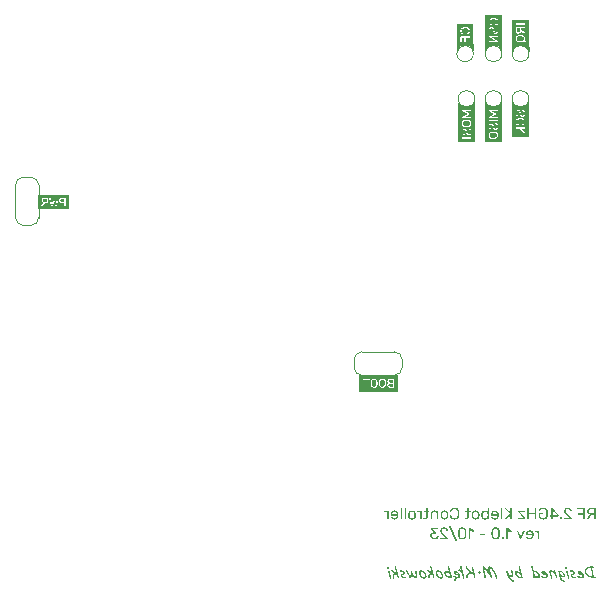
<source format=gbo>
G04 #@! TF.GenerationSoftware,KiCad,Pcbnew,7.0.1*
G04 #@! TF.CreationDate,2023-10-12T07:58:09+02:00*
G04 #@! TF.ProjectId,Controller_board,436f6e74-726f-46c6-9c65-725f626f6172,rev?*
G04 #@! TF.SameCoordinates,Original*
G04 #@! TF.FileFunction,Legend,Bot*
G04 #@! TF.FilePolarity,Positive*
%FSLAX46Y46*%
G04 Gerber Fmt 4.6, Leading zero omitted, Abs format (unit mm)*
G04 Created by KiCad (PCBNEW 7.0.1) date 2023-10-12 07:58:09*
%MOMM*%
%LPD*%
G01*
G04 APERTURE LIST*
G04 Aperture macros list*
%AMFreePoly0*
4,1,19,0.550000,-0.750000,0.000000,-0.750000,0.000000,-0.744911,-0.071157,-0.744911,-0.207708,-0.704816,-0.327430,-0.627875,-0.420627,-0.520320,-0.479746,-0.390866,-0.500000,-0.250000,-0.500000,0.250000,-0.479746,0.390866,-0.420627,0.520320,-0.327430,0.627875,-0.207708,0.704816,-0.071157,0.744911,0.000000,0.744911,0.000000,0.750000,0.550000,0.750000,0.550000,-0.750000,0.550000,-0.750000,
$1*%
%AMFreePoly1*
4,1,19,0.000000,0.744911,0.071157,0.744911,0.207708,0.704816,0.327430,0.627875,0.420627,0.520320,0.479746,0.390866,0.500000,0.250000,0.500000,-0.250000,0.479746,-0.390866,0.420627,-0.520320,0.327430,-0.627875,0.207708,-0.704816,0.071157,-0.744911,0.000000,-0.744911,0.000000,-0.750000,-0.550000,-0.750000,-0.550000,0.750000,0.000000,0.750000,0.000000,0.744911,0.000000,0.744911,
$1*%
G04 Aperture macros list end*
%ADD10C,0.150000*%
%ADD11C,0.125000*%
%ADD12C,0.100000*%
%ADD13C,0.120000*%
%ADD14R,2.000000X2.000000*%
%ADD15C,2.000000*%
%ADD16R,3.000000X2.500000*%
%ADD17O,1.350000X1.700000*%
%ADD18O,1.100000X1.500000*%
%ADD19C,1.778000*%
%ADD20C,2.286000*%
%ADD21R,1.500000X1.500000*%
%ADD22C,1.500000*%
%ADD23R,1.350000X1.350000*%
%ADD24O,1.350000X1.350000*%
%ADD25R,2.400000X2.400000*%
%ADD26C,2.400000*%
%ADD27R,2.665000X4.190000*%
%ADD28FreePoly0,270.000000*%
%ADD29R,1.500000X1.000000*%
%ADD30FreePoly1,270.000000*%
%ADD31C,1.000000*%
%ADD32FreePoly0,180.000000*%
%ADD33R,1.000000X1.500000*%
%ADD34FreePoly1,180.000000*%
G04 APERTURE END LIST*
D10*
X113687839Y-103554999D02*
X113968999Y-103431459D01*
X118333379Y-98312159D02*
X118618800Y-98542199D01*
X113061619Y-103606119D02*
X112823059Y-103380339D01*
X114046000Y-103911400D02*
X114046000Y-103200200D01*
X112776000Y-103581200D02*
X112776000Y-103200200D01*
X117391919Y-98482559D02*
X117396179Y-98546459D01*
X117322600Y-103784400D02*
X117322600Y-103149400D01*
X116072939Y-103601639D02*
X116239080Y-103401419D01*
X115344479Y-103588859D02*
X115084619Y-103388639D01*
X116306600Y-103936800D02*
X116306600Y-103251000D01*
X116332000Y-98729800D02*
X116121311Y-98298160D01*
X112957200Y-142838034D02*
X112777876Y-142741475D01*
X117627919Y-103577879D02*
X117377999Y-103398959D01*
X113919000Y-98729800D02*
X113919000Y-98221800D01*
X115060570Y-98100069D02*
X115060570Y-98732680D01*
X117690119Y-98376059D02*
X117391919Y-98482559D01*
X118592600Y-103759000D02*
X118592600Y-103251000D01*
X113571920Y-98266419D02*
X113868200Y-98526600D01*
X112649000Y-98120200D02*
X112649000Y-98729800D01*
X118278279Y-103592079D02*
X118539559Y-103444399D01*
X115367290Y-98298160D02*
X115143640Y-98502640D01*
X117322600Y-98806000D02*
X117322600Y-98247200D01*
X112530991Y-143472227D02*
X112462021Y-143610168D01*
X115036600Y-103759000D02*
X115036600Y-103149400D01*
X112649000Y-98729800D02*
X112852200Y-98323400D01*
X118668800Y-98831400D02*
X118643400Y-98145600D01*
X116332000Y-98221800D02*
X116332000Y-98729800D01*
D11*
G36*
X116408691Y-98407437D02*
G01*
X114992279Y-98407437D01*
X114992279Y-98075364D01*
X115306570Y-98075364D01*
X115307632Y-98083435D01*
X115310818Y-98090720D01*
X115315558Y-98096662D01*
X115322153Y-98101780D01*
X115329579Y-98104773D01*
X115337051Y-98105650D01*
X116063918Y-98105650D01*
X116072100Y-98104588D01*
X116079450Y-98101402D01*
X116085411Y-98096662D01*
X116090529Y-98090090D01*
X116093522Y-98082734D01*
X116094400Y-98075364D01*
X116094400Y-98036285D01*
X116093704Y-98028398D01*
X116091300Y-98020468D01*
X116087178Y-98013415D01*
X116085607Y-98011470D01*
X116080025Y-98005850D01*
X116073393Y-98000198D01*
X116066615Y-97995148D01*
X116060987Y-97991345D01*
X115515837Y-97627325D01*
X116064309Y-97627325D01*
X116072379Y-97626263D01*
X116079665Y-97623077D01*
X116085607Y-97618337D01*
X116090613Y-97611877D01*
X116093541Y-97604585D01*
X116094400Y-97597235D01*
X116094400Y-97551317D01*
X116093337Y-97543246D01*
X116090151Y-97535961D01*
X116085411Y-97530019D01*
X116078816Y-97524902D01*
X116071390Y-97521909D01*
X116063918Y-97521031D01*
X115337051Y-97521031D01*
X115328870Y-97522093D01*
X115321519Y-97525279D01*
X115315558Y-97530019D01*
X115310441Y-97536591D01*
X115307448Y-97543948D01*
X115306570Y-97551317D01*
X115306570Y-97590396D01*
X115307281Y-97598268D01*
X115309738Y-97606145D01*
X115313952Y-97613106D01*
X115315558Y-97615015D01*
X115321155Y-97620731D01*
X115327833Y-97626446D01*
X115334678Y-97631526D01*
X115340373Y-97635336D01*
X115892753Y-97999356D01*
X115337051Y-97999356D01*
X115328870Y-98000395D01*
X115321519Y-98003512D01*
X115315558Y-98008149D01*
X115310441Y-98014721D01*
X115307448Y-98022077D01*
X115306570Y-98029447D01*
X115306570Y-98075364D01*
X114992279Y-98075364D01*
X114992279Y-97070061D01*
X115294065Y-97070061D01*
X115294194Y-97080626D01*
X115294581Y-97091023D01*
X115295225Y-97101252D01*
X115296128Y-97111313D01*
X115297289Y-97121207D01*
X115298708Y-97130932D01*
X115300385Y-97140490D01*
X115302320Y-97149879D01*
X115304513Y-97159101D01*
X115306964Y-97168155D01*
X115309672Y-97177041D01*
X115312639Y-97185759D01*
X115315864Y-97194309D01*
X115319347Y-97202691D01*
X115323087Y-97210905D01*
X115327086Y-97218951D01*
X115331249Y-97226824D01*
X115335531Y-97234470D01*
X115339932Y-97241888D01*
X115344452Y-97249079D01*
X115349091Y-97256042D01*
X115353849Y-97262778D01*
X115358726Y-97269286D01*
X115363723Y-97275567D01*
X115368838Y-97281620D01*
X115374072Y-97287446D01*
X115382147Y-97295759D01*
X115390490Y-97303559D01*
X115399101Y-97310848D01*
X115407979Y-97317625D01*
X115416888Y-97323860D01*
X115425663Y-97329521D01*
X115434304Y-97334608D01*
X115442811Y-97339122D01*
X115451185Y-97343062D01*
X115459424Y-97346428D01*
X115467529Y-97349221D01*
X115475500Y-97351441D01*
X115483338Y-97353087D01*
X115493579Y-97354389D01*
X115496102Y-97354555D01*
X115503906Y-97354024D01*
X115511301Y-97350134D01*
X115513688Y-97347911D01*
X115518369Y-97341174D01*
X115520663Y-97333663D01*
X115520917Y-97329935D01*
X115520917Y-97284018D01*
X115520317Y-97275557D01*
X115518060Y-97267641D01*
X115515837Y-97263892D01*
X115509970Y-97258268D01*
X115503307Y-97253635D01*
X115495711Y-97249237D01*
X115486839Y-97244377D01*
X115480209Y-97240187D01*
X115473600Y-97235529D01*
X115467011Y-97230405D01*
X115460443Y-97224813D01*
X115453895Y-97218754D01*
X115447368Y-97212228D01*
X115440862Y-97205235D01*
X115434376Y-97197775D01*
X115427911Y-97189848D01*
X115425760Y-97187102D01*
X115419615Y-97178570D01*
X115414073Y-97169532D01*
X115409137Y-97159990D01*
X115404804Y-97149943D01*
X115401076Y-97139392D01*
X115397953Y-97128335D01*
X115396207Y-97120683D01*
X115394729Y-97112807D01*
X115393520Y-97104707D01*
X115392580Y-97096382D01*
X115391908Y-97087832D01*
X115391505Y-97079059D01*
X115391371Y-97070061D01*
X115391491Y-97061740D01*
X115391850Y-97053580D01*
X115392449Y-97045583D01*
X115393288Y-97037747D01*
X115394996Y-97026297D01*
X115397243Y-97015211D01*
X115400029Y-97004490D01*
X115403354Y-96994132D01*
X115407219Y-96984138D01*
X115411622Y-96974508D01*
X115416565Y-96965243D01*
X115422048Y-96956341D01*
X115428030Y-96948065D01*
X115434472Y-96940604D01*
X115441375Y-96933956D01*
X115448737Y-96928122D01*
X115456560Y-96923102D01*
X115464844Y-96918897D01*
X115473587Y-96915505D01*
X115482791Y-96912927D01*
X115492455Y-96911163D01*
X115502579Y-96910214D01*
X115509584Y-96910033D01*
X115518988Y-96910390D01*
X115527951Y-96911462D01*
X115536476Y-96913248D01*
X115544560Y-96915748D01*
X115552205Y-96918963D01*
X115559410Y-96922892D01*
X115566175Y-96927536D01*
X115572501Y-96932894D01*
X115578501Y-96939021D01*
X115584286Y-96945875D01*
X115589858Y-96953456D01*
X115595216Y-96961763D01*
X115600360Y-96970797D01*
X115604078Y-96978050D01*
X115607676Y-96985711D01*
X115611154Y-96993780D01*
X115614511Y-97002259D01*
X115617874Y-97011397D01*
X115621367Y-97021374D01*
X115624990Y-97032189D01*
X115627479Y-97039864D01*
X115630025Y-97047912D01*
X115632629Y-97056332D01*
X115635291Y-97065125D01*
X115638012Y-97074290D01*
X115640790Y-97083828D01*
X115643626Y-97093738D01*
X115646520Y-97104020D01*
X115649473Y-97114676D01*
X115652483Y-97125703D01*
X115655551Y-97137103D01*
X115657107Y-97142943D01*
X115659259Y-97150845D01*
X115661441Y-97158601D01*
X115663652Y-97166212D01*
X115668165Y-97180998D01*
X115672796Y-97195202D01*
X115677547Y-97208825D01*
X115682416Y-97221866D01*
X115687405Y-97234325D01*
X115692513Y-97246203D01*
X115697740Y-97257499D01*
X115703085Y-97268214D01*
X115708550Y-97278347D01*
X115714134Y-97287898D01*
X115719837Y-97296868D01*
X115725660Y-97305257D01*
X115731601Y-97313063D01*
X115737661Y-97320288D01*
X115740736Y-97323683D01*
X115747031Y-97330142D01*
X115753607Y-97336185D01*
X115760465Y-97341811D01*
X115767603Y-97347020D01*
X115775021Y-97351812D01*
X115782721Y-97356188D01*
X115790702Y-97360147D01*
X115798963Y-97363690D01*
X115807506Y-97366815D01*
X115816329Y-97369524D01*
X115825433Y-97371816D01*
X115834818Y-97373691D01*
X115844484Y-97375150D01*
X115854431Y-97376192D01*
X115864659Y-97376817D01*
X115875167Y-97377025D01*
X115883629Y-97376879D01*
X115891968Y-97376439D01*
X115900183Y-97375706D01*
X115908274Y-97374680D01*
X115916242Y-97373362D01*
X115924086Y-97371750D01*
X115931806Y-97369844D01*
X115939403Y-97367646D01*
X115946876Y-97365155D01*
X115954225Y-97362371D01*
X115961451Y-97359293D01*
X115968553Y-97355923D01*
X115975532Y-97352259D01*
X115982387Y-97348302D01*
X115989118Y-97344052D01*
X115995725Y-97339509D01*
X116002158Y-97334699D01*
X116008414Y-97329648D01*
X116014492Y-97324356D01*
X116020394Y-97318822D01*
X116026118Y-97313047D01*
X116031666Y-97307031D01*
X116037036Y-97300774D01*
X116042229Y-97294276D01*
X116047245Y-97287536D01*
X116052084Y-97280555D01*
X116056746Y-97273333D01*
X116061231Y-97265870D01*
X116065539Y-97258166D01*
X116069670Y-97250220D01*
X116073624Y-97242034D01*
X116077400Y-97233606D01*
X116080973Y-97224998D01*
X116084315Y-97216222D01*
X116087427Y-97207278D01*
X116090308Y-97198166D01*
X116092959Y-97188886D01*
X116095380Y-97179439D01*
X116097569Y-97169823D01*
X116099529Y-97160040D01*
X116101257Y-97150088D01*
X116102756Y-97139969D01*
X116104023Y-97129682D01*
X116105061Y-97119227D01*
X116105867Y-97108604D01*
X116106444Y-97097813D01*
X116106789Y-97086854D01*
X116106905Y-97075727D01*
X116106783Y-97065428D01*
X116106416Y-97055241D01*
X116105806Y-97045168D01*
X116104951Y-97035207D01*
X116103852Y-97025360D01*
X116102508Y-97015625D01*
X116100921Y-97006004D01*
X116099089Y-96996495D01*
X116097013Y-96987099D01*
X116094693Y-96977816D01*
X116092128Y-96968647D01*
X116089319Y-96959590D01*
X116086266Y-96950646D01*
X116082969Y-96941815D01*
X116079427Y-96933097D01*
X116075642Y-96924492D01*
X116071667Y-96916081D01*
X116067557Y-96907896D01*
X116063313Y-96899936D01*
X116058935Y-96892203D01*
X116054423Y-96884696D01*
X116049776Y-96877414D01*
X116044995Y-96870359D01*
X116040080Y-96863529D01*
X116035030Y-96856925D01*
X116029846Y-96850548D01*
X116024528Y-96844396D01*
X116019075Y-96838470D01*
X116013488Y-96832770D01*
X116007767Y-96827296D01*
X116001911Y-96822047D01*
X115995921Y-96817025D01*
X115986805Y-96809988D01*
X115977703Y-96803603D01*
X115968615Y-96797870D01*
X115959541Y-96792790D01*
X115950480Y-96788363D01*
X115941433Y-96784588D01*
X115932400Y-96781466D01*
X115923381Y-96778997D01*
X115914375Y-96777180D01*
X115905383Y-96776015D01*
X115899396Y-96775602D01*
X115891624Y-96776795D01*
X115884337Y-96780748D01*
X115882006Y-96782831D01*
X115877325Y-96789189D01*
X115874953Y-96797118D01*
X115874776Y-96800221D01*
X115874776Y-96846139D01*
X115875400Y-96854071D01*
X115877744Y-96862076D01*
X115880052Y-96866265D01*
X115885792Y-96872454D01*
X115892402Y-96876995D01*
X115899982Y-96880919D01*
X115907617Y-96884516D01*
X115915136Y-96888638D01*
X115922538Y-96893286D01*
X115929823Y-96898459D01*
X115936991Y-96904157D01*
X115944042Y-96910382D01*
X115950977Y-96917131D01*
X115957794Y-96924407D01*
X115964496Y-96932207D01*
X115971080Y-96940533D01*
X115975404Y-96946376D01*
X115981515Y-96955614D01*
X115987025Y-96965450D01*
X115991934Y-96975883D01*
X115994872Y-96983171D01*
X115997544Y-96990724D01*
X115999948Y-96998543D01*
X116002085Y-97006627D01*
X116003955Y-97014978D01*
X116005558Y-97023593D01*
X116006894Y-97032474D01*
X116007962Y-97041621D01*
X116008764Y-97051034D01*
X116009298Y-97060712D01*
X116009565Y-97070656D01*
X116009598Y-97075727D01*
X116009459Y-97085838D01*
X116009040Y-97095752D01*
X116008341Y-97105469D01*
X116007364Y-97114989D01*
X116006106Y-97124312D01*
X116004570Y-97133439D01*
X116002754Y-97142368D01*
X116000659Y-97151101D01*
X115998285Y-97159636D01*
X115995631Y-97167975D01*
X115992698Y-97176116D01*
X115989485Y-97184061D01*
X115985993Y-97191809D01*
X115982222Y-97199360D01*
X115978171Y-97206714D01*
X115973841Y-97213871D01*
X115969285Y-97220733D01*
X115964554Y-97227152D01*
X115957132Y-97235950D01*
X115949318Y-97243753D01*
X115941112Y-97250559D01*
X115932515Y-97256369D01*
X115923527Y-97261183D01*
X115914147Y-97265002D01*
X115904375Y-97267824D01*
X115894212Y-97269650D01*
X115883657Y-97270480D01*
X115880052Y-97270535D01*
X115870905Y-97270071D01*
X115862125Y-97268679D01*
X115853710Y-97266359D01*
X115845663Y-97263110D01*
X115837981Y-97258934D01*
X115830666Y-97253829D01*
X115823717Y-97247796D01*
X115817135Y-97240835D01*
X115810861Y-97233114D01*
X115804837Y-97224703D01*
X115800484Y-97217942D01*
X115796271Y-97210793D01*
X115792200Y-97203255D01*
X115788269Y-97195330D01*
X115784478Y-97187016D01*
X115780829Y-97178315D01*
X115777321Y-97169225D01*
X115773953Y-97159747D01*
X115770580Y-97149652D01*
X115767056Y-97138713D01*
X115764623Y-97130951D01*
X115762122Y-97122813D01*
X115759555Y-97114299D01*
X115756920Y-97105410D01*
X115754218Y-97096146D01*
X115751449Y-97086506D01*
X115748613Y-97076490D01*
X115745709Y-97066099D01*
X115742739Y-97055333D01*
X115739701Y-97044191D01*
X115736596Y-97032673D01*
X115733424Y-97020780D01*
X115730185Y-97008512D01*
X115726543Y-96995168D01*
X115722702Y-96982295D01*
X115718660Y-96969894D01*
X115714419Y-96957966D01*
X115709977Y-96946508D01*
X115705336Y-96935523D01*
X115700495Y-96925009D01*
X115695453Y-96914967D01*
X115690212Y-96905396D01*
X115684771Y-96896297D01*
X115679129Y-96887670D01*
X115673288Y-96879515D01*
X115667247Y-96871831D01*
X115661006Y-96864619D01*
X115654565Y-96857879D01*
X115647924Y-96851610D01*
X115641082Y-96845789D01*
X115634041Y-96840344D01*
X115626800Y-96835275D01*
X115619359Y-96830581D01*
X115611718Y-96826262D01*
X115603877Y-96822319D01*
X115595836Y-96818752D01*
X115587596Y-96815560D01*
X115579155Y-96812743D01*
X115570514Y-96810302D01*
X115561673Y-96808237D01*
X115552632Y-96806547D01*
X115543391Y-96805233D01*
X115533951Y-96804294D01*
X115524310Y-96803731D01*
X115514469Y-96803543D01*
X115503451Y-96803809D01*
X115492597Y-96804608D01*
X115481909Y-96805939D01*
X115471385Y-96807802D01*
X115461026Y-96810198D01*
X115450832Y-96813126D01*
X115440803Y-96816586D01*
X115430938Y-96820579D01*
X115421239Y-96825104D01*
X115411704Y-96830162D01*
X115405439Y-96833829D01*
X115396230Y-96839772D01*
X115387361Y-96846244D01*
X115378833Y-96853245D01*
X115370644Y-96860775D01*
X115362795Y-96868834D01*
X115355286Y-96877422D01*
X115348118Y-96886539D01*
X115343527Y-96892910D01*
X115339088Y-96899517D01*
X115334800Y-96906359D01*
X115330663Y-96913436D01*
X115326678Y-96920748D01*
X115324741Y-96924492D01*
X115321027Y-96932159D01*
X115317552Y-96940017D01*
X115314316Y-96948065D01*
X115311320Y-96956305D01*
X115308564Y-96964735D01*
X115306048Y-96973356D01*
X115303771Y-96982168D01*
X115301734Y-96991170D01*
X115299936Y-97000364D01*
X115298378Y-97009748D01*
X115297060Y-97019323D01*
X115295982Y-97029089D01*
X115295143Y-97039046D01*
X115294544Y-97049193D01*
X115294184Y-97059532D01*
X115294065Y-97070061D01*
X114992279Y-97070061D01*
X114992279Y-96369572D01*
X115294065Y-96369572D01*
X115294223Y-96382457D01*
X115294697Y-96395074D01*
X115295486Y-96407425D01*
X115296592Y-96419508D01*
X115298014Y-96431324D01*
X115299752Y-96442873D01*
X115301806Y-96454154D01*
X115304176Y-96465169D01*
X115306862Y-96475916D01*
X115309864Y-96486397D01*
X115313182Y-96496610D01*
X115316816Y-96506556D01*
X115320766Y-96516235D01*
X115325031Y-96525647D01*
X115329613Y-96534791D01*
X115334511Y-96543669D01*
X115339639Y-96552294D01*
X115344913Y-96560634D01*
X115350331Y-96568689D01*
X115355895Y-96576458D01*
X115361603Y-96583942D01*
X115367456Y-96591140D01*
X115373455Y-96598053D01*
X115379598Y-96604680D01*
X115385887Y-96611022D01*
X115392320Y-96617079D01*
X115398899Y-96622850D01*
X115405622Y-96628335D01*
X115412491Y-96633535D01*
X115419505Y-96638450D01*
X115426663Y-96643079D01*
X115433967Y-96647423D01*
X115441304Y-96651501D01*
X115448612Y-96655333D01*
X115455891Y-96658920D01*
X115463142Y-96662261D01*
X115470363Y-96665356D01*
X115481140Y-96669537D01*
X115491852Y-96673166D01*
X115502499Y-96676242D01*
X115513081Y-96678765D01*
X115523597Y-96680734D01*
X115534048Y-96682151D01*
X115544434Y-96683015D01*
X115547882Y-96683180D01*
X115556115Y-96681796D01*
X115563376Y-96677645D01*
X115565272Y-96675951D01*
X115569953Y-96669593D01*
X115572325Y-96661664D01*
X115572501Y-96658560D01*
X115572501Y-96607172D01*
X115571373Y-96599207D01*
X115567987Y-96591822D01*
X115565663Y-96588609D01*
X115559874Y-96583160D01*
X115552767Y-96579414D01*
X115547296Y-96577863D01*
X115538797Y-96575786D01*
X115530495Y-96573463D01*
X115522390Y-96570895D01*
X115514481Y-96568081D01*
X115506770Y-96565021D01*
X115499256Y-96561715D01*
X115491939Y-96558164D01*
X115484818Y-96554366D01*
X115477895Y-96550323D01*
X115471168Y-96546035D01*
X115464638Y-96541500D01*
X115458306Y-96536720D01*
X115452170Y-96531694D01*
X115446231Y-96526422D01*
X115440489Y-96520904D01*
X115434944Y-96515141D01*
X115429667Y-96509077D01*
X115424731Y-96502608D01*
X115420136Y-96495735D01*
X115415881Y-96488457D01*
X115411966Y-96480775D01*
X115408392Y-96472689D01*
X115405158Y-96464197D01*
X115402264Y-96455302D01*
X115399711Y-96446001D01*
X115397498Y-96436296D01*
X115395626Y-96426187D01*
X115394094Y-96415673D01*
X115392903Y-96404755D01*
X115392052Y-96393432D01*
X115391541Y-96381704D01*
X115391371Y-96369572D01*
X115391597Y-96357577D01*
X115392275Y-96345917D01*
X115393404Y-96334594D01*
X115394986Y-96323606D01*
X115397019Y-96312954D01*
X115399504Y-96302638D01*
X115402441Y-96292657D01*
X115405830Y-96283013D01*
X115409671Y-96273704D01*
X115413963Y-96264731D01*
X115418708Y-96256094D01*
X115423904Y-96247793D01*
X115429552Y-96239827D01*
X115435652Y-96232198D01*
X115442204Y-96224904D01*
X115449208Y-96217946D01*
X115456591Y-96211355D01*
X115464283Y-96205160D01*
X115472284Y-96199362D01*
X115480593Y-96193962D01*
X115489210Y-96188958D01*
X115498136Y-96184351D01*
X115507369Y-96180141D01*
X115516912Y-96176327D01*
X115526762Y-96172911D01*
X115536921Y-96169892D01*
X115547389Y-96167269D01*
X115558164Y-96165043D01*
X115569248Y-96163215D01*
X115580641Y-96161783D01*
X115592342Y-96160748D01*
X115604351Y-96160110D01*
X115613375Y-96159881D01*
X115623255Y-96159682D01*
X115631226Y-96159553D01*
X115639677Y-96159442D01*
X115648610Y-96159347D01*
X115658023Y-96159270D01*
X115667917Y-96159210D01*
X115678292Y-96159167D01*
X115689148Y-96159141D01*
X115700485Y-96159133D01*
X115711821Y-96159141D01*
X115722677Y-96159167D01*
X115733052Y-96159210D01*
X115742946Y-96159270D01*
X115752360Y-96159347D01*
X115761292Y-96159442D01*
X115769744Y-96159553D01*
X115777714Y-96159682D01*
X115787594Y-96159881D01*
X115796619Y-96160110D01*
X115808628Y-96160748D01*
X115820328Y-96161783D01*
X115831721Y-96163215D01*
X115842805Y-96165043D01*
X115853581Y-96167269D01*
X115864048Y-96169892D01*
X115874207Y-96172911D01*
X115884058Y-96176327D01*
X115893600Y-96180141D01*
X115902834Y-96184351D01*
X115911759Y-96188958D01*
X115920376Y-96193962D01*
X115928685Y-96199362D01*
X115936686Y-96205160D01*
X115944378Y-96211355D01*
X115951762Y-96217946D01*
X115958765Y-96224904D01*
X115965317Y-96232198D01*
X115971417Y-96239827D01*
X115977065Y-96247793D01*
X115982262Y-96256094D01*
X115987006Y-96264731D01*
X115991298Y-96273704D01*
X115995139Y-96283013D01*
X115998528Y-96292657D01*
X116001465Y-96302638D01*
X116003950Y-96312954D01*
X116005984Y-96323606D01*
X116007565Y-96334594D01*
X116008695Y-96345917D01*
X116009372Y-96357577D01*
X116009598Y-96369572D01*
X116009429Y-96381704D01*
X116008921Y-96393432D01*
X116008073Y-96404755D01*
X116006887Y-96415673D01*
X116005362Y-96426187D01*
X116003498Y-96436296D01*
X116001296Y-96446001D01*
X115998754Y-96455302D01*
X115995873Y-96464197D01*
X115992654Y-96472689D01*
X115989096Y-96480775D01*
X115985199Y-96488457D01*
X115980962Y-96495735D01*
X115976387Y-96502608D01*
X115971474Y-96509077D01*
X115966221Y-96515141D01*
X115960677Y-96520904D01*
X115954937Y-96526422D01*
X115949002Y-96531694D01*
X115942871Y-96536720D01*
X115936545Y-96541500D01*
X115930024Y-96546035D01*
X115923307Y-96550323D01*
X115916395Y-96554366D01*
X115909288Y-96558164D01*
X115901985Y-96561715D01*
X115894487Y-96565021D01*
X115886793Y-96568081D01*
X115878904Y-96570895D01*
X115870820Y-96573463D01*
X115862540Y-96575786D01*
X115854065Y-96577863D01*
X115846078Y-96580473D01*
X115839410Y-96584787D01*
X115835697Y-96588609D01*
X115831270Y-96595726D01*
X115829099Y-96603423D01*
X115828859Y-96607172D01*
X115828859Y-96658560D01*
X115830084Y-96666332D01*
X115834145Y-96673620D01*
X115836284Y-96675951D01*
X115842609Y-96680631D01*
X115850431Y-96683004D01*
X115853478Y-96683180D01*
X115863809Y-96682501D01*
X115874212Y-96681268D01*
X115884687Y-96679483D01*
X115895235Y-96677144D01*
X115905854Y-96674253D01*
X115916546Y-96670808D01*
X115927309Y-96666811D01*
X115938145Y-96662261D01*
X115945409Y-96658920D01*
X115952705Y-96655333D01*
X115960033Y-96651501D01*
X115967393Y-96647423D01*
X115974673Y-96643079D01*
X115981810Y-96638450D01*
X115988803Y-96633535D01*
X115995652Y-96628335D01*
X116002358Y-96622850D01*
X116008921Y-96617079D01*
X116015340Y-96611022D01*
X116021615Y-96604680D01*
X116027747Y-96598053D01*
X116033736Y-96591140D01*
X116039581Y-96583942D01*
X116045282Y-96576458D01*
X116050840Y-96568689D01*
X116056255Y-96560634D01*
X116061526Y-96552294D01*
X116066654Y-96543669D01*
X116071528Y-96534791D01*
X116076087Y-96525647D01*
X116080333Y-96516235D01*
X116084263Y-96506556D01*
X116087880Y-96496610D01*
X116091182Y-96486397D01*
X116094169Y-96475916D01*
X116096842Y-96465169D01*
X116099200Y-96454154D01*
X116101244Y-96442873D01*
X116102974Y-96431324D01*
X116104389Y-96419508D01*
X116105490Y-96407425D01*
X116106276Y-96395074D01*
X116106748Y-96382457D01*
X116106905Y-96369572D01*
X116106751Y-96357916D01*
X116106288Y-96346442D01*
X116105517Y-96335152D01*
X116104438Y-96324045D01*
X116103050Y-96313122D01*
X116101354Y-96302381D01*
X116099350Y-96291824D01*
X116097037Y-96281449D01*
X116094416Y-96271258D01*
X116091487Y-96261251D01*
X116088249Y-96251426D01*
X116084703Y-96241784D01*
X116080849Y-96232326D01*
X116076686Y-96223051D01*
X116072215Y-96213959D01*
X116067435Y-96205050D01*
X116062385Y-96196358D01*
X116057101Y-96187914D01*
X116051583Y-96179719D01*
X116045832Y-96171772D01*
X116039847Y-96164075D01*
X116033629Y-96156626D01*
X116027177Y-96149426D01*
X116020492Y-96142475D01*
X116013573Y-96135773D01*
X116006420Y-96129320D01*
X115999034Y-96123115D01*
X115991415Y-96117160D01*
X115983561Y-96111453D01*
X115975475Y-96105995D01*
X115967154Y-96100785D01*
X115958600Y-96095825D01*
X115949833Y-96091127D01*
X115940920Y-96086705D01*
X115931863Y-96082560D01*
X115922660Y-96078691D01*
X115913313Y-96075099D01*
X115903820Y-96071782D01*
X115894182Y-96068742D01*
X115884400Y-96065978D01*
X115874472Y-96063491D01*
X115864399Y-96061280D01*
X115854181Y-96059345D01*
X115843819Y-96057686D01*
X115833311Y-96056304D01*
X115822658Y-96055198D01*
X115811860Y-96054368D01*
X115800917Y-96053815D01*
X115791954Y-96053540D01*
X115781964Y-96053302D01*
X115773799Y-96053148D01*
X115765056Y-96053014D01*
X115755737Y-96052900D01*
X115745841Y-96052808D01*
X115735367Y-96052736D01*
X115724317Y-96052684D01*
X115712689Y-96052653D01*
X115704617Y-96052644D01*
X115700485Y-96052643D01*
X115692284Y-96052647D01*
X115684340Y-96052661D01*
X115672905Y-96052699D01*
X115662047Y-96052757D01*
X115651766Y-96052836D01*
X115642062Y-96052936D01*
X115632935Y-96053056D01*
X115624385Y-96053197D01*
X115616412Y-96053358D01*
X115606679Y-96053606D01*
X115600052Y-96053815D01*
X115589110Y-96054368D01*
X115578314Y-96055198D01*
X115567665Y-96056304D01*
X115557163Y-96057686D01*
X115546807Y-96059345D01*
X115536598Y-96061280D01*
X115526535Y-96063491D01*
X115516619Y-96065978D01*
X115506849Y-96068742D01*
X115497226Y-96071782D01*
X115487749Y-96075099D01*
X115478419Y-96078691D01*
X115469236Y-96082560D01*
X115460199Y-96086705D01*
X115451308Y-96091127D01*
X115442564Y-96095825D01*
X115433987Y-96100785D01*
X115425644Y-96105995D01*
X115417537Y-96111453D01*
X115409665Y-96117160D01*
X115402028Y-96123115D01*
X115394625Y-96129320D01*
X115387458Y-96135773D01*
X115380527Y-96142475D01*
X115373830Y-96149426D01*
X115367368Y-96156626D01*
X115361141Y-96164075D01*
X115355150Y-96171772D01*
X115349393Y-96179719D01*
X115343872Y-96187914D01*
X115338585Y-96196358D01*
X115333534Y-96205050D01*
X115328755Y-96213959D01*
X115324283Y-96223051D01*
X115320121Y-96232326D01*
X115316266Y-96241784D01*
X115312720Y-96251426D01*
X115309482Y-96261251D01*
X115306553Y-96271258D01*
X115303932Y-96281449D01*
X115301619Y-96291824D01*
X115299615Y-96302381D01*
X115297919Y-96313122D01*
X115296531Y-96324045D01*
X115295452Y-96335152D01*
X115294681Y-96346442D01*
X115294219Y-96357916D01*
X115294065Y-96369572D01*
X114992279Y-96369572D01*
X114992279Y-95750858D01*
X116408691Y-95750858D01*
X116408691Y-98407437D01*
G37*
D10*
G36*
X106298218Y-126670808D02*
G01*
X106308346Y-126671400D01*
X106318219Y-126672388D01*
X106327837Y-126673770D01*
X106337201Y-126675548D01*
X106346310Y-126677720D01*
X106355164Y-126680287D01*
X106363764Y-126683250D01*
X106372109Y-126686607D01*
X106380199Y-126690360D01*
X106388034Y-126694507D01*
X106395615Y-126699049D01*
X106402941Y-126703987D01*
X106410012Y-126709319D01*
X106416828Y-126715046D01*
X106423390Y-126721168D01*
X106429614Y-126727654D01*
X106435463Y-126734518D01*
X106440937Y-126741759D01*
X106446036Y-126749378D01*
X106450760Y-126757376D01*
X106455109Y-126765750D01*
X106459083Y-126774503D01*
X106462682Y-126783634D01*
X106465907Y-126793142D01*
X106468756Y-126803028D01*
X106471230Y-126813292D01*
X106473330Y-126823934D01*
X106475054Y-126834953D01*
X106476404Y-126846351D01*
X106477378Y-126858126D01*
X106477978Y-126870279D01*
X106478193Y-126878739D01*
X106478379Y-126888002D01*
X106478499Y-126895474D01*
X106478604Y-126903397D01*
X106478693Y-126911772D01*
X106478765Y-126920597D01*
X106478821Y-126929872D01*
X106478862Y-126939599D01*
X106478886Y-126949776D01*
X106478894Y-126960404D01*
X106478886Y-126971032D01*
X106478862Y-126981210D01*
X106478821Y-126990936D01*
X106478765Y-127000212D01*
X106478693Y-127009037D01*
X106478604Y-127017411D01*
X106478499Y-127025335D01*
X106478379Y-127032807D01*
X106478193Y-127042069D01*
X106477978Y-127050530D01*
X106477378Y-127062684D01*
X106476404Y-127074461D01*
X106475054Y-127085862D01*
X106473330Y-127096886D01*
X106471230Y-127107535D01*
X106468756Y-127117806D01*
X106465907Y-127127702D01*
X106462682Y-127137221D01*
X106459083Y-127146364D01*
X106455109Y-127155130D01*
X106450760Y-127163520D01*
X106446036Y-127171533D01*
X106440937Y-127179170D01*
X106435463Y-127186431D01*
X106429614Y-127193315D01*
X106423390Y-127199823D01*
X106416828Y-127205923D01*
X106410012Y-127211630D01*
X106402941Y-127216943D01*
X106395615Y-127221862D01*
X106388034Y-127226388D01*
X106380199Y-127230521D01*
X106372109Y-127234259D01*
X106363764Y-127237605D01*
X106355164Y-127240556D01*
X106346310Y-127243114D01*
X106337201Y-127245279D01*
X106327837Y-127247050D01*
X106318219Y-127248427D01*
X106308346Y-127249411D01*
X106298218Y-127250002D01*
X106287835Y-127250198D01*
X106277453Y-127250002D01*
X106267327Y-127249411D01*
X106257457Y-127248427D01*
X106247844Y-127247050D01*
X106238487Y-127245279D01*
X106229386Y-127243114D01*
X106220541Y-127240556D01*
X106211952Y-127237605D01*
X106203619Y-127234259D01*
X106195543Y-127230521D01*
X106187722Y-127226388D01*
X106180158Y-127221862D01*
X106172850Y-127216943D01*
X106165798Y-127211630D01*
X106159003Y-127205923D01*
X106152463Y-127199823D01*
X106146218Y-127193315D01*
X106140350Y-127186431D01*
X106134861Y-127179170D01*
X106129749Y-127171533D01*
X106125015Y-127163520D01*
X106120658Y-127155130D01*
X106116680Y-127146364D01*
X106113079Y-127137221D01*
X106109856Y-127127702D01*
X106107011Y-127117806D01*
X106104544Y-127107535D01*
X106102455Y-127096886D01*
X106100743Y-127085862D01*
X106099409Y-127074461D01*
X106098453Y-127062684D01*
X106097875Y-127050530D01*
X106097609Y-127042643D01*
X106097360Y-127035057D01*
X106097019Y-127024241D01*
X106096716Y-127014101D01*
X106096452Y-127004637D01*
X106096226Y-126995850D01*
X106096040Y-126987739D01*
X106095892Y-126980304D01*
X106095754Y-126971442D01*
X106095685Y-126963783D01*
X106095677Y-126960404D01*
X106095731Y-126951394D01*
X106095851Y-126942833D01*
X106096040Y-126933070D01*
X106096226Y-126924959D01*
X106096452Y-126916171D01*
X106096716Y-126906708D01*
X106097019Y-126896568D01*
X106097360Y-126885752D01*
X106097609Y-126878166D01*
X106097875Y-126870279D01*
X106098453Y-126858126D01*
X106099409Y-126846351D01*
X106100743Y-126834953D01*
X106102455Y-126823934D01*
X106104544Y-126813292D01*
X106107011Y-126803028D01*
X106109856Y-126793142D01*
X106113079Y-126783634D01*
X106116680Y-126774503D01*
X106120658Y-126765750D01*
X106125015Y-126757376D01*
X106129749Y-126749378D01*
X106134861Y-126741759D01*
X106140350Y-126734518D01*
X106146218Y-126727654D01*
X106152463Y-126721168D01*
X106159003Y-126715046D01*
X106165798Y-126709319D01*
X106172850Y-126703987D01*
X106180158Y-126699049D01*
X106187722Y-126694507D01*
X106195543Y-126690360D01*
X106203619Y-126686607D01*
X106211952Y-126683250D01*
X106220541Y-126680287D01*
X106229386Y-126677720D01*
X106238487Y-126675548D01*
X106247844Y-126673770D01*
X106257457Y-126672388D01*
X106267327Y-126671400D01*
X106277453Y-126670808D01*
X106287835Y-126670610D01*
X106298218Y-126670808D01*
G37*
G36*
X105592600Y-126670808D02*
G01*
X105602728Y-126671400D01*
X105612601Y-126672388D01*
X105622220Y-126673770D01*
X105631584Y-126675548D01*
X105640693Y-126677720D01*
X105649547Y-126680287D01*
X105658146Y-126683250D01*
X105666491Y-126686607D01*
X105674581Y-126690360D01*
X105682417Y-126694507D01*
X105689997Y-126699049D01*
X105697323Y-126703987D01*
X105704394Y-126709319D01*
X105711211Y-126715046D01*
X105717772Y-126721168D01*
X105723996Y-126727654D01*
X105729845Y-126734518D01*
X105735319Y-126741759D01*
X105740418Y-126749378D01*
X105745142Y-126757376D01*
X105749491Y-126765750D01*
X105753465Y-126774503D01*
X105757065Y-126783634D01*
X105760289Y-126793142D01*
X105763138Y-126803028D01*
X105765613Y-126813292D01*
X105767712Y-126823934D01*
X105769437Y-126834953D01*
X105770786Y-126846351D01*
X105771761Y-126858126D01*
X105772360Y-126870279D01*
X105772575Y-126878739D01*
X105772761Y-126888002D01*
X105772882Y-126895474D01*
X105772987Y-126903397D01*
X105773075Y-126911772D01*
X105773148Y-126920597D01*
X105773204Y-126929872D01*
X105773244Y-126939599D01*
X105773268Y-126949776D01*
X105773276Y-126960404D01*
X105773268Y-126971032D01*
X105773244Y-126981210D01*
X105773204Y-126990936D01*
X105773148Y-127000212D01*
X105773075Y-127009037D01*
X105772987Y-127017411D01*
X105772882Y-127025335D01*
X105772761Y-127032807D01*
X105772575Y-127042069D01*
X105772360Y-127050530D01*
X105771761Y-127062684D01*
X105770786Y-127074461D01*
X105769437Y-127085862D01*
X105767712Y-127096886D01*
X105765613Y-127107535D01*
X105763138Y-127117806D01*
X105760289Y-127127702D01*
X105757065Y-127137221D01*
X105753465Y-127146364D01*
X105749491Y-127155130D01*
X105745142Y-127163520D01*
X105740418Y-127171533D01*
X105735319Y-127179170D01*
X105729845Y-127186431D01*
X105723996Y-127193315D01*
X105717772Y-127199823D01*
X105711211Y-127205923D01*
X105704394Y-127211630D01*
X105697323Y-127216943D01*
X105689997Y-127221862D01*
X105682417Y-127226388D01*
X105674581Y-127230521D01*
X105666491Y-127234259D01*
X105658146Y-127237605D01*
X105649547Y-127240556D01*
X105640693Y-127243114D01*
X105631584Y-127245279D01*
X105622220Y-127247050D01*
X105612601Y-127248427D01*
X105602728Y-127249411D01*
X105592600Y-127250002D01*
X105582217Y-127250198D01*
X105571835Y-127250002D01*
X105561710Y-127249411D01*
X105551840Y-127248427D01*
X105542226Y-127247050D01*
X105532869Y-127245279D01*
X105523768Y-127243114D01*
X105514923Y-127240556D01*
X105506334Y-127237605D01*
X105498002Y-127234259D01*
X105489925Y-127230521D01*
X105482105Y-127226388D01*
X105474541Y-127221862D01*
X105467233Y-127216943D01*
X105460181Y-127211630D01*
X105453385Y-127205923D01*
X105446846Y-127199823D01*
X105440600Y-127193315D01*
X105434733Y-127186431D01*
X105429243Y-127179170D01*
X105424131Y-127171533D01*
X105419397Y-127163520D01*
X105415041Y-127155130D01*
X105411062Y-127146364D01*
X105407462Y-127137221D01*
X105404239Y-127127702D01*
X105401394Y-127117806D01*
X105398926Y-127107535D01*
X105396837Y-127096886D01*
X105395125Y-127085862D01*
X105393792Y-127074461D01*
X105392836Y-127062684D01*
X105392257Y-127050530D01*
X105391991Y-127042643D01*
X105391742Y-127035057D01*
X105391401Y-127024241D01*
X105391098Y-127014101D01*
X105390834Y-127004637D01*
X105390609Y-126995850D01*
X105390422Y-126987739D01*
X105390274Y-126980304D01*
X105390137Y-126971442D01*
X105390068Y-126963783D01*
X105390059Y-126960404D01*
X105390113Y-126951394D01*
X105390233Y-126942833D01*
X105390422Y-126933070D01*
X105390609Y-126924959D01*
X105390834Y-126916171D01*
X105391098Y-126906708D01*
X105391401Y-126896568D01*
X105391742Y-126885752D01*
X105391991Y-126878166D01*
X105392257Y-126870279D01*
X105392836Y-126858126D01*
X105393792Y-126846351D01*
X105395125Y-126834953D01*
X105396837Y-126823934D01*
X105398926Y-126813292D01*
X105401394Y-126803028D01*
X105404239Y-126793142D01*
X105407462Y-126783634D01*
X105411062Y-126774503D01*
X105415041Y-126765750D01*
X105419397Y-126757376D01*
X105424131Y-126749378D01*
X105429243Y-126741759D01*
X105434733Y-126734518D01*
X105440600Y-126727654D01*
X105446846Y-126721168D01*
X105453385Y-126715046D01*
X105460181Y-126709319D01*
X105467233Y-126703987D01*
X105474541Y-126699049D01*
X105482105Y-126694507D01*
X105489925Y-126690360D01*
X105498002Y-126686607D01*
X105506334Y-126683250D01*
X105514923Y-126680287D01*
X105523768Y-126677720D01*
X105532869Y-126675548D01*
X105542226Y-126673770D01*
X105551840Y-126672388D01*
X105561710Y-126671400D01*
X105571835Y-126670808D01*
X105582217Y-126670610D01*
X105592600Y-126670808D01*
G37*
G36*
X107150440Y-127238475D02*
G01*
X106936117Y-127238475D01*
X106927830Y-127238337D01*
X106919779Y-127237922D01*
X106911962Y-127237232D01*
X106904380Y-127236265D01*
X106897033Y-127235022D01*
X106886452Y-127232640D01*
X106876399Y-127229636D01*
X106866874Y-127226011D01*
X106857878Y-127221764D01*
X106849409Y-127216896D01*
X106841469Y-127211407D01*
X106834056Y-127205296D01*
X106831703Y-127203121D01*
X106825024Y-127196309D01*
X106819003Y-127189202D01*
X106813639Y-127181798D01*
X106808931Y-127174098D01*
X106804880Y-127166101D01*
X106801486Y-127157809D01*
X106798749Y-127149220D01*
X106796669Y-127140335D01*
X106795246Y-127131154D01*
X106794480Y-127121676D01*
X106794334Y-127115193D01*
X106794648Y-127105319D01*
X106795589Y-127095753D01*
X106797159Y-127086497D01*
X106799357Y-127077549D01*
X106802182Y-127068911D01*
X106805636Y-127060582D01*
X106809717Y-127052562D01*
X106814426Y-127044851D01*
X106819763Y-127037450D01*
X106825729Y-127030357D01*
X106830054Y-127025800D01*
X106837056Y-127019351D01*
X106844666Y-127013536D01*
X106852885Y-127008356D01*
X106861713Y-127003810D01*
X106871149Y-126999898D01*
X106881194Y-126996621D01*
X106891847Y-126993978D01*
X106899288Y-126992568D01*
X106906999Y-126991440D01*
X106914980Y-126990594D01*
X106923232Y-126990031D01*
X106931754Y-126989749D01*
X106936117Y-126989713D01*
X107150440Y-126989713D01*
X107150440Y-127238475D01*
G37*
G36*
X107150440Y-126898489D02*
G01*
X106950771Y-126898489D01*
X106942247Y-126898380D01*
X106933984Y-126898054D01*
X106925984Y-126897510D01*
X106918245Y-126896749D01*
X106910768Y-126895770D01*
X106900044Y-126893893D01*
X106889909Y-126891528D01*
X106880363Y-126888673D01*
X106871407Y-126885328D01*
X106863040Y-126881494D01*
X106855262Y-126877171D01*
X106848073Y-126872358D01*
X106845808Y-126870645D01*
X106839424Y-126865209D01*
X106833668Y-126859341D01*
X106828540Y-126853041D01*
X106824041Y-126846310D01*
X106820168Y-126839148D01*
X106816924Y-126831554D01*
X106814308Y-126823529D01*
X106812320Y-126815072D01*
X106810959Y-126806184D01*
X106810227Y-126796864D01*
X106810087Y-126790411D01*
X106810401Y-126780804D01*
X106811343Y-126771628D01*
X106812913Y-126762884D01*
X106815110Y-126754571D01*
X106817936Y-126746689D01*
X106821389Y-126739239D01*
X106825471Y-126732221D01*
X106830180Y-126725634D01*
X106835517Y-126719478D01*
X106841482Y-126713754D01*
X106845808Y-126710178D01*
X106852800Y-126705202D01*
X106860381Y-126700715D01*
X106868552Y-126696718D01*
X106877312Y-126693210D01*
X106886661Y-126690192D01*
X106896600Y-126687663D01*
X106907128Y-126685624D01*
X106914474Y-126684536D01*
X106922081Y-126683666D01*
X106929951Y-126683014D01*
X106938083Y-126682579D01*
X106946476Y-126682361D01*
X106950771Y-126682334D01*
X107150440Y-126682334D01*
X107150440Y-126898489D01*
G37*
G36*
X107582234Y-127673566D02*
G01*
X104323905Y-127673566D01*
X104323905Y-126655040D01*
X104656048Y-126655040D01*
X104657233Y-126662896D01*
X104660788Y-126669980D01*
X104664475Y-126674274D01*
X104670636Y-126678863D01*
X104677533Y-126681547D01*
X104684442Y-126682334D01*
X104880813Y-126682334D01*
X104880813Y-127301123D01*
X104881809Y-127308711D01*
X104884796Y-127315606D01*
X104889239Y-127321273D01*
X104895400Y-127326071D01*
X104902298Y-127328877D01*
X104909206Y-127329700D01*
X104952254Y-127329700D01*
X104959820Y-127328704D01*
X104966650Y-127325717D01*
X104972221Y-127321273D01*
X104977018Y-127315008D01*
X104979824Y-127308050D01*
X104980647Y-127301123D01*
X104980647Y-126960404D01*
X105290408Y-126960404D01*
X105290440Y-126968607D01*
X105290534Y-126977830D01*
X105290646Y-126985415D01*
X105290794Y-126993573D01*
X105290977Y-127002305D01*
X105291195Y-127011609D01*
X105291449Y-127021487D01*
X105291738Y-127031938D01*
X105292063Y-127042963D01*
X105292299Y-127050630D01*
X105292423Y-127054560D01*
X105292934Y-127064553D01*
X105293688Y-127074427D01*
X105294686Y-127084182D01*
X105295927Y-127093818D01*
X105297411Y-127103336D01*
X105299138Y-127112735D01*
X105301109Y-127122015D01*
X105303323Y-127131176D01*
X105305780Y-127140218D01*
X105308480Y-127149142D01*
X105311424Y-127157947D01*
X105314611Y-127166633D01*
X105318042Y-127175200D01*
X105321715Y-127183649D01*
X105325632Y-127191979D01*
X105329792Y-127200190D01*
X105334171Y-127208213D01*
X105338788Y-127216026D01*
X105343645Y-127223629D01*
X105348740Y-127231022D01*
X105354075Y-127238204D01*
X105359648Y-127245175D01*
X105365461Y-127251937D01*
X105371512Y-127258487D01*
X105377803Y-127264828D01*
X105384332Y-127270958D01*
X105391100Y-127276878D01*
X105398108Y-127282587D01*
X105405354Y-127288086D01*
X105412840Y-127293375D01*
X105420564Y-127298453D01*
X105428528Y-127303321D01*
X105436684Y-127307935D01*
X105445034Y-127312251D01*
X105453577Y-127316270D01*
X105462313Y-127319991D01*
X105471243Y-127323414D01*
X105480365Y-127326540D01*
X105489681Y-127329367D01*
X105499190Y-127331898D01*
X105508892Y-127334130D01*
X105518788Y-127336065D01*
X105528876Y-127337702D01*
X105539158Y-127339042D01*
X105549633Y-127340084D01*
X105560301Y-127340828D01*
X105571163Y-127341274D01*
X105582217Y-127341423D01*
X105593273Y-127341274D01*
X105604136Y-127340828D01*
X105614808Y-127340084D01*
X105625288Y-127339042D01*
X105635576Y-127337702D01*
X105645673Y-127336065D01*
X105655578Y-127334130D01*
X105665290Y-127331898D01*
X105674812Y-127329367D01*
X105684141Y-127326540D01*
X105693279Y-127323414D01*
X105702225Y-127319991D01*
X105710979Y-127316270D01*
X105719541Y-127312251D01*
X105727912Y-127307935D01*
X105736090Y-127303321D01*
X105744032Y-127298453D01*
X105751738Y-127293375D01*
X105759208Y-127288086D01*
X105766441Y-127282587D01*
X105773439Y-127276878D01*
X105780200Y-127270958D01*
X105786725Y-127264828D01*
X105793014Y-127258487D01*
X105799067Y-127251937D01*
X105804884Y-127245175D01*
X105810464Y-127238204D01*
X105815809Y-127231022D01*
X105820917Y-127223629D01*
X105825789Y-127216026D01*
X105830426Y-127208213D01*
X105834826Y-127200190D01*
X105838964Y-127191979D01*
X105842860Y-127183649D01*
X105846514Y-127175200D01*
X105849927Y-127166633D01*
X105853097Y-127157947D01*
X105856026Y-127149142D01*
X105858713Y-127140218D01*
X105861158Y-127131176D01*
X105863361Y-127122015D01*
X105865322Y-127112735D01*
X105867042Y-127103336D01*
X105868520Y-127093818D01*
X105869755Y-127084182D01*
X105870749Y-127074427D01*
X105871501Y-127064553D01*
X105872012Y-127054560D01*
X105872269Y-127046156D01*
X105872492Y-127036791D01*
X105872637Y-127029136D01*
X105872763Y-127020940D01*
X105872869Y-127012203D01*
X105872956Y-127002925D01*
X105873024Y-126993107D01*
X105873072Y-126982747D01*
X105873101Y-126971846D01*
X105873110Y-126964278D01*
X105873111Y-126960404D01*
X105996026Y-126960404D01*
X105996057Y-126968607D01*
X105996152Y-126977830D01*
X105996264Y-126985415D01*
X105996411Y-126993573D01*
X105996594Y-127002305D01*
X105996813Y-127011609D01*
X105997067Y-127021487D01*
X105997356Y-127031938D01*
X105997681Y-127042963D01*
X105997917Y-127050630D01*
X105998041Y-127054560D01*
X105998552Y-127064553D01*
X105999306Y-127074427D01*
X106000303Y-127084182D01*
X106001544Y-127093818D01*
X106003028Y-127103336D01*
X106004756Y-127112735D01*
X106006726Y-127122015D01*
X106008940Y-127131176D01*
X106011397Y-127140218D01*
X106014098Y-127149142D01*
X106017042Y-127157947D01*
X106020229Y-127166633D01*
X106023659Y-127175200D01*
X106027333Y-127183649D01*
X106031250Y-127191979D01*
X106035410Y-127200190D01*
X106039788Y-127208213D01*
X106044406Y-127216026D01*
X106049262Y-127223629D01*
X106054358Y-127231022D01*
X106059692Y-127238204D01*
X106065266Y-127245175D01*
X106071078Y-127251937D01*
X106077130Y-127258487D01*
X106083420Y-127264828D01*
X106089950Y-127270958D01*
X106096718Y-127276878D01*
X106103725Y-127282587D01*
X106110972Y-127288086D01*
X106118457Y-127293375D01*
X106126182Y-127298453D01*
X106134145Y-127303321D01*
X106142302Y-127307935D01*
X106150652Y-127312251D01*
X106159195Y-127316270D01*
X106167931Y-127319991D01*
X106176860Y-127323414D01*
X106185983Y-127326540D01*
X106195299Y-127329367D01*
X106204808Y-127331898D01*
X106214510Y-127334130D01*
X106224405Y-127336065D01*
X106234494Y-127337702D01*
X106244776Y-127339042D01*
X106255251Y-127340084D01*
X106265919Y-127340828D01*
X106276780Y-127341274D01*
X106287835Y-127341423D01*
X106298890Y-127341274D01*
X106309754Y-127340828D01*
X106320426Y-127340084D01*
X106330906Y-127339042D01*
X106341194Y-127337702D01*
X106351290Y-127336065D01*
X106361195Y-127334130D01*
X106370908Y-127331898D01*
X106380429Y-127329367D01*
X106389759Y-127326540D01*
X106398896Y-127323414D01*
X106407842Y-127319991D01*
X106416596Y-127316270D01*
X106425159Y-127312251D01*
X106433529Y-127307935D01*
X106441708Y-127303321D01*
X106449650Y-127298453D01*
X106457356Y-127293375D01*
X106464825Y-127288086D01*
X106472059Y-127282587D01*
X106479056Y-127276878D01*
X106485818Y-127270958D01*
X106492343Y-127264828D01*
X106498632Y-127258487D01*
X106504685Y-127251937D01*
X106510501Y-127245175D01*
X106516082Y-127238204D01*
X106521427Y-127231022D01*
X106526535Y-127223629D01*
X106531407Y-127216026D01*
X106536043Y-127208213D01*
X106540443Y-127200190D01*
X106544581Y-127191979D01*
X106548477Y-127183649D01*
X106552132Y-127175200D01*
X106555544Y-127166633D01*
X106558715Y-127157947D01*
X106561644Y-127149142D01*
X106564330Y-127140218D01*
X106566776Y-127131176D01*
X106568979Y-127122015D01*
X106570614Y-127114277D01*
X106694682Y-127114277D01*
X106694703Y-127115193D01*
X106694918Y-127124566D01*
X106695623Y-127134754D01*
X106696798Y-127144843D01*
X106698443Y-127154832D01*
X106700559Y-127164721D01*
X106703145Y-127174511D01*
X106706200Y-127184200D01*
X106709726Y-127193790D01*
X106713722Y-127203280D01*
X106718188Y-127212670D01*
X106721427Y-127218874D01*
X106726669Y-127227951D01*
X106732364Y-127236702D01*
X106738514Y-127245129D01*
X106745118Y-127253230D01*
X106752175Y-127261005D01*
X106759687Y-127268456D01*
X106767653Y-127275581D01*
X106776073Y-127282381D01*
X106784946Y-127288856D01*
X106791114Y-127292992D01*
X106797484Y-127296983D01*
X106800745Y-127298925D01*
X106807372Y-127302652D01*
X106814157Y-127306138D01*
X106821100Y-127309383D01*
X106828199Y-127312389D01*
X106835457Y-127315154D01*
X106842871Y-127317678D01*
X106850443Y-127319962D01*
X106858173Y-127322006D01*
X106866059Y-127323809D01*
X106874104Y-127325372D01*
X106882305Y-127326694D01*
X106890664Y-127327776D01*
X106899181Y-127328618D01*
X106907855Y-127329219D01*
X106916686Y-127329579D01*
X106925675Y-127329700D01*
X107221697Y-127329700D01*
X107229264Y-127328704D01*
X107236094Y-127325717D01*
X107241664Y-127321273D01*
X107246462Y-127315090D01*
X107249268Y-127308128D01*
X107250091Y-127301123D01*
X107250091Y-126619686D01*
X107249095Y-126612015D01*
X107246108Y-126605124D01*
X107241664Y-126599536D01*
X107235503Y-126594738D01*
X107228606Y-126591932D01*
X107221697Y-126591109D01*
X106940330Y-126591109D01*
X106930081Y-126591234D01*
X106920080Y-126591610D01*
X106910326Y-126592236D01*
X106900820Y-126593113D01*
X106891561Y-126594240D01*
X106882550Y-126595617D01*
X106873787Y-126597245D01*
X106865271Y-126599123D01*
X106857003Y-126601252D01*
X106848982Y-126603631D01*
X106841209Y-126606261D01*
X106833683Y-126609141D01*
X106826405Y-126612272D01*
X106819375Y-126615653D01*
X106812592Y-126619284D01*
X106806057Y-126623166D01*
X106799738Y-126627202D01*
X106793649Y-126631341D01*
X106784949Y-126637742D01*
X106776766Y-126644375D01*
X106769102Y-126651240D01*
X106761956Y-126658337D01*
X106755329Y-126665666D01*
X106749220Y-126673226D01*
X106743629Y-126681019D01*
X106738557Y-126689043D01*
X106734004Y-126697299D01*
X106732601Y-126700103D01*
X106728640Y-126708534D01*
X106725069Y-126716930D01*
X106721887Y-126725291D01*
X106719094Y-126733616D01*
X106716692Y-126741906D01*
X106714679Y-126750161D01*
X106713055Y-126758380D01*
X106711821Y-126766563D01*
X106710977Y-126774711D01*
X106710523Y-126782824D01*
X106710436Y-126788213D01*
X106710487Y-126790411D01*
X106710686Y-126799039D01*
X106711434Y-126809465D01*
X106712682Y-126819492D01*
X106714429Y-126829120D01*
X106716675Y-126838348D01*
X106719420Y-126847178D01*
X106722664Y-126855608D01*
X106726407Y-126863638D01*
X106730650Y-126871270D01*
X106735391Y-126878502D01*
X106738829Y-126883101D01*
X106744111Y-126889699D01*
X106749376Y-126895958D01*
X106754625Y-126901879D01*
X106759858Y-126907462D01*
X106765075Y-126912707D01*
X106772006Y-126919174D01*
X106778908Y-126925040D01*
X106785782Y-126930305D01*
X106792627Y-126934969D01*
X106794334Y-126936041D01*
X106786232Y-126941750D01*
X106778414Y-126947749D01*
X106770879Y-126954038D01*
X106763628Y-126960616D01*
X106756660Y-126967484D01*
X106749975Y-126974642D01*
X106743573Y-126982090D01*
X106737456Y-126989828D01*
X106731621Y-126997855D01*
X106726070Y-127006173D01*
X106722526Y-127011878D01*
X106717550Y-127020622D01*
X106713064Y-127029543D01*
X106709067Y-127038642D01*
X106705559Y-127047917D01*
X106702541Y-127057369D01*
X106700012Y-127066998D01*
X106697973Y-127076805D01*
X106696423Y-127086789D01*
X106695362Y-127096949D01*
X106694791Y-127107287D01*
X106694682Y-127114277D01*
X106570614Y-127114277D01*
X106570940Y-127112735D01*
X106572660Y-127103336D01*
X106574137Y-127093818D01*
X106575373Y-127084182D01*
X106576367Y-127074427D01*
X106577119Y-127064553D01*
X106577629Y-127054560D01*
X106577887Y-127046156D01*
X106578110Y-127036791D01*
X106578255Y-127029136D01*
X106578380Y-127020940D01*
X106578487Y-127012203D01*
X106578574Y-127002925D01*
X106578641Y-126993107D01*
X106578690Y-126982747D01*
X106578719Y-126971846D01*
X106578727Y-126964278D01*
X106578728Y-126960404D01*
X106578724Y-126952716D01*
X106578711Y-126945269D01*
X106578676Y-126934548D01*
X106578621Y-126924369D01*
X106578547Y-126914730D01*
X106578453Y-126905633D01*
X106578341Y-126897076D01*
X106578209Y-126889061D01*
X106578057Y-126881586D01*
X106577826Y-126872461D01*
X106577629Y-126866249D01*
X106577252Y-126856257D01*
X106576624Y-126846385D01*
X106575746Y-126836633D01*
X106574618Y-126827002D01*
X106573239Y-126817491D01*
X106571610Y-126808100D01*
X106569730Y-126798829D01*
X106567600Y-126789679D01*
X106565219Y-126780648D01*
X106562588Y-126771738D01*
X106559707Y-126762948D01*
X106556575Y-126754279D01*
X106553192Y-126745729D01*
X106549559Y-126737300D01*
X106545676Y-126728991D01*
X106541542Y-126720802D01*
X106537140Y-126712756D01*
X106532498Y-126704922D01*
X106527615Y-126697300D01*
X106522491Y-126689890D01*
X106517127Y-126682692D01*
X106511523Y-126675705D01*
X106505679Y-126668930D01*
X106499593Y-126662367D01*
X106493268Y-126656016D01*
X106486702Y-126649876D01*
X106479896Y-126643949D01*
X106472849Y-126638233D01*
X106465562Y-126632729D01*
X106458034Y-126627436D01*
X106450266Y-126622356D01*
X106442257Y-126617487D01*
X106434012Y-126612873D01*
X106425579Y-126608557D01*
X106416959Y-126604539D01*
X106408151Y-126600818D01*
X106399156Y-126597395D01*
X106389973Y-126594269D01*
X106380603Y-126591441D01*
X106371045Y-126588911D01*
X106361300Y-126586678D01*
X106351368Y-126584744D01*
X106341248Y-126583106D01*
X106330940Y-126581767D01*
X106320445Y-126580725D01*
X106309762Y-126579981D01*
X106298892Y-126579534D01*
X106287835Y-126579385D01*
X106276778Y-126579534D01*
X106265910Y-126579981D01*
X106255231Y-126580725D01*
X106244741Y-126581767D01*
X106234440Y-126583106D01*
X106224328Y-126584744D01*
X106214405Y-126586678D01*
X106204670Y-126588911D01*
X106195125Y-126591441D01*
X106185768Y-126594269D01*
X106176600Y-126597395D01*
X106167622Y-126600818D01*
X106158832Y-126604539D01*
X106150231Y-126608557D01*
X106141819Y-126612873D01*
X106133596Y-126617487D01*
X106125566Y-126622356D01*
X106117779Y-126627436D01*
X106110236Y-126632729D01*
X106102935Y-126638233D01*
X106095879Y-126643949D01*
X106089065Y-126649876D01*
X106082495Y-126656016D01*
X106076168Y-126662367D01*
X106070084Y-126668930D01*
X106064244Y-126675705D01*
X106058647Y-126682692D01*
X106053293Y-126689890D01*
X106048183Y-126697300D01*
X106043315Y-126704922D01*
X106038692Y-126712756D01*
X106034311Y-126720802D01*
X106030155Y-126728991D01*
X106026251Y-126737300D01*
X106022599Y-126745729D01*
X106019198Y-126754279D01*
X106016050Y-126762948D01*
X106013153Y-126771738D01*
X106010509Y-126780648D01*
X106008116Y-126789679D01*
X106005975Y-126798829D01*
X106004086Y-126808100D01*
X106002449Y-126817491D01*
X106001063Y-126827002D01*
X105999930Y-126836633D01*
X105999048Y-126846385D01*
X105998419Y-126856257D01*
X105998041Y-126866249D01*
X105997797Y-126874044D01*
X105997569Y-126881584D01*
X105997256Y-126892418D01*
X105996978Y-126902678D01*
X105996736Y-126912364D01*
X105996530Y-126921478D01*
X105996358Y-126930019D01*
X105996223Y-126937986D01*
X105996122Y-126945380D01*
X105996044Y-126954347D01*
X105996026Y-126960404D01*
X105873111Y-126960404D01*
X105873106Y-126952716D01*
X105873093Y-126945269D01*
X105873058Y-126934548D01*
X105873003Y-126924369D01*
X105872929Y-126914730D01*
X105872836Y-126905633D01*
X105872723Y-126897076D01*
X105872591Y-126889061D01*
X105872440Y-126881586D01*
X105872208Y-126872461D01*
X105872012Y-126866249D01*
X105871634Y-126856257D01*
X105871007Y-126846385D01*
X105870129Y-126836633D01*
X105869000Y-126827002D01*
X105867622Y-126817491D01*
X105865992Y-126808100D01*
X105864112Y-126798829D01*
X105861982Y-126789679D01*
X105859602Y-126780648D01*
X105856971Y-126771738D01*
X105854089Y-126762948D01*
X105850957Y-126754279D01*
X105847575Y-126745729D01*
X105843942Y-126737300D01*
X105840058Y-126728991D01*
X105835925Y-126720802D01*
X105831523Y-126712756D01*
X105826880Y-126704922D01*
X105821997Y-126697300D01*
X105816874Y-126689890D01*
X105811510Y-126682692D01*
X105805906Y-126675705D01*
X105800061Y-126668930D01*
X105793976Y-126662367D01*
X105787650Y-126656016D01*
X105781084Y-126649876D01*
X105774278Y-126643949D01*
X105767231Y-126638233D01*
X105759944Y-126632729D01*
X105752416Y-126627436D01*
X105744648Y-126622356D01*
X105736640Y-126617487D01*
X105728395Y-126612873D01*
X105719962Y-126608557D01*
X105711341Y-126604539D01*
X105702534Y-126600818D01*
X105693538Y-126597395D01*
X105684356Y-126594269D01*
X105674986Y-126591441D01*
X105665428Y-126588911D01*
X105655683Y-126586678D01*
X105645750Y-126584744D01*
X105635630Y-126583106D01*
X105625322Y-126581767D01*
X105614827Y-126580725D01*
X105604145Y-126579981D01*
X105593275Y-126579534D01*
X105582217Y-126579385D01*
X105571161Y-126579534D01*
X105560293Y-126579981D01*
X105549614Y-126580725D01*
X105539124Y-126581767D01*
X105528823Y-126583106D01*
X105518710Y-126584744D01*
X105508787Y-126586678D01*
X105499053Y-126588911D01*
X105489507Y-126591441D01*
X105480151Y-126594269D01*
X105470983Y-126597395D01*
X105462004Y-126600818D01*
X105453214Y-126604539D01*
X105444613Y-126608557D01*
X105436201Y-126612873D01*
X105427978Y-126617487D01*
X105419948Y-126622356D01*
X105412161Y-126627436D01*
X105404618Y-126632729D01*
X105397318Y-126638233D01*
X105390261Y-126643949D01*
X105383448Y-126649876D01*
X105376877Y-126656016D01*
X105370550Y-126662367D01*
X105364467Y-126668930D01*
X105358626Y-126675705D01*
X105353029Y-126682692D01*
X105347676Y-126689890D01*
X105342565Y-126697300D01*
X105337698Y-126704922D01*
X105333074Y-126712756D01*
X105328693Y-126720802D01*
X105324537Y-126728991D01*
X105320633Y-126737300D01*
X105316981Y-126745729D01*
X105313581Y-126754279D01*
X105310432Y-126762948D01*
X105307536Y-126771738D01*
X105304891Y-126780648D01*
X105302498Y-126789679D01*
X105300357Y-126798829D01*
X105298468Y-126808100D01*
X105296831Y-126817491D01*
X105295446Y-126827002D01*
X105294312Y-126836633D01*
X105293431Y-126846385D01*
X105292801Y-126856257D01*
X105292423Y-126866249D01*
X105292179Y-126874044D01*
X105291951Y-126881584D01*
X105291638Y-126892418D01*
X105291361Y-126902678D01*
X105291119Y-126912364D01*
X105290912Y-126921478D01*
X105290741Y-126930019D01*
X105290605Y-126937986D01*
X105290505Y-126945380D01*
X105290426Y-126954347D01*
X105290408Y-126960404D01*
X104980647Y-126960404D01*
X104980647Y-126682334D01*
X105176835Y-126682334D01*
X105184401Y-126681381D01*
X105191232Y-126678524D01*
X105196802Y-126674274D01*
X105201600Y-126668282D01*
X105204562Y-126661005D01*
X105205229Y-126655040D01*
X105205229Y-126618403D01*
X105204044Y-126610572D01*
X105200489Y-126603566D01*
X105196802Y-126599352D01*
X105190641Y-126594659D01*
X105183744Y-126591914D01*
X105176835Y-126591109D01*
X104684442Y-126591109D01*
X104676876Y-126592083D01*
X104670045Y-126595005D01*
X104664475Y-126599352D01*
X104659677Y-126605240D01*
X104656715Y-126612453D01*
X104656048Y-126618403D01*
X104656048Y-126655040D01*
X104323905Y-126655040D01*
X104323905Y-126247242D01*
X107582234Y-126247242D01*
X107582234Y-127673566D01*
G37*
D11*
G36*
X118669291Y-106152873D02*
G01*
X117252879Y-106152873D01*
X117252879Y-105804191D01*
X117567170Y-105804191D01*
X117569002Y-105812387D01*
X117573986Y-105819060D01*
X117576744Y-105821386D01*
X117583631Y-105825613D01*
X117591395Y-105828086D01*
X117599214Y-105828811D01*
X117606872Y-105826973D01*
X117613906Y-105822546D01*
X117619340Y-105817674D01*
X117948189Y-105458148D01*
X118310450Y-105839949D01*
X118316544Y-105845332D01*
X118323532Y-105849520D01*
X118330575Y-105851086D01*
X118338771Y-105849702D01*
X118345920Y-105845551D01*
X118347770Y-105843856D01*
X118352451Y-105837499D01*
X118354823Y-105829570D01*
X118355000Y-105826466D01*
X118355000Y-105757101D01*
X118354409Y-105748542D01*
X118352636Y-105740450D01*
X118349683Y-105732825D01*
X118345547Y-105725667D01*
X118340230Y-105718977D01*
X118338196Y-105716850D01*
X118037288Y-105399725D01*
X118324909Y-105399725D01*
X118332979Y-105398663D01*
X118340265Y-105395477D01*
X118346207Y-105390737D01*
X118351213Y-105384277D01*
X118354141Y-105376985D01*
X118355000Y-105369635D01*
X118355000Y-105323717D01*
X118353937Y-105315646D01*
X118350751Y-105308361D01*
X118346011Y-105302419D01*
X118339416Y-105297302D01*
X118331990Y-105294309D01*
X118324518Y-105293431D01*
X117597651Y-105293431D01*
X117589470Y-105294493D01*
X117582119Y-105297679D01*
X117576158Y-105302419D01*
X117571041Y-105308991D01*
X117568048Y-105316348D01*
X117567170Y-105323717D01*
X117567170Y-105369635D01*
X117568255Y-105377682D01*
X117571510Y-105384898D01*
X117576353Y-105390737D01*
X117583059Y-105395854D01*
X117590551Y-105398848D01*
X117598042Y-105399725D01*
X117864560Y-105399725D01*
X117584364Y-105698874D01*
X117578521Y-105705409D01*
X117573886Y-105712411D01*
X117570461Y-105719880D01*
X117568244Y-105727817D01*
X117567237Y-105736220D01*
X117567170Y-105739125D01*
X117567170Y-105804191D01*
X117252879Y-105804191D01*
X117252879Y-104833668D01*
X117554665Y-104833668D01*
X117554823Y-104846553D01*
X117555297Y-104859170D01*
X117556086Y-104871520D01*
X117557192Y-104883603D01*
X117558614Y-104895419D01*
X117560352Y-104906968D01*
X117562406Y-104918250D01*
X117564776Y-104929265D01*
X117567462Y-104940012D01*
X117570464Y-104950492D01*
X117573782Y-104960706D01*
X117577416Y-104970652D01*
X117581366Y-104980331D01*
X117585631Y-104989742D01*
X117590213Y-104998887D01*
X117595111Y-105007764D01*
X117600239Y-105016390D01*
X117605513Y-105024730D01*
X117610931Y-105032785D01*
X117616495Y-105040554D01*
X117622203Y-105048038D01*
X117628056Y-105055236D01*
X117634055Y-105062149D01*
X117640198Y-105068776D01*
X117646487Y-105075118D01*
X117652920Y-105081175D01*
X117659499Y-105086946D01*
X117666222Y-105092431D01*
X117673091Y-105097631D01*
X117680105Y-105102546D01*
X117687263Y-105107175D01*
X117694567Y-105111519D01*
X117701904Y-105115597D01*
X117709212Y-105119429D01*
X117716491Y-105123016D01*
X117723742Y-105126356D01*
X117730963Y-105129451D01*
X117741740Y-105133633D01*
X117752452Y-105137262D01*
X117763099Y-105140338D01*
X117773681Y-105142860D01*
X117784197Y-105144830D01*
X117794648Y-105146247D01*
X117805034Y-105147111D01*
X117808482Y-105147276D01*
X117816715Y-105145892D01*
X117823976Y-105141741D01*
X117825872Y-105140046D01*
X117830553Y-105133688D01*
X117832925Y-105125760D01*
X117833101Y-105122656D01*
X117833101Y-105071267D01*
X117831973Y-105063302D01*
X117828587Y-105055918D01*
X117826263Y-105052705D01*
X117820474Y-105047255D01*
X117813367Y-105043509D01*
X117807896Y-105041958D01*
X117799397Y-105039882D01*
X117791095Y-105037559D01*
X117782990Y-105034991D01*
X117775081Y-105032176D01*
X117767370Y-105029116D01*
X117759856Y-105025811D01*
X117752539Y-105022259D01*
X117745418Y-105018462D01*
X117738495Y-105014419D01*
X117731768Y-105010130D01*
X117725238Y-105005596D01*
X117718906Y-105000816D01*
X117712770Y-104995790D01*
X117706831Y-104990518D01*
X117701089Y-104985000D01*
X117695544Y-104979237D01*
X117690267Y-104973173D01*
X117685331Y-104966704D01*
X117680736Y-104959831D01*
X117676481Y-104952553D01*
X117672566Y-104944871D01*
X117668992Y-104936784D01*
X117665758Y-104928293D01*
X117662864Y-104919397D01*
X117660311Y-104910097D01*
X117658098Y-104900392D01*
X117656226Y-104890283D01*
X117654694Y-104879769D01*
X117653503Y-104868850D01*
X117652652Y-104857528D01*
X117652141Y-104845800D01*
X117651971Y-104833668D01*
X117652197Y-104821673D01*
X117652875Y-104810013D01*
X117654004Y-104798689D01*
X117655586Y-104787702D01*
X117657619Y-104777049D01*
X117660104Y-104766733D01*
X117663041Y-104756753D01*
X117666430Y-104747108D01*
X117670271Y-104737800D01*
X117674563Y-104728827D01*
X117679308Y-104720190D01*
X117684504Y-104711889D01*
X117690152Y-104703923D01*
X117696252Y-104696294D01*
X117702804Y-104689000D01*
X117709808Y-104682042D01*
X117717191Y-104675451D01*
X117724883Y-104669256D01*
X117732884Y-104663458D01*
X117741193Y-104658057D01*
X117749810Y-104653053D01*
X117758736Y-104648446D01*
X117767969Y-104644236D01*
X117777512Y-104640423D01*
X117787362Y-104637007D01*
X117797521Y-104633987D01*
X117807989Y-104631365D01*
X117818764Y-104629139D01*
X117829848Y-104627310D01*
X117841241Y-104625878D01*
X117852942Y-104624843D01*
X117864951Y-104624205D01*
X117873975Y-104623976D01*
X117883855Y-104623778D01*
X117891826Y-104623649D01*
X117900277Y-104623538D01*
X117909210Y-104623443D01*
X117918623Y-104623366D01*
X117928517Y-104623306D01*
X117938892Y-104623263D01*
X117949748Y-104623237D01*
X117961085Y-104623228D01*
X117972421Y-104623237D01*
X117983277Y-104623263D01*
X117993652Y-104623306D01*
X118003546Y-104623366D01*
X118012960Y-104623443D01*
X118021892Y-104623538D01*
X118030344Y-104623649D01*
X118038314Y-104623778D01*
X118048194Y-104623976D01*
X118057219Y-104624205D01*
X118069228Y-104624843D01*
X118080928Y-104625878D01*
X118092321Y-104627310D01*
X118103405Y-104629139D01*
X118114181Y-104631365D01*
X118124648Y-104633987D01*
X118134807Y-104637007D01*
X118144658Y-104640423D01*
X118154200Y-104644236D01*
X118163434Y-104648446D01*
X118172359Y-104653053D01*
X118180976Y-104658057D01*
X118189285Y-104663458D01*
X118197286Y-104669256D01*
X118204978Y-104675451D01*
X118212362Y-104682042D01*
X118219365Y-104689000D01*
X118225917Y-104696294D01*
X118232017Y-104703923D01*
X118237665Y-104711889D01*
X118242862Y-104720190D01*
X118247606Y-104728827D01*
X118251898Y-104737800D01*
X118255739Y-104747108D01*
X118259128Y-104756753D01*
X118262065Y-104766733D01*
X118264550Y-104777049D01*
X118266584Y-104787702D01*
X118268165Y-104798689D01*
X118269295Y-104810013D01*
X118269972Y-104821673D01*
X118270198Y-104833668D01*
X118270029Y-104845800D01*
X118269521Y-104857528D01*
X118268673Y-104868850D01*
X118267487Y-104879769D01*
X118265962Y-104890283D01*
X118264098Y-104900392D01*
X118261896Y-104910097D01*
X118259354Y-104919397D01*
X118256473Y-104928293D01*
X118253254Y-104936784D01*
X118249696Y-104944871D01*
X118245799Y-104952553D01*
X118241562Y-104959831D01*
X118236987Y-104966704D01*
X118232074Y-104973173D01*
X118226821Y-104979237D01*
X118221277Y-104985000D01*
X118215537Y-104990518D01*
X118209602Y-104995790D01*
X118203471Y-105000816D01*
X118197145Y-105005596D01*
X118190624Y-105010130D01*
X118183907Y-105014419D01*
X118176995Y-105018462D01*
X118169888Y-105022259D01*
X118162585Y-105025811D01*
X118155087Y-105029116D01*
X118147393Y-105032176D01*
X118139504Y-105034991D01*
X118131420Y-105037559D01*
X118123140Y-105039882D01*
X118114665Y-105041958D01*
X118106678Y-105044569D01*
X118100010Y-105048883D01*
X118096297Y-105052705D01*
X118091870Y-105059822D01*
X118089699Y-105067519D01*
X118089459Y-105071267D01*
X118089459Y-105122656D01*
X118090684Y-105130428D01*
X118094745Y-105137715D01*
X118096884Y-105140046D01*
X118103209Y-105144727D01*
X118111031Y-105147099D01*
X118114078Y-105147276D01*
X118124409Y-105146596D01*
X118134812Y-105145364D01*
X118145287Y-105143578D01*
X118155835Y-105141240D01*
X118166454Y-105138349D01*
X118177146Y-105134904D01*
X118187909Y-105130907D01*
X118198745Y-105126356D01*
X118206009Y-105123016D01*
X118213305Y-105119429D01*
X118220633Y-105115597D01*
X118227993Y-105111519D01*
X118235273Y-105107175D01*
X118242410Y-105102546D01*
X118249403Y-105097631D01*
X118256252Y-105092431D01*
X118262958Y-105086946D01*
X118269521Y-105081175D01*
X118275940Y-105075118D01*
X118282215Y-105068776D01*
X118288347Y-105062149D01*
X118294336Y-105055236D01*
X118300181Y-105048038D01*
X118305882Y-105040554D01*
X118311440Y-105032785D01*
X118316855Y-105024730D01*
X118322126Y-105016390D01*
X118327254Y-105007764D01*
X118332128Y-104998887D01*
X118336687Y-104989742D01*
X118340933Y-104980331D01*
X118344863Y-104970652D01*
X118348480Y-104960706D01*
X118351782Y-104950492D01*
X118354769Y-104940012D01*
X118357442Y-104929265D01*
X118359800Y-104918250D01*
X118361844Y-104906968D01*
X118363574Y-104895419D01*
X118364989Y-104883603D01*
X118366090Y-104871520D01*
X118366876Y-104859170D01*
X118367348Y-104846553D01*
X118367505Y-104833668D01*
X118367351Y-104822012D01*
X118366888Y-104810538D01*
X118366117Y-104799248D01*
X118365038Y-104788141D01*
X118363650Y-104777217D01*
X118361954Y-104766477D01*
X118359950Y-104755919D01*
X118357637Y-104745545D01*
X118355016Y-104735354D01*
X118352087Y-104725346D01*
X118348849Y-104715522D01*
X118345303Y-104705880D01*
X118341449Y-104696422D01*
X118337286Y-104687147D01*
X118332815Y-104678055D01*
X118328035Y-104669146D01*
X118322985Y-104660453D01*
X118317701Y-104652009D01*
X118312183Y-104643814D01*
X118306432Y-104635868D01*
X118300447Y-104628170D01*
X118294229Y-104620722D01*
X118287777Y-104613522D01*
X118281092Y-104606571D01*
X118274173Y-104599869D01*
X118267020Y-104593415D01*
X118259634Y-104587211D01*
X118252015Y-104581255D01*
X118244161Y-104575548D01*
X118236075Y-104570090D01*
X118227754Y-104564881D01*
X118219200Y-104559921D01*
X118210433Y-104555223D01*
X118201520Y-104550801D01*
X118192463Y-104546656D01*
X118183260Y-104542787D01*
X118173913Y-104539194D01*
X118164420Y-104535878D01*
X118154782Y-104532838D01*
X118145000Y-104530074D01*
X118135072Y-104527587D01*
X118124999Y-104525376D01*
X118114781Y-104523441D01*
X118104419Y-104521782D01*
X118093911Y-104520400D01*
X118083258Y-104519294D01*
X118072460Y-104518464D01*
X118061517Y-104517911D01*
X118052554Y-104517636D01*
X118042564Y-104517398D01*
X118034399Y-104517243D01*
X118025656Y-104517109D01*
X118016337Y-104516996D01*
X118006441Y-104516903D01*
X117995967Y-104516831D01*
X117984917Y-104516780D01*
X117973289Y-104516749D01*
X117965217Y-104516740D01*
X117961085Y-104516739D01*
X117952884Y-104516743D01*
X117944940Y-104516757D01*
X117933505Y-104516795D01*
X117922647Y-104516853D01*
X117912366Y-104516932D01*
X117902662Y-104517032D01*
X117893535Y-104517152D01*
X117884985Y-104517293D01*
X117877012Y-104517454D01*
X117867279Y-104517701D01*
X117860652Y-104517911D01*
X117849710Y-104518464D01*
X117838914Y-104519294D01*
X117828265Y-104520400D01*
X117817763Y-104521782D01*
X117807407Y-104523441D01*
X117797198Y-104525376D01*
X117787135Y-104527587D01*
X117777219Y-104530074D01*
X117767449Y-104532838D01*
X117757826Y-104535878D01*
X117748349Y-104539194D01*
X117739019Y-104542787D01*
X117729836Y-104546656D01*
X117720799Y-104550801D01*
X117711908Y-104555223D01*
X117703164Y-104559921D01*
X117694587Y-104564881D01*
X117686244Y-104570090D01*
X117678137Y-104575548D01*
X117670265Y-104581255D01*
X117662628Y-104587211D01*
X117655225Y-104593415D01*
X117648058Y-104599869D01*
X117641127Y-104606571D01*
X117634430Y-104613522D01*
X117627968Y-104620722D01*
X117621741Y-104628170D01*
X117615750Y-104635868D01*
X117609993Y-104643814D01*
X117604472Y-104652009D01*
X117599185Y-104660453D01*
X117594134Y-104669146D01*
X117589355Y-104678055D01*
X117584883Y-104687147D01*
X117580721Y-104696422D01*
X117576866Y-104705880D01*
X117573320Y-104715522D01*
X117570082Y-104725346D01*
X117567153Y-104735354D01*
X117564532Y-104745545D01*
X117562219Y-104755919D01*
X117560215Y-104766477D01*
X117558519Y-104777217D01*
X117557131Y-104788141D01*
X117556052Y-104799248D01*
X117555281Y-104810538D01*
X117554819Y-104822012D01*
X117554665Y-104833668D01*
X117252879Y-104833668D01*
X117252879Y-104096055D01*
X117554665Y-104096055D01*
X117554794Y-104106620D01*
X117555181Y-104117017D01*
X117555825Y-104127246D01*
X117556728Y-104137307D01*
X117557889Y-104147201D01*
X117559308Y-104156926D01*
X117560985Y-104166484D01*
X117562920Y-104175873D01*
X117565113Y-104185095D01*
X117567564Y-104194149D01*
X117570272Y-104203035D01*
X117573239Y-104211752D01*
X117576464Y-104220302D01*
X117579947Y-104228685D01*
X117583687Y-104236899D01*
X117587686Y-104244945D01*
X117591849Y-104252818D01*
X117596131Y-104260464D01*
X117600532Y-104267882D01*
X117605052Y-104275072D01*
X117609691Y-104282036D01*
X117614449Y-104288771D01*
X117619326Y-104295280D01*
X117624323Y-104301561D01*
X117629438Y-104307614D01*
X117634672Y-104313440D01*
X117642747Y-104321752D01*
X117651090Y-104329553D01*
X117659701Y-104336842D01*
X117668579Y-104343619D01*
X117677488Y-104349854D01*
X117686263Y-104355515D01*
X117694904Y-104360602D01*
X117703411Y-104365116D01*
X117711785Y-104369056D01*
X117720024Y-104372422D01*
X117728129Y-104375215D01*
X117736100Y-104377435D01*
X117743938Y-104379080D01*
X117754179Y-104380382D01*
X117756702Y-104380549D01*
X117764506Y-104380018D01*
X117771901Y-104376128D01*
X117774288Y-104373905D01*
X117778969Y-104367168D01*
X117781263Y-104359657D01*
X117781517Y-104355929D01*
X117781517Y-104310011D01*
X117780917Y-104301550D01*
X117778660Y-104293635D01*
X117776437Y-104289886D01*
X117770570Y-104284262D01*
X117763907Y-104279629D01*
X117756311Y-104275231D01*
X117747439Y-104270371D01*
X117740809Y-104266180D01*
X117734200Y-104261523D01*
X117727611Y-104256399D01*
X117721043Y-104250807D01*
X117714495Y-104244748D01*
X117707968Y-104238222D01*
X117701462Y-104231229D01*
X117694976Y-104223769D01*
X117688511Y-104215842D01*
X117686360Y-104213096D01*
X117680215Y-104204564D01*
X117674673Y-104195526D01*
X117669737Y-104185984D01*
X117665404Y-104175937D01*
X117661676Y-104165385D01*
X117658553Y-104154329D01*
X117656807Y-104146677D01*
X117655329Y-104138801D01*
X117654120Y-104130700D01*
X117653180Y-104122376D01*
X117652508Y-104113826D01*
X117652105Y-104105053D01*
X117651971Y-104096055D01*
X117652091Y-104087734D01*
X117652450Y-104079574D01*
X117653049Y-104071577D01*
X117653888Y-104063741D01*
X117655596Y-104052291D01*
X117657843Y-104041205D01*
X117660629Y-104030483D01*
X117663954Y-104020126D01*
X117667819Y-104010132D01*
X117672222Y-104000502D01*
X117677165Y-103991237D01*
X117682648Y-103982335D01*
X117688630Y-103974059D01*
X117695072Y-103966598D01*
X117701975Y-103959950D01*
X117709337Y-103954116D01*
X117717160Y-103949096D01*
X117725444Y-103944890D01*
X117734187Y-103941499D01*
X117743391Y-103938921D01*
X117753055Y-103937157D01*
X117763179Y-103936208D01*
X117770184Y-103936027D01*
X117779588Y-103936384D01*
X117788551Y-103937456D01*
X117797076Y-103939242D01*
X117805160Y-103941742D01*
X117812805Y-103944957D01*
X117820010Y-103948886D01*
X117826775Y-103953530D01*
X117833101Y-103958888D01*
X117839101Y-103965015D01*
X117844886Y-103971869D01*
X117850458Y-103979450D01*
X117855816Y-103987757D01*
X117860960Y-103996791D01*
X117864678Y-104004044D01*
X117868276Y-104011705D01*
X117871754Y-104019774D01*
X117875111Y-104028253D01*
X117878474Y-104037391D01*
X117881967Y-104047368D01*
X117885590Y-104058182D01*
X117888079Y-104065858D01*
X117890625Y-104073906D01*
X117893229Y-104082326D01*
X117895891Y-104091119D01*
X117898612Y-104100284D01*
X117901390Y-104109822D01*
X117904226Y-104119732D01*
X117907120Y-104130014D01*
X117910073Y-104140669D01*
X117913083Y-104151697D01*
X117916151Y-104163097D01*
X117917707Y-104168937D01*
X117919859Y-104176839D01*
X117922041Y-104184595D01*
X117924252Y-104192206D01*
X117928765Y-104206992D01*
X117933396Y-104221196D01*
X117938147Y-104234819D01*
X117943016Y-104247860D01*
X117948005Y-104260319D01*
X117953113Y-104272197D01*
X117958340Y-104283493D01*
X117963685Y-104294208D01*
X117969150Y-104304341D01*
X117974734Y-104313892D01*
X117980437Y-104322862D01*
X117986260Y-104331250D01*
X117992201Y-104339057D01*
X117998261Y-104346282D01*
X118001336Y-104349676D01*
X118007631Y-104356136D01*
X118014207Y-104362179D01*
X118021065Y-104367805D01*
X118028203Y-104373014D01*
X118035621Y-104377806D01*
X118043321Y-104382182D01*
X118051302Y-104386141D01*
X118059563Y-104389683D01*
X118068106Y-104392809D01*
X118076929Y-104395518D01*
X118086033Y-104397810D01*
X118095418Y-104399685D01*
X118105084Y-104401144D01*
X118115031Y-104402186D01*
X118125259Y-104402811D01*
X118135767Y-104403019D01*
X118144229Y-104402872D01*
X118152568Y-104402433D01*
X118160783Y-104401700D01*
X118168874Y-104400674D01*
X118176842Y-104399355D01*
X118184686Y-104397743D01*
X118192406Y-104395838D01*
X118200003Y-104393640D01*
X118207476Y-104391149D01*
X118214825Y-104388364D01*
X118222051Y-104385287D01*
X118229153Y-104381916D01*
X118236132Y-104378253D01*
X118242987Y-104374296D01*
X118249718Y-104370046D01*
X118256325Y-104365503D01*
X118262758Y-104360693D01*
X118269014Y-104355642D01*
X118275092Y-104350350D01*
X118280994Y-104344816D01*
X118286718Y-104339041D01*
X118292266Y-104333025D01*
X118297636Y-104326768D01*
X118302829Y-104320270D01*
X118307845Y-104313530D01*
X118312684Y-104306549D01*
X118317346Y-104299327D01*
X118321831Y-104291864D01*
X118326139Y-104284160D01*
X118330270Y-104276214D01*
X118334224Y-104268028D01*
X118338000Y-104259600D01*
X118341573Y-104250992D01*
X118344915Y-104242216D01*
X118348027Y-104233272D01*
X118350908Y-104224160D01*
X118353559Y-104214880D01*
X118355980Y-104205433D01*
X118358169Y-104195817D01*
X118360129Y-104186034D01*
X118361857Y-104176082D01*
X118363356Y-104165963D01*
X118364623Y-104155676D01*
X118365661Y-104145221D01*
X118366467Y-104134598D01*
X118367044Y-104123807D01*
X118367389Y-104112848D01*
X118367505Y-104101721D01*
X118367383Y-104091422D01*
X118367016Y-104081235D01*
X118366406Y-104071162D01*
X118365551Y-104061201D01*
X118364452Y-104051354D01*
X118363108Y-104041619D01*
X118361521Y-104031997D01*
X118359689Y-104022489D01*
X118357613Y-104013093D01*
X118355293Y-104003810D01*
X118352728Y-103994640D01*
X118349919Y-103985584D01*
X118346866Y-103976640D01*
X118343569Y-103967809D01*
X118340027Y-103959091D01*
X118336242Y-103950486D01*
X118332267Y-103942075D01*
X118328157Y-103933890D01*
X118323913Y-103925930D01*
X118319535Y-103918197D01*
X118315023Y-103910690D01*
X118310376Y-103903408D01*
X118305595Y-103896353D01*
X118300680Y-103889523D01*
X118295630Y-103882919D01*
X118290446Y-103876541D01*
X118285128Y-103870390D01*
X118279675Y-103864464D01*
X118274088Y-103858764D01*
X118268367Y-103853289D01*
X118262511Y-103848041D01*
X118256521Y-103843019D01*
X118247405Y-103835981D01*
X118238303Y-103829596D01*
X118229215Y-103823864D01*
X118220141Y-103818784D01*
X118211080Y-103814357D01*
X118202033Y-103810582D01*
X118193000Y-103807460D01*
X118183981Y-103804990D01*
X118174975Y-103803173D01*
X118165983Y-103802009D01*
X118159996Y-103801595D01*
X118152224Y-103802789D01*
X118144937Y-103806742D01*
X118142606Y-103808825D01*
X118137925Y-103815183D01*
X118135553Y-103823112D01*
X118135376Y-103826215D01*
X118135376Y-103872133D01*
X118136000Y-103880065D01*
X118138344Y-103888070D01*
X118140652Y-103892258D01*
X118146392Y-103898447D01*
X118153002Y-103902989D01*
X118160582Y-103906913D01*
X118168217Y-103910510D01*
X118175736Y-103914632D01*
X118183138Y-103919279D01*
X118190423Y-103924453D01*
X118197591Y-103930151D01*
X118204642Y-103936376D01*
X118211577Y-103943125D01*
X118218394Y-103950400D01*
X118225096Y-103958201D01*
X118231680Y-103966527D01*
X118236004Y-103972370D01*
X118242115Y-103981608D01*
X118247625Y-103991444D01*
X118252534Y-104001877D01*
X118255472Y-104009165D01*
X118258144Y-104016718D01*
X118260548Y-104024537D01*
X118262685Y-104032621D01*
X118264555Y-104040971D01*
X118266158Y-104049587D01*
X118267494Y-104058468D01*
X118268562Y-104067615D01*
X118269364Y-104077028D01*
X118269898Y-104086706D01*
X118270165Y-104096650D01*
X118270198Y-104101721D01*
X118270059Y-104111832D01*
X118269640Y-104121746D01*
X118268941Y-104131463D01*
X118267964Y-104140983D01*
X118266706Y-104150306D01*
X118265170Y-104159433D01*
X118263354Y-104168362D01*
X118261259Y-104177094D01*
X118258885Y-104185630D01*
X118256231Y-104193969D01*
X118253298Y-104202110D01*
X118250085Y-104210055D01*
X118246593Y-104217803D01*
X118242822Y-104225354D01*
X118238771Y-104232708D01*
X118234441Y-104239865D01*
X118229885Y-104246727D01*
X118225154Y-104253146D01*
X118217732Y-104261944D01*
X118209918Y-104269746D01*
X118201712Y-104276553D01*
X118193115Y-104282363D01*
X118184127Y-104287177D01*
X118174747Y-104290996D01*
X118164975Y-104293818D01*
X118154812Y-104295644D01*
X118144257Y-104296474D01*
X118140652Y-104296529D01*
X118131505Y-104296065D01*
X118122725Y-104294673D01*
X118114310Y-104292353D01*
X118106263Y-104289104D01*
X118098581Y-104284928D01*
X118091266Y-104279823D01*
X118084317Y-104273790D01*
X118077735Y-104266829D01*
X118071461Y-104259108D01*
X118065437Y-104250697D01*
X118061084Y-104243936D01*
X118056871Y-104236787D01*
X118052800Y-104229249D01*
X118048869Y-104221324D01*
X118045078Y-104213010D01*
X118041429Y-104204308D01*
X118037921Y-104195219D01*
X118034553Y-104185741D01*
X118031180Y-104175646D01*
X118027656Y-104164707D01*
X118025223Y-104156944D01*
X118022722Y-104148807D01*
X118020155Y-104140293D01*
X118017520Y-104131404D01*
X118014818Y-104122140D01*
X118012049Y-104112500D01*
X118009213Y-104102484D01*
X118006309Y-104092093D01*
X118003339Y-104081327D01*
X118000301Y-104070185D01*
X117997196Y-104058667D01*
X117994024Y-104046774D01*
X117990785Y-104034505D01*
X117987143Y-104021161D01*
X117983302Y-104008289D01*
X117979260Y-103995888D01*
X117975019Y-103983959D01*
X117970577Y-103972502D01*
X117965936Y-103961517D01*
X117961095Y-103951003D01*
X117956053Y-103940960D01*
X117950812Y-103931390D01*
X117945371Y-103922291D01*
X117939729Y-103913664D01*
X117933888Y-103905509D01*
X117927847Y-103897825D01*
X117921606Y-103890613D01*
X117915165Y-103883872D01*
X117908524Y-103877604D01*
X117901682Y-103871783D01*
X117894641Y-103866338D01*
X117887400Y-103861269D01*
X117879959Y-103856575D01*
X117872318Y-103852256D01*
X117864477Y-103848313D01*
X117856436Y-103844746D01*
X117848196Y-103841554D01*
X117839755Y-103838737D01*
X117831114Y-103836296D01*
X117822273Y-103834231D01*
X117813232Y-103832541D01*
X117803991Y-103831227D01*
X117794551Y-103830288D01*
X117784910Y-103829725D01*
X117775069Y-103829537D01*
X117764051Y-103829803D01*
X117753197Y-103830602D01*
X117742509Y-103831933D01*
X117731985Y-103833796D01*
X117721626Y-103836191D01*
X117711432Y-103839120D01*
X117701403Y-103842580D01*
X117691538Y-103846573D01*
X117681839Y-103851098D01*
X117672304Y-103856155D01*
X117666039Y-103859823D01*
X117656830Y-103865766D01*
X117647961Y-103872238D01*
X117639433Y-103879239D01*
X117631244Y-103886769D01*
X117623395Y-103894828D01*
X117615886Y-103903416D01*
X117608718Y-103912532D01*
X117604127Y-103918904D01*
X117599688Y-103925511D01*
X117595400Y-103932353D01*
X117591263Y-103939430D01*
X117587278Y-103946742D01*
X117585341Y-103950486D01*
X117581627Y-103958153D01*
X117578152Y-103966011D01*
X117574916Y-103974059D01*
X117571920Y-103982299D01*
X117569164Y-103990729D01*
X117566648Y-103999350D01*
X117564371Y-104008162D01*
X117562334Y-104017164D01*
X117560536Y-104026358D01*
X117558978Y-104035742D01*
X117557660Y-104045317D01*
X117556582Y-104055083D01*
X117555743Y-104065040D01*
X117555144Y-104075187D01*
X117554784Y-104085525D01*
X117554665Y-104096055D01*
X117252879Y-104096055D01*
X117252879Y-103499810D01*
X118669291Y-103499810D01*
X118669291Y-106152873D01*
G37*
G36*
X115686421Y-105759653D02*
G01*
X115697277Y-105759678D01*
X115707652Y-105759721D01*
X115717546Y-105759781D01*
X115726960Y-105759859D01*
X115735892Y-105759953D01*
X115744344Y-105760065D01*
X115752314Y-105760194D01*
X115762194Y-105760392D01*
X115771219Y-105760621D01*
X115784183Y-105761261D01*
X115796745Y-105762300D01*
X115808906Y-105763740D01*
X115820666Y-105765579D01*
X115832024Y-105767819D01*
X115842980Y-105770458D01*
X115853535Y-105773497D01*
X115863689Y-105776936D01*
X115873441Y-105780776D01*
X115882792Y-105785015D01*
X115891741Y-105789654D01*
X115900289Y-105794693D01*
X115908435Y-105800132D01*
X115916180Y-105805971D01*
X115923523Y-105812210D01*
X115930465Y-105818848D01*
X115936972Y-105825848D01*
X115943059Y-105833118D01*
X115948726Y-105840661D01*
X115953973Y-105848475D01*
X115958801Y-105856561D01*
X115963209Y-105864919D01*
X115967197Y-105873548D01*
X115970765Y-105882449D01*
X115973913Y-105891622D01*
X115976642Y-105901067D01*
X115978951Y-105910783D01*
X115980840Y-105920771D01*
X115982309Y-105931031D01*
X115983359Y-105941562D01*
X115983988Y-105952365D01*
X115984198Y-105963440D01*
X115983988Y-105974514D01*
X115983359Y-105985315D01*
X115982309Y-105995843D01*
X115980840Y-106006097D01*
X115978951Y-106016078D01*
X115976642Y-106025786D01*
X115973913Y-106035221D01*
X115970765Y-106044382D01*
X115967197Y-106053270D01*
X115963209Y-106061885D01*
X115958801Y-106070227D01*
X115953973Y-106078295D01*
X115948726Y-106086091D01*
X115943059Y-106093613D01*
X115936972Y-106100861D01*
X115930465Y-106107837D01*
X115923523Y-106114498D01*
X115916180Y-106120757D01*
X115908435Y-106126613D01*
X115900289Y-106132066D01*
X115891741Y-106137115D01*
X115882792Y-106141762D01*
X115873441Y-106146006D01*
X115863689Y-106149846D01*
X115853535Y-106153284D01*
X115842980Y-106156319D01*
X115832024Y-106158951D01*
X115820666Y-106161179D01*
X115808906Y-106163005D01*
X115796745Y-106164428D01*
X115784183Y-106165447D01*
X115771219Y-106166064D01*
X115762806Y-106166348D01*
X115754714Y-106166614D01*
X115743177Y-106166978D01*
X115732361Y-106167301D01*
X115722267Y-106167582D01*
X115712893Y-106167823D01*
X115704242Y-106168022D01*
X115696311Y-106168180D01*
X115686859Y-106168326D01*
X115678689Y-106168400D01*
X115675085Y-106168409D01*
X115665473Y-106168352D01*
X115656342Y-106168223D01*
X115645928Y-106168022D01*
X115637276Y-106167823D01*
X115627903Y-106167582D01*
X115617808Y-106167301D01*
X115606992Y-106166978D01*
X115595455Y-106166614D01*
X115587363Y-106166348D01*
X115578951Y-106166064D01*
X115565987Y-106165447D01*
X115553427Y-106164428D01*
X115541270Y-106163005D01*
X115529516Y-106161179D01*
X115518165Y-106158951D01*
X115507217Y-106156319D01*
X115496671Y-106153284D01*
X115486529Y-106149846D01*
X115476790Y-106146006D01*
X115467454Y-106141762D01*
X115458521Y-106137115D01*
X115449990Y-106132066D01*
X115441863Y-106126613D01*
X115434139Y-106120757D01*
X115426818Y-106114498D01*
X115419900Y-106107837D01*
X115413369Y-106100861D01*
X115407260Y-106093613D01*
X115401572Y-106086091D01*
X115396306Y-106078295D01*
X115391461Y-106070227D01*
X115387037Y-106061885D01*
X115383034Y-106053270D01*
X115379453Y-106044382D01*
X115376293Y-106035221D01*
X115373555Y-106025786D01*
X115371237Y-106016078D01*
X115369341Y-106006097D01*
X115367867Y-105995843D01*
X115366814Y-105985315D01*
X115366182Y-105974514D01*
X115365971Y-105963440D01*
X115366182Y-105952365D01*
X115366814Y-105941562D01*
X115367867Y-105931031D01*
X115369341Y-105920771D01*
X115371237Y-105910783D01*
X115373555Y-105901067D01*
X115376293Y-105891622D01*
X115379453Y-105882449D01*
X115383034Y-105873548D01*
X115387037Y-105864919D01*
X115391461Y-105856561D01*
X115396306Y-105848475D01*
X115401572Y-105840661D01*
X115407260Y-105833118D01*
X115413369Y-105825848D01*
X115419900Y-105818848D01*
X115426818Y-105812210D01*
X115434139Y-105805971D01*
X115441863Y-105800132D01*
X115449990Y-105794693D01*
X115458521Y-105789654D01*
X115467454Y-105785015D01*
X115476790Y-105780776D01*
X115486529Y-105776936D01*
X115496671Y-105773497D01*
X115507217Y-105770458D01*
X115518165Y-105767819D01*
X115529516Y-105765579D01*
X115541270Y-105763740D01*
X115553427Y-105762300D01*
X115565987Y-105761261D01*
X115578951Y-105760621D01*
X115587975Y-105760392D01*
X115597855Y-105760194D01*
X115605826Y-105760065D01*
X115614277Y-105759953D01*
X115623210Y-105759859D01*
X115632623Y-105759781D01*
X115642517Y-105759721D01*
X115652892Y-105759678D01*
X115663748Y-105759653D01*
X115675085Y-105759644D01*
X115686421Y-105759653D01*
G37*
G36*
X116383291Y-106576490D02*
G01*
X114966879Y-106576490D01*
X114966879Y-105963440D01*
X115268665Y-105963440D01*
X115268823Y-105975234D01*
X115269300Y-105986827D01*
X115270093Y-105998217D01*
X115271205Y-106009407D01*
X115272633Y-106020395D01*
X115274380Y-106031181D01*
X115276444Y-106041766D01*
X115278825Y-106052149D01*
X115281524Y-106062331D01*
X115284540Y-106072312D01*
X115287874Y-106082090D01*
X115291526Y-106091668D01*
X115295495Y-106101044D01*
X115299781Y-106110218D01*
X115304385Y-106119191D01*
X115309307Y-106127962D01*
X115314500Y-106136528D01*
X115319919Y-106144833D01*
X115325564Y-106152880D01*
X115331435Y-106160666D01*
X115337532Y-106168194D01*
X115343855Y-106175461D01*
X115350403Y-106182470D01*
X115357178Y-106189218D01*
X115364179Y-106195708D01*
X115371405Y-106201937D01*
X115378858Y-106207907D01*
X115386536Y-106213618D01*
X115394440Y-106219069D01*
X115402571Y-106224261D01*
X115410927Y-106229193D01*
X115419509Y-106233866D01*
X115428244Y-106238299D01*
X115437107Y-106242463D01*
X115446098Y-106246359D01*
X115455217Y-106249986D01*
X115464465Y-106253344D01*
X115473841Y-106256434D01*
X115483345Y-106259255D01*
X115492977Y-106261807D01*
X115502738Y-106264091D01*
X115512627Y-106266106D01*
X115522644Y-106267852D01*
X115532789Y-106269330D01*
X115543062Y-106270539D01*
X115553464Y-106271479D01*
X115563994Y-106272151D01*
X115574652Y-106272554D01*
X115582967Y-106272814D01*
X115591010Y-106273058D01*
X115602566Y-106273391D01*
X115613509Y-106273687D01*
X115623842Y-106273946D01*
X115633563Y-106274166D01*
X115642673Y-106274349D01*
X115651172Y-106274493D01*
X115659059Y-106274600D01*
X115668624Y-106274684D01*
X115675085Y-106274703D01*
X115683835Y-106274670D01*
X115693672Y-106274569D01*
X115701762Y-106274449D01*
X115710465Y-106274292D01*
X115719778Y-106274097D01*
X115729703Y-106273864D01*
X115740240Y-106273593D01*
X115751388Y-106273284D01*
X115763147Y-106272938D01*
X115771326Y-106272686D01*
X115775517Y-106272554D01*
X115786176Y-106272009D01*
X115796708Y-106271205D01*
X115807114Y-106270141D01*
X115817393Y-106268817D01*
X115827545Y-106267234D01*
X115837570Y-106265392D01*
X115847469Y-106263290D01*
X115857241Y-106260928D01*
X115866886Y-106258307D01*
X115876405Y-106255426D01*
X115885797Y-106252286D01*
X115895062Y-106248887D01*
X115904200Y-106245228D01*
X115913212Y-106241309D01*
X115922097Y-106237131D01*
X115930856Y-106232694D01*
X115939414Y-106228023D01*
X115947748Y-106223098D01*
X115955858Y-106217918D01*
X115963743Y-106212482D01*
X115971404Y-106206792D01*
X115978840Y-106200847D01*
X115986052Y-106194647D01*
X115993040Y-106188193D01*
X115999803Y-106181483D01*
X116006342Y-106174518D01*
X116012656Y-106167298D01*
X116018747Y-106159824D01*
X116024612Y-106152094D01*
X116030253Y-106144110D01*
X116035670Y-106135870D01*
X116040863Y-106127376D01*
X116045784Y-106118676D01*
X116050388Y-106109769D01*
X116054675Y-106100657D01*
X116058644Y-106091338D01*
X116062295Y-106081813D01*
X116065629Y-106072083D01*
X116068645Y-106062146D01*
X116071344Y-106052003D01*
X116073726Y-106041654D01*
X116075789Y-106031099D01*
X116077536Y-106020337D01*
X116078965Y-106009370D01*
X116080076Y-105998197D01*
X116080870Y-105986817D01*
X116081346Y-105975232D01*
X116081505Y-105963440D01*
X116081346Y-105951648D01*
X116080870Y-105940060D01*
X116080076Y-105928677D01*
X116078965Y-105917498D01*
X116077536Y-105906524D01*
X116075789Y-105895754D01*
X116073726Y-105885189D01*
X116071344Y-105874829D01*
X116068645Y-105864673D01*
X116065629Y-105854722D01*
X116062295Y-105844975D01*
X116058644Y-105835433D01*
X116054675Y-105826095D01*
X116050388Y-105816962D01*
X116045784Y-105808033D01*
X116040863Y-105799309D01*
X116035670Y-105790838D01*
X116030253Y-105782618D01*
X116024612Y-105774650D01*
X116018747Y-105766935D01*
X116012656Y-105759471D01*
X116006342Y-105752259D01*
X115999803Y-105745299D01*
X115993040Y-105738590D01*
X115986052Y-105732134D01*
X115978840Y-105725929D01*
X115971404Y-105719977D01*
X115963743Y-105714276D01*
X115955858Y-105708827D01*
X115947748Y-105703630D01*
X115939414Y-105698685D01*
X115930856Y-105693992D01*
X115922097Y-105689578D01*
X115913212Y-105685422D01*
X115904200Y-105681524D01*
X115895062Y-105677884D01*
X115885797Y-105674502D01*
X115876405Y-105671378D01*
X115866886Y-105668512D01*
X115857241Y-105665904D01*
X115847469Y-105663554D01*
X115837570Y-105661461D01*
X115827545Y-105659627D01*
X115817393Y-105658051D01*
X115807114Y-105656733D01*
X115796708Y-105655673D01*
X115786176Y-105654871D01*
X115775517Y-105654327D01*
X115766554Y-105654052D01*
X115756564Y-105653814D01*
X115748399Y-105653659D01*
X115739656Y-105653525D01*
X115730337Y-105653412D01*
X115720441Y-105653319D01*
X115709967Y-105653247D01*
X115698917Y-105653195D01*
X115687289Y-105653164D01*
X115679217Y-105653155D01*
X115675085Y-105653154D01*
X115666884Y-105653159D01*
X115658940Y-105653172D01*
X115647505Y-105653210D01*
X115636647Y-105653269D01*
X115626366Y-105653348D01*
X115616662Y-105653447D01*
X115607535Y-105653567D01*
X115598985Y-105653708D01*
X115591012Y-105653870D01*
X115581279Y-105654117D01*
X115574652Y-105654327D01*
X115563994Y-105654729D01*
X115553464Y-105655398D01*
X115543062Y-105656335D01*
X115532789Y-105657538D01*
X115522644Y-105659009D01*
X115512627Y-105660747D01*
X115502738Y-105662752D01*
X115492977Y-105665024D01*
X115483345Y-105667564D01*
X115473841Y-105670370D01*
X115464465Y-105673444D01*
X115455217Y-105676785D01*
X115446098Y-105680393D01*
X115437107Y-105684268D01*
X115428244Y-105688410D01*
X115419509Y-105692819D01*
X115410927Y-105697515D01*
X115402571Y-105702467D01*
X115394440Y-105707675D01*
X115386536Y-105713140D01*
X115378858Y-105718862D01*
X115371405Y-105724839D01*
X115364179Y-105731074D01*
X115357178Y-105737564D01*
X115350403Y-105744312D01*
X115343855Y-105751315D01*
X115337532Y-105758575D01*
X115331435Y-105766092D01*
X115325564Y-105773865D01*
X115319919Y-105781895D01*
X115314500Y-105790180D01*
X115309307Y-105798723D01*
X115304385Y-105807518D01*
X115299781Y-105816513D01*
X115295495Y-105825708D01*
X115291526Y-105835103D01*
X115287874Y-105844698D01*
X115284540Y-105854493D01*
X115281524Y-105864488D01*
X115278825Y-105874682D01*
X115276444Y-105885077D01*
X115274380Y-105895672D01*
X115272633Y-105906467D01*
X115271205Y-105917462D01*
X115270093Y-105928656D01*
X115269300Y-105940051D01*
X115268823Y-105951646D01*
X115268665Y-105963440D01*
X114966879Y-105963440D01*
X114966879Y-105232470D01*
X115268665Y-105232470D01*
X115268794Y-105243035D01*
X115269181Y-105253432D01*
X115269825Y-105263662D01*
X115270728Y-105273723D01*
X115271889Y-105283616D01*
X115273308Y-105293342D01*
X115274985Y-105302899D01*
X115276920Y-105312289D01*
X115279113Y-105321511D01*
X115281564Y-105330564D01*
X115284272Y-105339450D01*
X115287239Y-105348168D01*
X115290464Y-105356718D01*
X115293947Y-105365100D01*
X115297687Y-105373314D01*
X115301686Y-105381361D01*
X115305849Y-105389234D01*
X115310131Y-105396879D01*
X115314532Y-105404297D01*
X115319052Y-105411488D01*
X115323691Y-105418451D01*
X115328449Y-105425187D01*
X115333326Y-105431695D01*
X115338323Y-105437976D01*
X115343438Y-105444030D01*
X115348672Y-105449856D01*
X115356747Y-105458168D01*
X115365090Y-105465969D01*
X115373701Y-105473258D01*
X115382579Y-105480035D01*
X115391488Y-105486269D01*
X115400263Y-105491930D01*
X115408904Y-105497018D01*
X115417411Y-105501531D01*
X115425785Y-105505471D01*
X115434024Y-105508838D01*
X115442129Y-105511631D01*
X115450100Y-105513850D01*
X115457938Y-105515496D01*
X115468179Y-105516798D01*
X115470702Y-105516964D01*
X115478506Y-105516433D01*
X115485901Y-105512544D01*
X115488288Y-105510321D01*
X115492969Y-105503584D01*
X115495263Y-105496072D01*
X115495517Y-105492345D01*
X115495517Y-105446427D01*
X115494917Y-105437966D01*
X115492660Y-105430051D01*
X115490437Y-105426301D01*
X115484570Y-105420678D01*
X115477907Y-105416045D01*
X115470311Y-105411647D01*
X115461439Y-105406786D01*
X115454809Y-105402596D01*
X115448200Y-105397939D01*
X115441611Y-105392814D01*
X115435043Y-105387223D01*
X115428495Y-105381164D01*
X115421968Y-105374638D01*
X115415462Y-105367645D01*
X115408976Y-105360185D01*
X115402511Y-105352258D01*
X115400360Y-105349511D01*
X115394215Y-105340979D01*
X115388673Y-105331942D01*
X115383737Y-105322400D01*
X115379404Y-105312353D01*
X115375676Y-105301801D01*
X115372553Y-105290744D01*
X115370807Y-105283093D01*
X115369329Y-105275217D01*
X115368120Y-105267116D01*
X115367180Y-105258791D01*
X115366508Y-105250242D01*
X115366105Y-105241468D01*
X115365971Y-105232470D01*
X115366091Y-105224149D01*
X115366450Y-105215990D01*
X115367049Y-105207993D01*
X115367888Y-105200157D01*
X115369596Y-105188707D01*
X115371843Y-105177621D01*
X115374629Y-105166899D01*
X115377954Y-105156541D01*
X115381819Y-105146548D01*
X115386222Y-105136918D01*
X115391165Y-105127652D01*
X115396648Y-105118751D01*
X115402630Y-105110475D01*
X115409072Y-105103013D01*
X115415975Y-105096365D01*
X115423337Y-105090532D01*
X115431160Y-105085512D01*
X115439444Y-105081306D01*
X115448187Y-105077914D01*
X115457391Y-105075337D01*
X115467055Y-105073573D01*
X115477179Y-105072623D01*
X115484184Y-105072442D01*
X115493588Y-105072800D01*
X115502551Y-105073871D01*
X115511076Y-105075657D01*
X115519160Y-105078158D01*
X115526805Y-105081372D01*
X115534010Y-105085302D01*
X115540775Y-105089945D01*
X115547101Y-105095303D01*
X115553101Y-105101431D01*
X115558886Y-105108285D01*
X115564458Y-105115866D01*
X115569816Y-105124173D01*
X115574960Y-105133207D01*
X115578678Y-105140459D01*
X115582276Y-105148120D01*
X115585754Y-105156190D01*
X115589111Y-105164668D01*
X115592474Y-105173807D01*
X115595967Y-105183784D01*
X115599590Y-105194598D01*
X115602079Y-105202273D01*
X115604625Y-105210321D01*
X115607229Y-105218742D01*
X115609891Y-105227534D01*
X115612612Y-105236699D01*
X115615390Y-105246237D01*
X115618226Y-105256147D01*
X115621120Y-105266430D01*
X115624073Y-105277085D01*
X115627083Y-105288113D01*
X115630151Y-105299513D01*
X115631707Y-105305352D01*
X115633859Y-105313254D01*
X115636041Y-105321011D01*
X115638252Y-105328622D01*
X115642765Y-105343407D01*
X115647396Y-105357612D01*
X115652147Y-105371234D01*
X115657016Y-105384275D01*
X115662005Y-105396735D01*
X115667113Y-105408613D01*
X115672340Y-105419909D01*
X115677685Y-105430624D01*
X115683150Y-105440757D01*
X115688734Y-105450308D01*
X115694437Y-105459278D01*
X115700260Y-105467666D01*
X115706201Y-105475473D01*
X115712261Y-105482698D01*
X115715336Y-105486092D01*
X115721631Y-105492551D01*
X115728207Y-105498594D01*
X115735065Y-105504220D01*
X115742203Y-105509429D01*
X115749621Y-105514222D01*
X115757321Y-105518598D01*
X115765302Y-105522557D01*
X115773563Y-105526099D01*
X115782106Y-105529225D01*
X115790929Y-105531933D01*
X115800033Y-105534225D01*
X115809418Y-105536101D01*
X115819084Y-105537559D01*
X115829031Y-105538601D01*
X115839259Y-105539226D01*
X115849767Y-105539435D01*
X115858229Y-105539288D01*
X115866568Y-105538848D01*
X115874783Y-105538116D01*
X115882874Y-105537090D01*
X115890842Y-105535771D01*
X115898686Y-105534159D01*
X115906406Y-105532254D01*
X115914003Y-105530056D01*
X115921476Y-105527564D01*
X115928825Y-105524780D01*
X115936051Y-105521703D01*
X115943153Y-105518332D01*
X115950132Y-105514668D01*
X115956987Y-105510712D01*
X115963718Y-105506462D01*
X115970325Y-105501919D01*
X115976758Y-105497109D01*
X115983014Y-105492058D01*
X115989092Y-105486765D01*
X115994994Y-105481232D01*
X116000718Y-105475457D01*
X116006266Y-105469441D01*
X116011636Y-105463184D01*
X116016829Y-105456685D01*
X116021845Y-105449946D01*
X116026684Y-105442965D01*
X116031346Y-105435743D01*
X116035831Y-105428280D01*
X116040139Y-105420575D01*
X116044270Y-105412630D01*
X116048224Y-105404443D01*
X116052000Y-105396015D01*
X116055573Y-105387407D01*
X116058915Y-105378631D01*
X116062027Y-105369687D01*
X116064908Y-105360576D01*
X116067559Y-105351296D01*
X116069980Y-105341848D01*
X116072169Y-105332233D01*
X116074129Y-105322449D01*
X116075857Y-105312498D01*
X116077356Y-105302379D01*
X116078623Y-105292091D01*
X116079661Y-105281636D01*
X116080467Y-105271013D01*
X116081044Y-105260222D01*
X116081389Y-105249263D01*
X116081505Y-105238137D01*
X116081383Y-105227837D01*
X116081016Y-105217651D01*
X116080406Y-105207577D01*
X116079551Y-105197617D01*
X116078452Y-105187769D01*
X116077108Y-105178035D01*
X116075521Y-105168413D01*
X116073689Y-105158904D01*
X116071613Y-105149509D01*
X116069293Y-105140226D01*
X116066728Y-105131056D01*
X116063919Y-105121999D01*
X116060866Y-105113055D01*
X116057569Y-105104224D01*
X116054027Y-105095507D01*
X116050242Y-105086902D01*
X116046267Y-105078490D01*
X116042157Y-105070305D01*
X116037913Y-105062346D01*
X116033535Y-105054613D01*
X116029023Y-105047105D01*
X116024376Y-105039824D01*
X116019595Y-105032768D01*
X116014680Y-105025939D01*
X116009630Y-105019335D01*
X116004446Y-105012957D01*
X115999128Y-105006805D01*
X115993675Y-105000879D01*
X115988088Y-104995179D01*
X115982367Y-104989705D01*
X115976511Y-104984457D01*
X115970521Y-104979435D01*
X115961405Y-104972397D01*
X115952303Y-104966012D01*
X115943215Y-104960280D01*
X115934141Y-104955200D01*
X115925080Y-104950772D01*
X115916033Y-104946998D01*
X115907000Y-104943876D01*
X115897981Y-104941406D01*
X115888975Y-104939589D01*
X115879983Y-104938425D01*
X115873996Y-104938011D01*
X115866224Y-104939204D01*
X115858937Y-104943158D01*
X115856606Y-104945241D01*
X115851925Y-104951598D01*
X115849553Y-104959527D01*
X115849376Y-104962631D01*
X115849376Y-105008548D01*
X115850000Y-105016480D01*
X115852344Y-105024485D01*
X115854652Y-105028674D01*
X115860392Y-105034863D01*
X115867002Y-105039404D01*
X115874582Y-105043329D01*
X115882217Y-105046925D01*
X115889736Y-105051047D01*
X115897138Y-105055695D01*
X115904423Y-105060868D01*
X115911591Y-105066567D01*
X115918642Y-105072791D01*
X115925577Y-105079541D01*
X115932394Y-105086816D01*
X115939096Y-105094617D01*
X115945680Y-105102943D01*
X115950004Y-105108786D01*
X115956115Y-105118024D01*
X115961625Y-105127860D01*
X115966534Y-105138293D01*
X115969472Y-105145580D01*
X115972144Y-105153134D01*
X115974548Y-105160953D01*
X115976685Y-105169037D01*
X115978555Y-105177387D01*
X115980158Y-105186003D01*
X115981494Y-105194884D01*
X115982562Y-105204031D01*
X115983364Y-105213443D01*
X115983898Y-105223121D01*
X115984165Y-105233065D01*
X115984198Y-105238137D01*
X115984059Y-105248248D01*
X115983640Y-105258162D01*
X115982941Y-105267879D01*
X115981964Y-105277399D01*
X115980706Y-105286722D01*
X115979170Y-105295848D01*
X115977354Y-105304778D01*
X115975259Y-105313510D01*
X115972885Y-105322046D01*
X115970231Y-105330384D01*
X115967298Y-105338526D01*
X115964085Y-105346471D01*
X115960593Y-105354218D01*
X115956822Y-105361769D01*
X115952771Y-105369123D01*
X115948441Y-105376280D01*
X115943885Y-105383142D01*
X115939154Y-105389561D01*
X115931732Y-105398360D01*
X115923918Y-105406162D01*
X115915712Y-105412968D01*
X115907115Y-105418779D01*
X115898127Y-105423593D01*
X115888747Y-105427411D01*
X115878975Y-105430233D01*
X115868812Y-105432059D01*
X115858257Y-105432889D01*
X115854652Y-105432945D01*
X115845505Y-105432481D01*
X115836725Y-105431089D01*
X115828310Y-105428768D01*
X115820263Y-105425520D01*
X115812581Y-105421343D01*
X115805266Y-105416239D01*
X115798317Y-105410206D01*
X115791735Y-105403245D01*
X115785461Y-105395524D01*
X115779437Y-105387113D01*
X115775084Y-105380351D01*
X115770871Y-105373202D01*
X115766800Y-105365665D01*
X115762869Y-105357739D01*
X115759078Y-105349426D01*
X115755429Y-105340724D01*
X115751921Y-105331634D01*
X115748553Y-105322156D01*
X115745180Y-105312062D01*
X115741656Y-105301122D01*
X115739223Y-105293360D01*
X115736722Y-105285222D01*
X115734155Y-105276709D01*
X115731520Y-105267820D01*
X115728818Y-105258555D01*
X115726049Y-105248915D01*
X115723213Y-105238900D01*
X115720309Y-105228509D01*
X115717339Y-105217742D01*
X115714301Y-105206600D01*
X115711196Y-105195083D01*
X115708024Y-105183190D01*
X115704785Y-105170921D01*
X115701143Y-105157577D01*
X115697302Y-105144705D01*
X115693260Y-105132304D01*
X115689019Y-105120375D01*
X115684577Y-105108918D01*
X115679936Y-105097932D01*
X115675095Y-105087418D01*
X115670053Y-105077376D01*
X115664812Y-105067806D01*
X115659371Y-105058707D01*
X115653729Y-105050080D01*
X115647888Y-105041924D01*
X115641847Y-105034240D01*
X115635606Y-105027028D01*
X115629165Y-105020288D01*
X115622524Y-105014019D01*
X115615682Y-105008199D01*
X115608641Y-105002754D01*
X115601400Y-104997684D01*
X115593959Y-104992990D01*
X115586318Y-104988672D01*
X115578477Y-104984729D01*
X115570436Y-104981161D01*
X115562196Y-104977969D01*
X115553755Y-104975153D01*
X115545114Y-104972712D01*
X115536273Y-104970647D01*
X115527232Y-104968957D01*
X115517991Y-104967642D01*
X115508551Y-104966704D01*
X115498910Y-104966140D01*
X115489069Y-104965952D01*
X115478051Y-104966219D01*
X115467197Y-104967017D01*
X115456509Y-104968348D01*
X115445985Y-104970211D01*
X115435626Y-104972607D01*
X115425432Y-104975535D01*
X115415403Y-104978996D01*
X115405538Y-104982988D01*
X115395839Y-104987514D01*
X115386304Y-104992571D01*
X115380039Y-104996239D01*
X115370830Y-105002182D01*
X115361961Y-105008654D01*
X115353433Y-105015655D01*
X115345244Y-105023185D01*
X115337395Y-105031244D01*
X115329886Y-105039831D01*
X115322718Y-105048948D01*
X115318127Y-105055320D01*
X115313688Y-105061927D01*
X115309400Y-105068768D01*
X115305263Y-105075845D01*
X115301278Y-105083157D01*
X115299341Y-105086902D01*
X115295627Y-105094568D01*
X115292152Y-105102426D01*
X115288916Y-105110475D01*
X115285920Y-105118714D01*
X115283164Y-105127144D01*
X115280648Y-105135765D01*
X115278371Y-105144577D01*
X115276334Y-105153580D01*
X115274536Y-105162773D01*
X115272978Y-105172158D01*
X115271660Y-105181733D01*
X115270582Y-105191499D01*
X115269743Y-105201455D01*
X115269144Y-105211603D01*
X115268784Y-105221941D01*
X115268665Y-105232470D01*
X114966879Y-105232470D01*
X114966879Y-104769386D01*
X115281170Y-104769386D01*
X115282232Y-104777433D01*
X115285418Y-104784649D01*
X115290158Y-104790488D01*
X115296753Y-104795606D01*
X115304179Y-104798599D01*
X115311651Y-104799477D01*
X116038518Y-104799477D01*
X116046700Y-104798414D01*
X116054050Y-104795228D01*
X116060011Y-104790488D01*
X116065129Y-104784028D01*
X116068122Y-104776736D01*
X116069000Y-104769386D01*
X116069000Y-104723468D01*
X116067937Y-104715398D01*
X116064751Y-104708112D01*
X116060011Y-104702170D01*
X116053416Y-104697053D01*
X116045990Y-104694060D01*
X116038518Y-104693182D01*
X115311651Y-104693182D01*
X115303470Y-104694244D01*
X115296119Y-104697430D01*
X115290158Y-104702170D01*
X115285041Y-104708742D01*
X115282048Y-104716099D01*
X115281170Y-104723468D01*
X115281170Y-104769386D01*
X114966879Y-104769386D01*
X114966879Y-104470823D01*
X115281170Y-104470823D01*
X115282232Y-104478982D01*
X115285418Y-104486263D01*
X115290158Y-104492121D01*
X115296753Y-104497239D01*
X115304179Y-104500232D01*
X115311651Y-104501109D01*
X116038518Y-104501109D01*
X116046700Y-104500047D01*
X116054050Y-104496861D01*
X116060011Y-104492121D01*
X116065129Y-104485638D01*
X116068122Y-104478277D01*
X116069000Y-104470823D01*
X116069000Y-104424906D01*
X116067937Y-104416835D01*
X116064751Y-104409550D01*
X116060011Y-104403608D01*
X116053440Y-104398602D01*
X116046083Y-104395674D01*
X116038713Y-104394815D01*
X115508413Y-104394815D01*
X115844101Y-104220133D01*
X115851535Y-104216116D01*
X115858979Y-104211320D01*
X115865298Y-104206304D01*
X115871065Y-104200398D01*
X115875702Y-104193307D01*
X115878621Y-104185224D01*
X115879781Y-104177101D01*
X115879858Y-104174215D01*
X115879858Y-104131619D01*
X115879162Y-104123134D01*
X115877076Y-104115483D01*
X115873126Y-104107961D01*
X115871065Y-104105241D01*
X115865298Y-104099429D01*
X115858979Y-104094471D01*
X115851535Y-104089708D01*
X115844101Y-104085701D01*
X115508413Y-103910823D01*
X116038713Y-103910823D01*
X116046784Y-103909761D01*
X116054069Y-103906575D01*
X116060011Y-103901835D01*
X116065129Y-103895375D01*
X116068122Y-103888083D01*
X116069000Y-103880733D01*
X116069000Y-103834815D01*
X116067937Y-103826744D01*
X116064751Y-103819459D01*
X116060011Y-103813517D01*
X116053416Y-103808400D01*
X116045990Y-103805407D01*
X116038518Y-103804529D01*
X115311651Y-103804529D01*
X115303470Y-103805591D01*
X115296119Y-103808777D01*
X115290158Y-103813517D01*
X115285041Y-103820089D01*
X115282048Y-103827446D01*
X115281170Y-103834815D01*
X115281170Y-103877411D01*
X115282052Y-103886856D01*
X115284700Y-103895653D01*
X115289112Y-103903801D01*
X115295290Y-103911300D01*
X115301503Y-103916832D01*
X115308846Y-103921949D01*
X115317318Y-103926650D01*
X115758323Y-104152917D01*
X115317318Y-104378988D01*
X115308846Y-104383693D01*
X115301503Y-104388819D01*
X115295290Y-104394366D01*
X115290207Y-104400335D01*
X115285441Y-104408388D01*
X115282441Y-104417100D01*
X115281205Y-104426470D01*
X115281170Y-104428423D01*
X115281170Y-104470823D01*
X114966879Y-104470823D01*
X114966879Y-103502744D01*
X116383291Y-103502744D01*
X116383291Y-106576490D01*
G37*
G36*
X113995691Y-98406032D02*
G01*
X112579279Y-98406032D01*
X112579279Y-98065166D01*
X112893570Y-98065166D01*
X112894428Y-98072516D01*
X112897356Y-98079808D01*
X112902363Y-98086269D01*
X112906857Y-98090201D01*
X112914330Y-98093993D01*
X112922684Y-98095257D01*
X112961762Y-98095257D01*
X112968125Y-98094546D01*
X112975887Y-98091386D01*
X112982279Y-98086269D01*
X112986813Y-98080430D01*
X112989860Y-98073214D01*
X112990876Y-98065166D01*
X112990876Y-97697630D01*
X113231211Y-97697630D01*
X113231211Y-98040351D01*
X113232070Y-98047804D01*
X113234998Y-98055165D01*
X113240004Y-98061649D01*
X113244498Y-98065581D01*
X113251972Y-98069373D01*
X113260325Y-98070637D01*
X113299404Y-98070637D01*
X113305766Y-98069926D01*
X113313529Y-98066766D01*
X113319920Y-98061649D01*
X113324454Y-98055791D01*
X113327502Y-98048510D01*
X113328517Y-98040351D01*
X113328517Y-97697630D01*
X113584093Y-97697630D01*
X113584093Y-98073959D01*
X113584952Y-98081328D01*
X113587880Y-98088685D01*
X113592886Y-98095257D01*
X113597380Y-98099189D01*
X113604854Y-98102981D01*
X113613207Y-98104245D01*
X113652286Y-98104245D01*
X113658648Y-98103534D01*
X113666411Y-98100374D01*
X113672802Y-98095257D01*
X113677336Y-98089315D01*
X113680384Y-98082029D01*
X113681400Y-98073959D01*
X113681400Y-97621621D01*
X113680522Y-97614252D01*
X113677529Y-97606895D01*
X113672411Y-97600323D01*
X113666450Y-97595583D01*
X113659100Y-97592397D01*
X113650918Y-97591335D01*
X112924051Y-97591335D01*
X112916579Y-97592213D01*
X112909153Y-97595206D01*
X112902558Y-97600323D01*
X112897818Y-97606265D01*
X112894632Y-97613551D01*
X112893570Y-97621621D01*
X112893570Y-98065166D01*
X112579279Y-98065166D01*
X112579279Y-97131572D01*
X112881065Y-97131572D01*
X112881223Y-97144457D01*
X112881697Y-97157074D01*
X112882486Y-97169425D01*
X112883592Y-97181508D01*
X112885014Y-97193324D01*
X112886752Y-97204873D01*
X112888806Y-97216154D01*
X112891176Y-97227169D01*
X112893862Y-97237916D01*
X112896864Y-97248397D01*
X112900182Y-97258610D01*
X112903816Y-97268556D01*
X112907766Y-97278235D01*
X112912031Y-97287647D01*
X112916613Y-97296791D01*
X112921511Y-97305669D01*
X112926639Y-97314294D01*
X112931913Y-97322634D01*
X112937331Y-97330689D01*
X112942895Y-97338458D01*
X112948603Y-97345942D01*
X112954456Y-97353140D01*
X112960455Y-97360053D01*
X112966598Y-97366680D01*
X112972887Y-97373022D01*
X112979320Y-97379079D01*
X112985899Y-97384850D01*
X112992622Y-97390335D01*
X112999491Y-97395535D01*
X113006505Y-97400450D01*
X113013663Y-97405079D01*
X113020967Y-97409423D01*
X113028304Y-97413501D01*
X113035612Y-97417333D01*
X113042891Y-97420920D01*
X113050142Y-97424261D01*
X113057363Y-97427356D01*
X113068140Y-97431537D01*
X113078852Y-97435166D01*
X113089499Y-97438242D01*
X113100081Y-97440765D01*
X113110597Y-97442734D01*
X113121048Y-97444151D01*
X113131434Y-97445015D01*
X113134882Y-97445180D01*
X113143115Y-97443796D01*
X113150376Y-97439645D01*
X113152272Y-97437951D01*
X113156953Y-97431593D01*
X113159325Y-97423664D01*
X113159501Y-97420560D01*
X113159501Y-97369172D01*
X113158373Y-97361207D01*
X113154987Y-97353822D01*
X113152663Y-97350609D01*
X113146874Y-97345160D01*
X113139767Y-97341414D01*
X113134296Y-97339863D01*
X113125797Y-97337786D01*
X113117495Y-97335463D01*
X113109390Y-97332895D01*
X113101481Y-97330081D01*
X113093770Y-97327021D01*
X113086256Y-97323715D01*
X113078939Y-97320164D01*
X113071818Y-97316366D01*
X113064895Y-97312323D01*
X113058168Y-97308035D01*
X113051638Y-97303500D01*
X113045306Y-97298720D01*
X113039170Y-97293694D01*
X113033231Y-97288422D01*
X113027489Y-97282904D01*
X113021944Y-97277141D01*
X113016667Y-97271077D01*
X113011731Y-97264608D01*
X113007136Y-97257735D01*
X113002881Y-97250457D01*
X112998966Y-97242775D01*
X112995392Y-97234689D01*
X112992158Y-97226197D01*
X112989264Y-97217302D01*
X112986711Y-97208001D01*
X112984498Y-97198296D01*
X112982626Y-97188187D01*
X112981094Y-97177673D01*
X112979903Y-97166755D01*
X112979052Y-97155432D01*
X112978541Y-97143704D01*
X112978371Y-97131572D01*
X112978597Y-97119577D01*
X112979275Y-97107917D01*
X112980404Y-97096594D01*
X112981986Y-97085606D01*
X112984019Y-97074954D01*
X112986504Y-97064638D01*
X112989441Y-97054657D01*
X112992830Y-97045013D01*
X112996671Y-97035704D01*
X113000963Y-97026731D01*
X113005708Y-97018094D01*
X113010904Y-97009793D01*
X113016552Y-97001827D01*
X113022652Y-96994198D01*
X113029204Y-96986904D01*
X113036208Y-96979946D01*
X113043591Y-96973355D01*
X113051283Y-96967160D01*
X113059284Y-96961362D01*
X113067593Y-96955962D01*
X113076210Y-96950958D01*
X113085136Y-96946351D01*
X113094369Y-96942141D01*
X113103912Y-96938327D01*
X113113762Y-96934911D01*
X113123921Y-96931892D01*
X113134389Y-96929269D01*
X113145164Y-96927043D01*
X113156248Y-96925215D01*
X113167641Y-96923783D01*
X113179342Y-96922748D01*
X113191351Y-96922110D01*
X113200375Y-96921881D01*
X113210255Y-96921682D01*
X113218226Y-96921553D01*
X113226677Y-96921442D01*
X113235610Y-96921347D01*
X113245023Y-96921270D01*
X113254917Y-96921210D01*
X113265292Y-96921167D01*
X113276148Y-96921141D01*
X113287485Y-96921133D01*
X113298821Y-96921141D01*
X113309677Y-96921167D01*
X113320052Y-96921210D01*
X113329946Y-96921270D01*
X113339360Y-96921347D01*
X113348292Y-96921442D01*
X113356744Y-96921553D01*
X113364714Y-96921682D01*
X113374594Y-96921881D01*
X113383619Y-96922110D01*
X113395628Y-96922748D01*
X113407328Y-96923783D01*
X113418721Y-96925215D01*
X113429805Y-96927043D01*
X113440581Y-96929269D01*
X113451048Y-96931892D01*
X113461207Y-96934911D01*
X113471058Y-96938327D01*
X113480600Y-96942141D01*
X113489834Y-96946351D01*
X113498759Y-96950958D01*
X113507376Y-96955962D01*
X113515685Y-96961362D01*
X113523686Y-96967160D01*
X113531378Y-96973355D01*
X113538762Y-96979946D01*
X113545765Y-96986904D01*
X113552317Y-96994198D01*
X113558417Y-97001827D01*
X113564065Y-97009793D01*
X113569262Y-97018094D01*
X113574006Y-97026731D01*
X113578298Y-97035704D01*
X113582139Y-97045013D01*
X113585528Y-97054657D01*
X113588465Y-97064638D01*
X113590950Y-97074954D01*
X113592984Y-97085606D01*
X113594565Y-97096594D01*
X113595695Y-97107917D01*
X113596372Y-97119577D01*
X113596598Y-97131572D01*
X113596429Y-97143704D01*
X113595921Y-97155432D01*
X113595073Y-97166755D01*
X113593887Y-97177673D01*
X113592362Y-97188187D01*
X113590498Y-97198296D01*
X113588296Y-97208001D01*
X113585754Y-97217302D01*
X113582873Y-97226197D01*
X113579654Y-97234689D01*
X113576096Y-97242775D01*
X113572199Y-97250457D01*
X113567962Y-97257735D01*
X113563387Y-97264608D01*
X113558474Y-97271077D01*
X113553221Y-97277141D01*
X113547677Y-97282904D01*
X113541937Y-97288422D01*
X113536002Y-97293694D01*
X113529871Y-97298720D01*
X113523545Y-97303500D01*
X113517024Y-97308035D01*
X113510307Y-97312323D01*
X113503395Y-97316366D01*
X113496288Y-97320164D01*
X113488985Y-97323715D01*
X113481487Y-97327021D01*
X113473793Y-97330081D01*
X113465904Y-97332895D01*
X113457820Y-97335463D01*
X113449540Y-97337786D01*
X113441065Y-97339863D01*
X113433078Y-97342473D01*
X113426410Y-97346787D01*
X113422697Y-97350609D01*
X113418270Y-97357726D01*
X113416099Y-97365423D01*
X113415859Y-97369172D01*
X113415859Y-97420560D01*
X113417084Y-97428332D01*
X113421145Y-97435620D01*
X113423284Y-97437951D01*
X113429609Y-97442631D01*
X113437431Y-97445004D01*
X113440478Y-97445180D01*
X113450809Y-97444501D01*
X113461212Y-97443268D01*
X113471687Y-97441483D01*
X113482235Y-97439144D01*
X113492854Y-97436253D01*
X113503546Y-97432808D01*
X113514309Y-97428811D01*
X113525145Y-97424261D01*
X113532409Y-97420920D01*
X113539705Y-97417333D01*
X113547033Y-97413501D01*
X113554393Y-97409423D01*
X113561673Y-97405079D01*
X113568810Y-97400450D01*
X113575803Y-97395535D01*
X113582652Y-97390335D01*
X113589358Y-97384850D01*
X113595921Y-97379079D01*
X113602340Y-97373022D01*
X113608615Y-97366680D01*
X113614747Y-97360053D01*
X113620736Y-97353140D01*
X113626581Y-97345942D01*
X113632282Y-97338458D01*
X113637840Y-97330689D01*
X113643255Y-97322634D01*
X113648526Y-97314294D01*
X113653654Y-97305669D01*
X113658528Y-97296791D01*
X113663087Y-97287647D01*
X113667333Y-97278235D01*
X113671263Y-97268556D01*
X113674880Y-97258610D01*
X113678182Y-97248397D01*
X113681169Y-97237916D01*
X113683842Y-97227169D01*
X113686200Y-97216154D01*
X113688244Y-97204873D01*
X113689974Y-97193324D01*
X113691389Y-97181508D01*
X113692490Y-97169425D01*
X113693276Y-97157074D01*
X113693748Y-97144457D01*
X113693905Y-97131572D01*
X113693751Y-97119916D01*
X113693288Y-97108442D01*
X113692517Y-97097152D01*
X113691438Y-97086045D01*
X113690050Y-97075122D01*
X113688354Y-97064381D01*
X113686350Y-97053824D01*
X113684037Y-97043449D01*
X113681416Y-97033258D01*
X113678487Y-97023251D01*
X113675249Y-97013426D01*
X113671703Y-97003784D01*
X113667849Y-96994326D01*
X113663686Y-96985051D01*
X113659215Y-96975959D01*
X113654435Y-96967050D01*
X113649385Y-96958358D01*
X113644101Y-96949914D01*
X113638583Y-96941719D01*
X113632832Y-96933772D01*
X113626847Y-96926075D01*
X113620629Y-96918626D01*
X113614177Y-96911426D01*
X113607492Y-96904475D01*
X113600573Y-96897773D01*
X113593420Y-96891320D01*
X113586034Y-96885115D01*
X113578415Y-96879160D01*
X113570561Y-96873453D01*
X113562475Y-96867995D01*
X113554154Y-96862785D01*
X113545600Y-96857825D01*
X113536833Y-96853127D01*
X113527920Y-96848705D01*
X113518863Y-96844560D01*
X113509660Y-96840691D01*
X113500313Y-96837099D01*
X113490820Y-96833782D01*
X113481182Y-96830742D01*
X113471400Y-96827978D01*
X113461472Y-96825491D01*
X113451399Y-96823280D01*
X113441181Y-96821345D01*
X113430819Y-96819686D01*
X113420311Y-96818304D01*
X113409658Y-96817198D01*
X113398860Y-96816368D01*
X113387917Y-96815815D01*
X113378954Y-96815540D01*
X113368964Y-96815302D01*
X113360799Y-96815148D01*
X113352056Y-96815014D01*
X113342737Y-96814900D01*
X113332841Y-96814808D01*
X113322367Y-96814736D01*
X113311317Y-96814684D01*
X113299689Y-96814653D01*
X113291617Y-96814644D01*
X113287485Y-96814643D01*
X113279284Y-96814647D01*
X113271340Y-96814661D01*
X113259905Y-96814699D01*
X113249047Y-96814757D01*
X113238766Y-96814836D01*
X113229062Y-96814936D01*
X113219935Y-96815056D01*
X113211385Y-96815197D01*
X113203412Y-96815358D01*
X113193679Y-96815606D01*
X113187052Y-96815815D01*
X113176110Y-96816368D01*
X113165314Y-96817198D01*
X113154665Y-96818304D01*
X113144163Y-96819686D01*
X113133807Y-96821345D01*
X113123598Y-96823280D01*
X113113535Y-96825491D01*
X113103619Y-96827978D01*
X113093849Y-96830742D01*
X113084226Y-96833782D01*
X113074749Y-96837099D01*
X113065419Y-96840691D01*
X113056236Y-96844560D01*
X113047199Y-96848705D01*
X113038308Y-96853127D01*
X113029564Y-96857825D01*
X113020987Y-96862785D01*
X113012644Y-96867995D01*
X113004537Y-96873453D01*
X112996665Y-96879160D01*
X112989028Y-96885115D01*
X112981625Y-96891320D01*
X112974458Y-96897773D01*
X112967527Y-96904475D01*
X112960830Y-96911426D01*
X112954368Y-96918626D01*
X112948141Y-96926075D01*
X112942150Y-96933772D01*
X112936393Y-96941719D01*
X112930872Y-96949914D01*
X112925585Y-96958358D01*
X112920534Y-96967050D01*
X112915755Y-96975959D01*
X112911283Y-96985051D01*
X112907121Y-96994326D01*
X112903266Y-97003784D01*
X112899720Y-97013426D01*
X112896482Y-97023251D01*
X112893553Y-97033258D01*
X112890932Y-97043449D01*
X112888619Y-97053824D01*
X112886615Y-97064381D01*
X112884919Y-97075122D01*
X112883531Y-97086045D01*
X112882452Y-97097152D01*
X112881681Y-97108442D01*
X112881219Y-97119916D01*
X112881065Y-97131572D01*
X112579279Y-97131572D01*
X112579279Y-96512858D01*
X113995691Y-96512858D01*
X113995691Y-98406032D01*
G37*
G36*
X113425821Y-104769394D02*
G01*
X113436677Y-104769420D01*
X113447052Y-104769463D01*
X113456946Y-104769523D01*
X113466360Y-104769600D01*
X113475292Y-104769695D01*
X113483744Y-104769807D01*
X113491714Y-104769935D01*
X113501594Y-104770134D01*
X113510619Y-104770363D01*
X113523583Y-104771002D01*
X113536145Y-104772042D01*
X113548306Y-104773481D01*
X113560066Y-104775321D01*
X113571424Y-104777560D01*
X113582380Y-104780200D01*
X113592935Y-104783239D01*
X113603089Y-104786678D01*
X113612841Y-104790517D01*
X113622192Y-104794757D01*
X113631141Y-104799396D01*
X113639689Y-104804435D01*
X113647835Y-104809874D01*
X113655580Y-104815713D01*
X113662923Y-104821951D01*
X113669865Y-104828590D01*
X113676372Y-104835589D01*
X113682459Y-104842860D01*
X113688126Y-104850403D01*
X113693373Y-104858217D01*
X113698201Y-104866303D01*
X113702609Y-104874661D01*
X113706597Y-104883290D01*
X113710165Y-104892191D01*
X113713313Y-104901364D01*
X113716042Y-104910809D01*
X113718351Y-104920525D01*
X113720240Y-104930513D01*
X113721709Y-104940773D01*
X113722759Y-104951304D01*
X113723388Y-104962107D01*
X113723598Y-104973182D01*
X113723388Y-104984256D01*
X113722759Y-104995057D01*
X113721709Y-105005585D01*
X113720240Y-105015839D01*
X113718351Y-105025820D01*
X113716042Y-105035528D01*
X113713313Y-105044963D01*
X113710165Y-105054124D01*
X113706597Y-105063012D01*
X113702609Y-105071627D01*
X113698201Y-105079969D01*
X113693373Y-105088037D01*
X113688126Y-105095832D01*
X113682459Y-105103354D01*
X113676372Y-105110603D01*
X113669865Y-105117578D01*
X113662923Y-105124240D01*
X113655580Y-105130499D01*
X113647835Y-105136355D01*
X113639689Y-105141807D01*
X113631141Y-105146857D01*
X113622192Y-105151504D01*
X113612841Y-105155747D01*
X113603089Y-105159588D01*
X113592935Y-105163026D01*
X113582380Y-105166061D01*
X113571424Y-105168692D01*
X113560066Y-105170921D01*
X113548306Y-105172747D01*
X113536145Y-105174169D01*
X113523583Y-105175189D01*
X113510619Y-105175806D01*
X113502206Y-105176090D01*
X113494114Y-105176355D01*
X113482577Y-105176720D01*
X113471761Y-105177042D01*
X113461667Y-105177324D01*
X113452293Y-105177564D01*
X113443642Y-105177764D01*
X113435711Y-105177922D01*
X113426259Y-105178068D01*
X113418089Y-105178141D01*
X113414485Y-105178151D01*
X113404873Y-105178093D01*
X113395742Y-105177965D01*
X113385328Y-105177764D01*
X113376676Y-105177564D01*
X113367303Y-105177324D01*
X113357208Y-105177042D01*
X113346392Y-105176720D01*
X113334855Y-105176355D01*
X113326763Y-105176090D01*
X113318351Y-105175806D01*
X113305387Y-105175189D01*
X113292827Y-105174169D01*
X113280670Y-105172747D01*
X113268916Y-105170921D01*
X113257565Y-105168692D01*
X113246617Y-105166061D01*
X113236071Y-105163026D01*
X113225929Y-105159588D01*
X113216190Y-105155747D01*
X113206854Y-105151504D01*
X113197921Y-105146857D01*
X113189390Y-105141807D01*
X113181263Y-105136355D01*
X113173539Y-105130499D01*
X113166218Y-105124240D01*
X113159300Y-105117578D01*
X113152769Y-105110603D01*
X113146660Y-105103354D01*
X113140972Y-105095832D01*
X113135706Y-105088037D01*
X113130861Y-105079969D01*
X113126437Y-105071627D01*
X113122434Y-105063012D01*
X113118853Y-105054124D01*
X113115693Y-105044963D01*
X113112955Y-105035528D01*
X113110637Y-105025820D01*
X113108741Y-105015839D01*
X113107267Y-105005585D01*
X113106214Y-104995057D01*
X113105582Y-104984256D01*
X113105371Y-104973182D01*
X113105582Y-104962107D01*
X113106214Y-104951304D01*
X113107267Y-104940773D01*
X113108741Y-104930513D01*
X113110637Y-104920525D01*
X113112955Y-104910809D01*
X113115693Y-104901364D01*
X113118853Y-104892191D01*
X113122434Y-104883290D01*
X113126437Y-104874661D01*
X113130861Y-104866303D01*
X113135706Y-104858217D01*
X113140972Y-104850403D01*
X113146660Y-104842860D01*
X113152769Y-104835589D01*
X113159300Y-104828590D01*
X113166218Y-104821951D01*
X113173539Y-104815713D01*
X113181263Y-104809874D01*
X113189390Y-104804435D01*
X113197921Y-104799396D01*
X113206854Y-104794757D01*
X113216190Y-104790517D01*
X113225929Y-104786678D01*
X113236071Y-104783239D01*
X113246617Y-104780200D01*
X113257565Y-104777560D01*
X113268916Y-104775321D01*
X113280670Y-104773481D01*
X113292827Y-104772042D01*
X113305387Y-104771002D01*
X113318351Y-104770363D01*
X113327375Y-104770134D01*
X113337255Y-104769935D01*
X113345226Y-104769807D01*
X113353677Y-104769695D01*
X113362610Y-104769600D01*
X113372023Y-104769523D01*
X113381917Y-104769463D01*
X113392292Y-104769420D01*
X113403148Y-104769394D01*
X113414485Y-104769386D01*
X113425821Y-104769394D01*
G37*
G36*
X114122691Y-106545618D02*
G01*
X112706279Y-106545618D01*
X112706279Y-106213740D01*
X113020570Y-106213740D01*
X113021632Y-106221788D01*
X113024818Y-106229004D01*
X113029558Y-106234843D01*
X113036153Y-106239960D01*
X113043579Y-106242953D01*
X113051051Y-106243831D01*
X113777918Y-106243831D01*
X113786100Y-106242769D01*
X113793450Y-106239583D01*
X113799411Y-106234843D01*
X113804529Y-106228382D01*
X113807522Y-106221091D01*
X113808400Y-106213740D01*
X113808400Y-106167823D01*
X113807337Y-106159752D01*
X113804151Y-106152467D01*
X113799411Y-106146525D01*
X113792816Y-106141407D01*
X113785390Y-106138414D01*
X113777918Y-106137537D01*
X113051051Y-106137537D01*
X113042870Y-106138599D01*
X113035519Y-106141785D01*
X113029558Y-106146525D01*
X113024441Y-106153097D01*
X113021448Y-106160453D01*
X113020570Y-106167823D01*
X113020570Y-106213740D01*
X112706279Y-106213740D01*
X112706279Y-105686567D01*
X113008065Y-105686567D01*
X113008194Y-105697132D01*
X113008581Y-105707529D01*
X113009225Y-105717758D01*
X113010128Y-105727819D01*
X113011289Y-105737713D01*
X113012708Y-105747438D01*
X113014385Y-105756996D01*
X113016320Y-105766385D01*
X113018513Y-105775607D01*
X113020964Y-105784661D01*
X113023672Y-105793546D01*
X113026639Y-105802264D01*
X113029864Y-105810814D01*
X113033347Y-105819197D01*
X113037087Y-105827411D01*
X113041086Y-105835457D01*
X113045249Y-105843330D01*
X113049531Y-105850976D01*
X113053932Y-105858394D01*
X113058452Y-105865584D01*
X113063091Y-105872548D01*
X113067849Y-105879283D01*
X113072726Y-105885792D01*
X113077723Y-105892072D01*
X113082838Y-105898126D01*
X113088072Y-105903952D01*
X113096147Y-105912264D01*
X113104490Y-105920065D01*
X113113101Y-105927354D01*
X113121979Y-105934131D01*
X113130888Y-105940366D01*
X113139663Y-105946027D01*
X113148304Y-105951114D01*
X113156811Y-105955628D01*
X113165185Y-105959568D01*
X113173424Y-105962934D01*
X113181529Y-105965727D01*
X113189500Y-105967947D01*
X113197338Y-105969592D01*
X113207579Y-105970894D01*
X113210102Y-105971061D01*
X113217906Y-105970530D01*
X113225301Y-105966640D01*
X113227688Y-105964417D01*
X113232369Y-105957680D01*
X113234663Y-105950169D01*
X113234917Y-105946441D01*
X113234917Y-105900523D01*
X113234317Y-105892062D01*
X113232060Y-105884147D01*
X113229837Y-105880398D01*
X113223970Y-105874774D01*
X113217307Y-105870141D01*
X113209711Y-105865743D01*
X113200839Y-105860883D01*
X113194209Y-105856692D01*
X113187600Y-105852035D01*
X113181011Y-105846910D01*
X113174443Y-105841319D01*
X113167895Y-105835260D01*
X113161368Y-105828734D01*
X113154862Y-105821741D01*
X113148376Y-105814281D01*
X113141911Y-105806354D01*
X113139760Y-105803608D01*
X113133615Y-105795075D01*
X113128073Y-105786038D01*
X113123137Y-105776496D01*
X113118804Y-105766449D01*
X113115076Y-105755897D01*
X113111953Y-105744841D01*
X113110207Y-105737189D01*
X113108729Y-105729313D01*
X113107520Y-105721212D01*
X113106580Y-105712888D01*
X113105908Y-105704338D01*
X113105505Y-105695565D01*
X113105371Y-105686567D01*
X113105491Y-105678246D01*
X113105850Y-105670086D01*
X113106449Y-105662089D01*
X113107288Y-105654253D01*
X113108996Y-105642803D01*
X113111243Y-105631717D01*
X113114029Y-105620995D01*
X113117354Y-105610638D01*
X113121219Y-105600644D01*
X113125622Y-105591014D01*
X113130565Y-105581749D01*
X113136048Y-105572847D01*
X113142030Y-105564571D01*
X113148472Y-105557109D01*
X113155375Y-105550462D01*
X113162737Y-105544628D01*
X113170560Y-105539608D01*
X113178844Y-105535402D01*
X113187587Y-105532011D01*
X113196791Y-105529433D01*
X113206455Y-105527669D01*
X113216579Y-105526720D01*
X113223584Y-105526539D01*
X113232988Y-105526896D01*
X113241951Y-105527967D01*
X113250476Y-105529753D01*
X113258560Y-105532254D01*
X113266205Y-105535469D01*
X113273410Y-105539398D01*
X113280175Y-105544042D01*
X113286501Y-105549400D01*
X113292501Y-105555527D01*
X113298286Y-105562381D01*
X113303858Y-105569962D01*
X113309216Y-105578269D01*
X113314360Y-105587303D01*
X113318078Y-105594556D01*
X113321676Y-105602217D01*
X113325154Y-105610286D01*
X113328511Y-105618765D01*
X113331874Y-105627903D01*
X113335367Y-105637880D01*
X113338990Y-105648694D01*
X113341479Y-105656370D01*
X113344025Y-105664418D01*
X113346629Y-105672838D01*
X113349291Y-105681631D01*
X113352012Y-105690796D01*
X113354790Y-105700333D01*
X113357626Y-105710244D01*
X113360520Y-105720526D01*
X113363473Y-105731181D01*
X113366483Y-105742209D01*
X113369551Y-105753609D01*
X113371107Y-105759449D01*
X113373259Y-105767350D01*
X113375441Y-105775107D01*
X113377652Y-105782718D01*
X113382165Y-105797504D01*
X113386796Y-105811708D01*
X113391547Y-105825331D01*
X113396416Y-105838372D01*
X113401405Y-105850831D01*
X113406513Y-105862709D01*
X113411740Y-105874005D01*
X113417085Y-105884720D01*
X113422550Y-105894853D01*
X113428134Y-105904404D01*
X113433837Y-105913374D01*
X113439660Y-105921762D01*
X113445601Y-105929569D01*
X113451661Y-105936794D01*
X113454736Y-105940188D01*
X113461031Y-105946648D01*
X113467607Y-105952691D01*
X113474465Y-105958316D01*
X113481603Y-105963526D01*
X113489021Y-105968318D01*
X113496721Y-105972694D01*
X113504702Y-105976653D01*
X113512963Y-105980195D01*
X113521506Y-105983321D01*
X113530329Y-105986030D01*
X113539433Y-105988322D01*
X113548818Y-105990197D01*
X113558484Y-105991656D01*
X113568431Y-105992697D01*
X113578659Y-105993323D01*
X113589167Y-105993531D01*
X113597629Y-105993384D01*
X113605968Y-105992945D01*
X113614183Y-105992212D01*
X113622274Y-105991186D01*
X113630242Y-105989867D01*
X113638086Y-105988255D01*
X113645806Y-105986350D01*
X113653403Y-105984152D01*
X113660876Y-105981661D01*
X113668225Y-105978876D01*
X113675451Y-105975799D01*
X113682553Y-105972428D01*
X113689532Y-105968765D01*
X113696387Y-105964808D01*
X113703118Y-105960558D01*
X113709725Y-105956015D01*
X113716158Y-105951205D01*
X113722414Y-105946154D01*
X113728492Y-105940862D01*
X113734394Y-105935328D01*
X113740118Y-105929553D01*
X113745666Y-105923537D01*
X113751036Y-105917280D01*
X113756229Y-105910781D01*
X113761245Y-105904042D01*
X113766084Y-105897061D01*
X113770746Y-105889839D01*
X113775231Y-105882376D01*
X113779539Y-105874672D01*
X113783670Y-105866726D01*
X113787624Y-105858539D01*
X113791400Y-105850112D01*
X113794973Y-105841504D01*
X113798315Y-105832728D01*
X113801427Y-105823784D01*
X113804308Y-105814672D01*
X113806959Y-105805392D01*
X113809380Y-105795945D01*
X113811569Y-105786329D01*
X113813529Y-105776546D01*
X113815257Y-105766594D01*
X113816756Y-105756475D01*
X113818023Y-105746188D01*
X113819061Y-105735733D01*
X113819867Y-105725110D01*
X113820444Y-105714319D01*
X113820789Y-105703360D01*
X113820905Y-105692233D01*
X113820783Y-105681934D01*
X113820416Y-105671747D01*
X113819806Y-105661674D01*
X113818951Y-105651713D01*
X113817852Y-105641866D01*
X113816508Y-105632131D01*
X113814921Y-105622509D01*
X113813089Y-105613001D01*
X113811013Y-105603605D01*
X113808693Y-105594322D01*
X113806128Y-105585152D01*
X113803319Y-105576096D01*
X113800266Y-105567152D01*
X113796969Y-105558321D01*
X113793427Y-105549603D01*
X113789642Y-105540998D01*
X113785667Y-105532587D01*
X113781557Y-105524402D01*
X113777313Y-105516442D01*
X113772935Y-105508709D01*
X113768423Y-105501202D01*
X113763776Y-105493920D01*
X113758995Y-105486864D01*
X113754080Y-105480035D01*
X113749030Y-105473431D01*
X113743846Y-105467053D01*
X113738528Y-105460901D01*
X113733075Y-105454975D01*
X113727488Y-105449275D01*
X113721767Y-105443801D01*
X113715911Y-105438553D01*
X113709921Y-105433531D01*
X113700805Y-105426493D01*
X113691703Y-105420108D01*
X113682615Y-105414376D01*
X113673541Y-105409296D01*
X113664480Y-105404869D01*
X113655433Y-105401094D01*
X113646400Y-105397972D01*
X113637381Y-105395502D01*
X113628375Y-105393685D01*
X113619383Y-105392521D01*
X113613396Y-105392107D01*
X113605624Y-105393301D01*
X113598337Y-105397254D01*
X113596006Y-105399337D01*
X113591325Y-105405695D01*
X113588953Y-105413623D01*
X113588776Y-105416727D01*
X113588776Y-105462645D01*
X113589400Y-105470577D01*
X113591744Y-105478582D01*
X113594052Y-105482770D01*
X113599792Y-105488959D01*
X113606402Y-105493501D01*
X113613982Y-105497425D01*
X113621617Y-105501022D01*
X113629136Y-105505144D01*
X113636538Y-105509791D01*
X113643823Y-105514965D01*
X113650991Y-105520663D01*
X113658042Y-105526887D01*
X113664977Y-105533637D01*
X113671794Y-105540912D01*
X113678496Y-105548713D01*
X113685080Y-105557039D01*
X113689404Y-105562882D01*
X113695515Y-105572120D01*
X113701025Y-105581956D01*
X113705934Y-105592389D01*
X113708872Y-105599677D01*
X113711544Y-105607230D01*
X113713948Y-105615049D01*
X113716085Y-105623133D01*
X113717955Y-105631483D01*
X113719558Y-105640099D01*
X113720894Y-105648980D01*
X113721962Y-105658127D01*
X113722764Y-105667540D01*
X113723298Y-105677218D01*
X113723565Y-105687162D01*
X113723598Y-105692233D01*
X113723459Y-105702344D01*
X113723040Y-105712258D01*
X113722341Y-105721975D01*
X113721364Y-105731495D01*
X113720106Y-105740818D01*
X113718570Y-105749945D01*
X113716754Y-105758874D01*
X113714659Y-105767606D01*
X113712285Y-105776142D01*
X113709631Y-105784480D01*
X113706698Y-105792622D01*
X113703485Y-105800567D01*
X113699993Y-105808315D01*
X113696222Y-105815866D01*
X113692171Y-105823220D01*
X113687841Y-105830377D01*
X113683285Y-105837238D01*
X113678554Y-105843657D01*
X113671132Y-105852456D01*
X113663318Y-105860258D01*
X113655112Y-105867065D01*
X113646515Y-105872875D01*
X113637527Y-105877689D01*
X113628147Y-105881507D01*
X113618375Y-105884330D01*
X113608212Y-105886156D01*
X113597657Y-105886986D01*
X113594052Y-105887041D01*
X113584905Y-105886577D01*
X113576125Y-105885185D01*
X113567710Y-105882865D01*
X113559663Y-105879616D01*
X113551981Y-105875440D01*
X113544666Y-105870335D01*
X113537717Y-105864302D01*
X113531135Y-105857341D01*
X113524861Y-105849620D01*
X113518837Y-105841209D01*
X113514484Y-105834448D01*
X113510271Y-105827299D01*
X113506200Y-105819761D01*
X113502269Y-105811836D01*
X113498478Y-105803522D01*
X113494829Y-105794820D01*
X113491321Y-105785730D01*
X113487953Y-105776253D01*
X113484580Y-105766158D01*
X113481056Y-105755219D01*
X113478623Y-105747456D01*
X113476122Y-105739318D01*
X113473555Y-105730805D01*
X113470920Y-105721916D01*
X113468218Y-105712652D01*
X113465449Y-105703012D01*
X113462613Y-105692996D01*
X113459709Y-105682605D01*
X113456739Y-105671839D01*
X113453701Y-105660697D01*
X113450596Y-105649179D01*
X113447424Y-105637286D01*
X113444185Y-105625017D01*
X113440543Y-105611673D01*
X113436702Y-105598801D01*
X113432660Y-105586400D01*
X113428419Y-105574471D01*
X113423977Y-105563014D01*
X113419336Y-105552028D01*
X113414495Y-105541515D01*
X113409453Y-105531472D01*
X113404212Y-105521902D01*
X113398771Y-105512803D01*
X113393129Y-105504176D01*
X113387288Y-105496021D01*
X113381247Y-105488337D01*
X113375006Y-105481125D01*
X113368565Y-105474384D01*
X113361924Y-105468116D01*
X113355082Y-105462295D01*
X113348041Y-105456850D01*
X113340800Y-105451780D01*
X113333359Y-105447086D01*
X113325718Y-105442768D01*
X113317877Y-105438825D01*
X113309836Y-105435257D01*
X113301596Y-105432066D01*
X113293155Y-105429249D01*
X113284514Y-105426808D01*
X113275673Y-105424743D01*
X113266632Y-105423053D01*
X113257391Y-105421739D01*
X113247951Y-105420800D01*
X113238310Y-105420237D01*
X113228469Y-105420049D01*
X113217451Y-105420315D01*
X113206597Y-105421114D01*
X113195909Y-105422444D01*
X113185385Y-105424308D01*
X113175026Y-105426703D01*
X113164832Y-105429631D01*
X113154803Y-105433092D01*
X113144938Y-105437085D01*
X113135239Y-105441610D01*
X113125704Y-105446667D01*
X113119439Y-105450335D01*
X113110230Y-105456278D01*
X113101361Y-105462750D01*
X113092833Y-105469751D01*
X113084644Y-105477281D01*
X113076795Y-105485340D01*
X113069286Y-105493928D01*
X113062118Y-105503044D01*
X113057527Y-105509416D01*
X113053088Y-105516023D01*
X113048800Y-105522865D01*
X113044663Y-105529942D01*
X113040678Y-105537254D01*
X113038741Y-105540998D01*
X113035027Y-105548665D01*
X113031552Y-105556523D01*
X113028316Y-105564571D01*
X113025320Y-105572810D01*
X113022564Y-105581241D01*
X113020048Y-105589862D01*
X113017771Y-105598673D01*
X113015734Y-105607676D01*
X113013936Y-105616870D01*
X113012378Y-105626254D01*
X113011060Y-105635829D01*
X113009982Y-105645595D01*
X113009143Y-105655552D01*
X113008544Y-105665699D01*
X113008184Y-105676037D01*
X113008065Y-105686567D01*
X112706279Y-105686567D01*
X112706279Y-104973182D01*
X113008065Y-104973182D01*
X113008223Y-104984976D01*
X113008700Y-104996568D01*
X113009493Y-105007959D01*
X113010605Y-105019149D01*
X113012033Y-105030136D01*
X113013780Y-105040923D01*
X113015844Y-105051508D01*
X113018225Y-105061891D01*
X113020924Y-105072073D01*
X113023940Y-105082053D01*
X113027274Y-105091832D01*
X113030926Y-105101410D01*
X113034895Y-105110785D01*
X113039181Y-105119960D01*
X113043785Y-105128933D01*
X113048707Y-105137704D01*
X113053900Y-105146269D01*
X113059319Y-105154575D01*
X113064964Y-105162621D01*
X113070835Y-105170408D01*
X113076932Y-105177935D01*
X113083255Y-105185203D01*
X113089803Y-105192211D01*
X113096578Y-105198960D01*
X113103579Y-105205449D01*
X113110805Y-105211679D01*
X113118258Y-105217649D01*
X113125936Y-105223360D01*
X113133840Y-105228811D01*
X113141971Y-105234003D01*
X113150327Y-105238935D01*
X113158909Y-105243608D01*
X113167644Y-105248041D01*
X113176507Y-105252205D01*
X113185498Y-105256101D01*
X113194617Y-105259728D01*
X113203865Y-105263086D01*
X113213241Y-105266176D01*
X113222745Y-105268997D01*
X113232377Y-105271549D01*
X113242138Y-105273833D01*
X113252027Y-105275848D01*
X113262044Y-105277594D01*
X113272189Y-105279072D01*
X113282462Y-105280281D01*
X113292864Y-105281221D01*
X113303394Y-105281893D01*
X113314052Y-105282296D01*
X113322367Y-105282556D01*
X113330410Y-105282800D01*
X113341966Y-105283133D01*
X113352909Y-105283429D01*
X113363242Y-105283687D01*
X113372963Y-105283908D01*
X113382073Y-105284090D01*
X113390572Y-105284235D01*
X113398459Y-105284342D01*
X113408024Y-105284426D01*
X113414485Y-105284445D01*
X113423235Y-105284412D01*
X113433072Y-105284311D01*
X113441162Y-105284191D01*
X113449865Y-105284034D01*
X113459178Y-105283839D01*
X113469103Y-105283606D01*
X113479640Y-105283335D01*
X113490788Y-105283026D01*
X113502547Y-105282680D01*
X113510726Y-105282428D01*
X113514917Y-105282296D01*
X113525576Y-105281751D01*
X113536108Y-105280946D01*
X113546514Y-105279882D01*
X113556793Y-105278559D01*
X113566945Y-105276976D01*
X113576970Y-105275133D01*
X113586869Y-105273031D01*
X113596641Y-105270670D01*
X113606286Y-105268049D01*
X113615805Y-105265168D01*
X113625197Y-105262028D01*
X113634462Y-105258629D01*
X113643600Y-105254970D01*
X113652612Y-105251051D01*
X113661497Y-105246873D01*
X113670256Y-105242435D01*
X113678814Y-105237765D01*
X113687148Y-105232840D01*
X113695258Y-105227659D01*
X113703143Y-105222224D01*
X113710804Y-105216534D01*
X113718240Y-105210589D01*
X113725452Y-105204389D01*
X113732440Y-105197934D01*
X113739203Y-105191225D01*
X113745742Y-105184260D01*
X113752056Y-105177040D01*
X113758147Y-105169566D01*
X113764012Y-105161836D01*
X113769653Y-105153852D01*
X113775070Y-105145612D01*
X113780263Y-105137118D01*
X113785184Y-105128417D01*
X113789788Y-105119511D01*
X113794075Y-105110398D01*
X113798044Y-105101080D01*
X113801695Y-105091555D01*
X113805029Y-105081824D01*
X113808045Y-105071887D01*
X113810744Y-105061745D01*
X113813126Y-105051395D01*
X113815189Y-105040840D01*
X113816936Y-105030079D01*
X113818365Y-105019112D01*
X113819476Y-105007939D01*
X113820270Y-104996559D01*
X113820746Y-104984974D01*
X113820905Y-104973182D01*
X113820746Y-104961390D01*
X113820270Y-104949802D01*
X113819476Y-104938419D01*
X113818365Y-104927240D01*
X113816936Y-104916266D01*
X113815189Y-104905496D01*
X113813126Y-104894931D01*
X113810744Y-104884571D01*
X113808045Y-104874415D01*
X113805029Y-104864463D01*
X113801695Y-104854717D01*
X113798044Y-104845174D01*
X113794075Y-104835837D01*
X113789788Y-104826704D01*
X113785184Y-104817775D01*
X113780263Y-104809051D01*
X113775070Y-104800579D01*
X113769653Y-104792360D01*
X113764012Y-104784392D01*
X113758147Y-104776676D01*
X113752056Y-104769213D01*
X113745742Y-104762001D01*
X113739203Y-104755040D01*
X113732440Y-104748332D01*
X113725452Y-104741876D01*
X113718240Y-104735671D01*
X113710804Y-104729718D01*
X113703143Y-104724018D01*
X113695258Y-104718569D01*
X113687148Y-104713372D01*
X113678814Y-104708427D01*
X113670256Y-104703733D01*
X113661497Y-104699319D01*
X113652612Y-104695163D01*
X113643600Y-104691266D01*
X113634462Y-104687626D01*
X113625197Y-104684244D01*
X113615805Y-104681120D01*
X113606286Y-104678253D01*
X113596641Y-104675645D01*
X113586869Y-104673295D01*
X113576970Y-104671203D01*
X113566945Y-104669369D01*
X113556793Y-104667793D01*
X113546514Y-104666475D01*
X113536108Y-104665415D01*
X113525576Y-104664613D01*
X113514917Y-104664068D01*
X113505954Y-104663794D01*
X113495964Y-104663555D01*
X113487799Y-104663401D01*
X113479056Y-104663267D01*
X113469737Y-104663154D01*
X113459841Y-104663061D01*
X113449367Y-104662989D01*
X113438317Y-104662937D01*
X113426689Y-104662906D01*
X113418617Y-104662897D01*
X113414485Y-104662896D01*
X113406284Y-104662901D01*
X113398340Y-104662914D01*
X113386905Y-104662952D01*
X113376047Y-104663010D01*
X113365766Y-104663089D01*
X113356062Y-104663189D01*
X113346935Y-104663309D01*
X113338385Y-104663450D01*
X113330412Y-104663611D01*
X113320679Y-104663859D01*
X113314052Y-104664068D01*
X113303394Y-104664471D01*
X113292864Y-104665140D01*
X113282462Y-104666076D01*
X113272189Y-104667280D01*
X113262044Y-104668751D01*
X113252027Y-104670489D01*
X113242138Y-104672494D01*
X113232377Y-104674766D01*
X113222745Y-104677306D01*
X113213241Y-104680112D01*
X113203865Y-104683186D01*
X113194617Y-104686526D01*
X113185498Y-104690134D01*
X113176507Y-104694009D01*
X113167644Y-104698152D01*
X113158909Y-104702561D01*
X113150327Y-104707257D01*
X113141971Y-104712209D01*
X113133840Y-104717417D01*
X113125936Y-104722882D01*
X113118258Y-104728603D01*
X113110805Y-104734581D01*
X113103579Y-104740816D01*
X113096578Y-104747306D01*
X113089803Y-104754053D01*
X113083255Y-104761057D01*
X113076932Y-104768317D01*
X113070835Y-104775834D01*
X113064964Y-104783607D01*
X113059319Y-104791636D01*
X113053900Y-104799922D01*
X113048707Y-104808465D01*
X113043785Y-104817260D01*
X113039181Y-104826255D01*
X113034895Y-104835450D01*
X113030926Y-104844845D01*
X113027274Y-104854440D01*
X113023940Y-104864234D01*
X113020924Y-104874229D01*
X113018225Y-104884424D01*
X113015844Y-104894819D01*
X113013780Y-104905414D01*
X113012033Y-104916209D01*
X113010605Y-104927203D01*
X113009493Y-104938398D01*
X113008700Y-104949793D01*
X113008223Y-104961387D01*
X113008065Y-104973182D01*
X112706279Y-104973182D01*
X112706279Y-104470823D01*
X113020570Y-104470823D01*
X113021632Y-104478982D01*
X113024818Y-104486263D01*
X113029558Y-104492121D01*
X113036153Y-104497239D01*
X113043579Y-104500232D01*
X113051051Y-104501109D01*
X113777918Y-104501109D01*
X113786100Y-104500047D01*
X113793450Y-104496861D01*
X113799411Y-104492121D01*
X113804529Y-104485638D01*
X113807522Y-104478277D01*
X113808400Y-104470823D01*
X113808400Y-104424906D01*
X113807337Y-104416835D01*
X113804151Y-104409550D01*
X113799411Y-104403608D01*
X113792840Y-104398602D01*
X113785483Y-104395674D01*
X113778113Y-104394815D01*
X113247813Y-104394815D01*
X113583501Y-104220133D01*
X113590935Y-104216116D01*
X113598379Y-104211320D01*
X113604698Y-104206304D01*
X113610465Y-104200398D01*
X113615102Y-104193307D01*
X113618021Y-104185224D01*
X113619181Y-104177101D01*
X113619258Y-104174215D01*
X113619258Y-104131619D01*
X113618562Y-104123134D01*
X113616476Y-104115483D01*
X113612526Y-104107961D01*
X113610465Y-104105241D01*
X113604698Y-104099429D01*
X113598379Y-104094471D01*
X113590935Y-104089708D01*
X113583501Y-104085701D01*
X113247813Y-103910823D01*
X113778113Y-103910823D01*
X113786184Y-103909761D01*
X113793469Y-103906575D01*
X113799411Y-103901835D01*
X113804529Y-103895375D01*
X113807522Y-103888083D01*
X113808400Y-103880733D01*
X113808400Y-103834815D01*
X113807337Y-103826744D01*
X113804151Y-103819459D01*
X113799411Y-103813517D01*
X113792816Y-103808400D01*
X113785390Y-103805407D01*
X113777918Y-103804529D01*
X113051051Y-103804529D01*
X113042870Y-103805591D01*
X113035519Y-103808777D01*
X113029558Y-103813517D01*
X113024441Y-103820089D01*
X113021448Y-103827446D01*
X113020570Y-103834815D01*
X113020570Y-103877411D01*
X113021452Y-103886856D01*
X113024100Y-103895653D01*
X113028512Y-103903801D01*
X113034690Y-103911300D01*
X113040903Y-103916832D01*
X113048246Y-103921949D01*
X113056718Y-103926650D01*
X113497723Y-104152917D01*
X113056718Y-104378988D01*
X113048246Y-104383693D01*
X113040903Y-104388819D01*
X113034690Y-104394366D01*
X113029607Y-104400335D01*
X113024841Y-104408388D01*
X113021841Y-104417100D01*
X113020605Y-104426470D01*
X113020570Y-104428423D01*
X113020570Y-104470823D01*
X112706279Y-104470823D01*
X112706279Y-103502744D01*
X114122691Y-103502744D01*
X114122691Y-106545618D01*
G37*
G36*
X117972421Y-97593315D02*
G01*
X117983277Y-97593341D01*
X117993652Y-97593384D01*
X118003546Y-97593444D01*
X118012960Y-97593521D01*
X118021892Y-97593616D01*
X118030344Y-97593727D01*
X118038314Y-97593856D01*
X118048194Y-97594055D01*
X118057219Y-97594284D01*
X118070183Y-97594923D01*
X118082745Y-97595963D01*
X118094906Y-97597402D01*
X118106666Y-97599242D01*
X118118024Y-97601481D01*
X118128980Y-97604120D01*
X118139535Y-97607160D01*
X118149689Y-97610599D01*
X118159441Y-97614438D01*
X118168792Y-97618677D01*
X118177741Y-97623316D01*
X118186289Y-97628355D01*
X118194435Y-97633794D01*
X118202180Y-97639633D01*
X118209523Y-97645872D01*
X118216465Y-97652511D01*
X118222972Y-97659510D01*
X118229059Y-97666781D01*
X118234726Y-97674323D01*
X118239973Y-97682138D01*
X118244801Y-97690224D01*
X118249209Y-97698581D01*
X118253197Y-97707211D01*
X118256765Y-97716112D01*
X118259913Y-97725285D01*
X118262642Y-97734729D01*
X118264951Y-97744446D01*
X118266840Y-97754434D01*
X118268309Y-97764693D01*
X118269359Y-97775225D01*
X118269988Y-97786028D01*
X118270198Y-97797103D01*
X118269988Y-97808177D01*
X118269359Y-97818978D01*
X118268309Y-97829505D01*
X118266840Y-97839760D01*
X118264951Y-97849741D01*
X118262642Y-97859449D01*
X118259913Y-97868883D01*
X118256765Y-97878045D01*
X118253197Y-97886933D01*
X118249209Y-97895548D01*
X118244801Y-97903890D01*
X118239973Y-97911958D01*
X118234726Y-97919753D01*
X118229059Y-97927275D01*
X118222972Y-97934524D01*
X118216465Y-97941499D01*
X118209523Y-97948161D01*
X118202180Y-97954420D01*
X118194435Y-97960275D01*
X118186289Y-97965728D01*
X118177741Y-97970778D01*
X118168792Y-97975424D01*
X118159441Y-97979668D01*
X118149689Y-97983509D01*
X118139535Y-97986947D01*
X118128980Y-97989981D01*
X118118024Y-97992613D01*
X118106666Y-97994842D01*
X118094906Y-97996668D01*
X118082745Y-97998090D01*
X118070183Y-97999110D01*
X118057219Y-97999727D01*
X118048806Y-98000011D01*
X118040714Y-98000276D01*
X118029177Y-98000640D01*
X118018361Y-98000963D01*
X118008267Y-98001245D01*
X117998893Y-98001485D01*
X117990242Y-98001684D01*
X117982311Y-98001842D01*
X117972859Y-98001989D01*
X117964689Y-98002062D01*
X117961085Y-98002071D01*
X117951473Y-98002014D01*
X117942342Y-98001886D01*
X117931928Y-98001684D01*
X117923276Y-98001485D01*
X117913903Y-98001245D01*
X117903808Y-98000963D01*
X117892992Y-98000640D01*
X117881455Y-98000276D01*
X117873363Y-98000011D01*
X117864951Y-97999727D01*
X117851987Y-97999110D01*
X117839427Y-97998090D01*
X117827270Y-97996668D01*
X117815516Y-97994842D01*
X117804165Y-97992613D01*
X117793217Y-97989981D01*
X117782671Y-97986947D01*
X117772529Y-97983509D01*
X117762790Y-97979668D01*
X117753454Y-97975424D01*
X117744521Y-97970778D01*
X117735990Y-97965728D01*
X117727863Y-97960275D01*
X117720139Y-97954420D01*
X117712818Y-97948161D01*
X117705900Y-97941499D01*
X117699369Y-97934524D01*
X117693260Y-97927275D01*
X117687572Y-97919753D01*
X117682306Y-97911958D01*
X117677461Y-97903890D01*
X117673037Y-97895548D01*
X117669034Y-97886933D01*
X117665453Y-97878045D01*
X117662293Y-97868883D01*
X117659555Y-97859449D01*
X117657237Y-97849741D01*
X117655341Y-97839760D01*
X117653867Y-97829505D01*
X117652814Y-97818978D01*
X117652182Y-97808177D01*
X117651971Y-97797103D01*
X117652182Y-97786028D01*
X117652814Y-97775225D01*
X117653867Y-97764693D01*
X117655341Y-97754434D01*
X117657237Y-97744446D01*
X117659555Y-97734729D01*
X117662293Y-97725285D01*
X117665453Y-97716112D01*
X117669034Y-97707211D01*
X117673037Y-97698581D01*
X117677461Y-97690224D01*
X117682306Y-97682138D01*
X117687572Y-97674323D01*
X117693260Y-97666781D01*
X117699369Y-97659510D01*
X117705900Y-97652511D01*
X117712818Y-97645872D01*
X117720139Y-97639633D01*
X117727863Y-97633794D01*
X117735990Y-97628355D01*
X117744521Y-97623316D01*
X117753454Y-97618677D01*
X117762790Y-97614438D01*
X117772529Y-97610599D01*
X117782671Y-97607160D01*
X117793217Y-97604120D01*
X117804165Y-97601481D01*
X117815516Y-97599242D01*
X117827270Y-97597402D01*
X117839427Y-97595963D01*
X117851987Y-97594923D01*
X117864951Y-97594284D01*
X117873975Y-97594055D01*
X117883855Y-97593856D01*
X117891826Y-97593727D01*
X117900277Y-97593616D01*
X117909210Y-97593521D01*
X117918623Y-97593444D01*
X117928517Y-97593384D01*
X117938892Y-97593341D01*
X117949748Y-97593315D01*
X117961085Y-97593307D01*
X117972421Y-97593315D01*
G37*
G36*
X117932557Y-97083523D02*
G01*
X117932424Y-97093933D01*
X117932024Y-97104013D01*
X117931358Y-97113763D01*
X117930426Y-97123182D01*
X117929227Y-97132270D01*
X117927762Y-97141028D01*
X117926031Y-97149456D01*
X117924033Y-97157553D01*
X117921769Y-97165319D01*
X117919238Y-97172755D01*
X117913378Y-97186636D01*
X117906452Y-97199195D01*
X117898461Y-97210431D01*
X117889404Y-97220346D01*
X117879282Y-97228939D01*
X117868094Y-97236210D01*
X117855840Y-97242159D01*
X117842522Y-97246785D01*
X117828137Y-97250090D01*
X117812687Y-97252073D01*
X117804563Y-97252569D01*
X117796172Y-97252734D01*
X117787604Y-97252568D01*
X117779340Y-97252069D01*
X117771380Y-97251237D01*
X117760010Y-97249365D01*
X117749323Y-97246744D01*
X117739320Y-97243375D01*
X117730000Y-97239257D01*
X117721363Y-97234390D01*
X117713410Y-97228774D01*
X117706141Y-97222410D01*
X117699555Y-97215296D01*
X117695544Y-97210138D01*
X117689992Y-97201788D01*
X117684986Y-97192709D01*
X117680526Y-97182901D01*
X117676612Y-97172366D01*
X117673244Y-97161103D01*
X117671303Y-97153189D01*
X117669604Y-97144952D01*
X117668147Y-97136392D01*
X117666934Y-97127507D01*
X117665963Y-97118299D01*
X117665235Y-97108768D01*
X117664749Y-97098912D01*
X117664506Y-97088734D01*
X117664476Y-97083523D01*
X117664476Y-96894186D01*
X117932557Y-96894186D01*
X117932557Y-97083523D01*
G37*
G36*
X118731622Y-98410153D02*
G01*
X117252879Y-98410153D01*
X117252879Y-97797103D01*
X117554665Y-97797103D01*
X117554824Y-97808897D01*
X117555303Y-97820489D01*
X117556100Y-97831880D01*
X117557217Y-97843069D01*
X117558653Y-97854057D01*
X117560407Y-97864844D01*
X117562481Y-97875428D01*
X117564874Y-97885812D01*
X117567586Y-97895994D01*
X117570617Y-97905974D01*
X117573967Y-97915753D01*
X117577636Y-97925330D01*
X117581624Y-97934706D01*
X117585931Y-97943881D01*
X117590557Y-97952853D01*
X117595502Y-97961625D01*
X117600720Y-97970190D01*
X117606166Y-97978496D01*
X117611839Y-97986542D01*
X117617740Y-97994329D01*
X117623868Y-98001856D01*
X117630224Y-98009124D01*
X117636807Y-98016132D01*
X117643618Y-98022881D01*
X117650656Y-98029370D01*
X117657921Y-98035600D01*
X117665414Y-98041570D01*
X117673135Y-98047281D01*
X117681082Y-98052732D01*
X117689258Y-98057924D01*
X117697660Y-98062856D01*
X117706290Y-98067528D01*
X117715075Y-98071961D01*
X117723989Y-98076126D01*
X117733033Y-98080021D01*
X117742206Y-98083648D01*
X117751510Y-98087007D01*
X117760943Y-98090096D01*
X117770506Y-98092918D01*
X117780198Y-98095470D01*
X117790021Y-98097754D01*
X117799973Y-98099769D01*
X117810055Y-98101515D01*
X117820266Y-98102993D01*
X117830608Y-98104202D01*
X117841079Y-98105142D01*
X117851680Y-98105814D01*
X117862411Y-98106217D01*
X117870796Y-98106477D01*
X117878906Y-98106720D01*
X117886739Y-98106947D01*
X117897971Y-98107256D01*
X117908582Y-98107526D01*
X117918570Y-98107759D01*
X117927937Y-98107954D01*
X117936682Y-98108112D01*
X117944806Y-98108232D01*
X117954670Y-98108332D01*
X117963429Y-98108366D01*
X117972234Y-98108332D01*
X117982138Y-98108232D01*
X117990288Y-98108112D01*
X117999055Y-98107954D01*
X118008441Y-98107759D01*
X118018445Y-98107526D01*
X118029067Y-98107256D01*
X118040308Y-98106947D01*
X118048145Y-98106720D01*
X118056257Y-98106477D01*
X118064644Y-98106217D01*
X118072839Y-98105871D01*
X118080965Y-98105371D01*
X118089021Y-98104717D01*
X118097006Y-98103908D01*
X118104921Y-98102946D01*
X118112766Y-98101829D01*
X118120540Y-98100558D01*
X118128244Y-98099133D01*
X118139669Y-98096707D01*
X118150936Y-98093933D01*
X118162045Y-98090813D01*
X118172996Y-98087346D01*
X118183789Y-98083532D01*
X118187351Y-98082183D01*
X118197837Y-98077918D01*
X118208044Y-98073331D01*
X118217973Y-98068420D01*
X118227624Y-98063187D01*
X118236996Y-98057631D01*
X118246091Y-98051752D01*
X118254907Y-98045550D01*
X118263445Y-98039025D01*
X118271705Y-98032178D01*
X118279686Y-98025007D01*
X118284853Y-98020048D01*
X118395837Y-98102895D01*
X118403134Y-98105749D01*
X118406779Y-98106217D01*
X118414825Y-98105020D01*
X118421952Y-98101081D01*
X118423192Y-98099964D01*
X118427961Y-98093384D01*
X118429777Y-98085615D01*
X118429836Y-98083746D01*
X118429836Y-98031185D01*
X118429384Y-98022649D01*
X118427795Y-98014126D01*
X118425063Y-98006746D01*
X118422606Y-98002462D01*
X118417706Y-97996135D01*
X118412042Y-97990342D01*
X118405616Y-97985083D01*
X118404239Y-97984095D01*
X118341127Y-97937005D01*
X118344321Y-97929246D01*
X118347309Y-97921355D01*
X118350091Y-97913333D01*
X118352667Y-97905180D01*
X118355037Y-97896896D01*
X118357201Y-97888480D01*
X118359158Y-97879933D01*
X118360910Y-97871255D01*
X118362456Y-97862445D01*
X118363795Y-97853505D01*
X118364929Y-97844432D01*
X118365856Y-97835229D01*
X118366577Y-97825894D01*
X118367093Y-97816428D01*
X118367402Y-97806831D01*
X118367505Y-97797103D01*
X118367346Y-97785310D01*
X118366870Y-97773723D01*
X118366076Y-97762339D01*
X118364965Y-97751161D01*
X118363536Y-97740187D01*
X118361789Y-97729417D01*
X118359726Y-97718852D01*
X118357344Y-97708491D01*
X118354645Y-97698336D01*
X118351629Y-97688384D01*
X118348295Y-97678637D01*
X118344644Y-97669095D01*
X118340675Y-97659757D01*
X118336388Y-97650624D01*
X118331784Y-97641696D01*
X118326863Y-97632972D01*
X118321670Y-97624500D01*
X118316253Y-97616281D01*
X118310612Y-97608313D01*
X118304747Y-97600597D01*
X118298656Y-97593133D01*
X118292342Y-97585921D01*
X118285803Y-97578961D01*
X118279040Y-97572253D01*
X118272052Y-97565796D01*
X118264840Y-97559592D01*
X118257404Y-97553639D01*
X118249743Y-97547938D01*
X118241858Y-97542490D01*
X118233748Y-97537293D01*
X118225414Y-97532347D01*
X118216856Y-97527654D01*
X118208097Y-97523240D01*
X118199212Y-97519084D01*
X118190200Y-97515186D01*
X118181062Y-97511546D01*
X118171797Y-97508164D01*
X118162405Y-97505040D01*
X118152886Y-97502174D01*
X118143241Y-97499566D01*
X118133469Y-97497216D01*
X118123570Y-97495124D01*
X118113545Y-97493290D01*
X118103393Y-97491714D01*
X118093114Y-97490396D01*
X118082708Y-97489335D01*
X118072176Y-97488533D01*
X118061517Y-97487989D01*
X118052554Y-97487714D01*
X118042564Y-97487476D01*
X118034399Y-97487322D01*
X118025656Y-97487188D01*
X118016337Y-97487074D01*
X118006441Y-97486982D01*
X117995967Y-97486909D01*
X117984917Y-97486858D01*
X117973289Y-97486827D01*
X117965217Y-97486818D01*
X117961085Y-97486817D01*
X117952884Y-97486821D01*
X117944940Y-97486835D01*
X117933505Y-97486873D01*
X117922647Y-97486931D01*
X117912366Y-97487010D01*
X117902662Y-97487110D01*
X117893535Y-97487230D01*
X117884985Y-97487371D01*
X117877012Y-97487532D01*
X117867279Y-97487780D01*
X117860652Y-97487989D01*
X117849994Y-97488391D01*
X117839464Y-97489061D01*
X117829062Y-97489997D01*
X117818789Y-97491201D01*
X117808644Y-97492672D01*
X117798627Y-97494410D01*
X117788738Y-97496415D01*
X117778977Y-97498687D01*
X117769345Y-97501226D01*
X117759841Y-97504033D01*
X117750465Y-97507106D01*
X117741217Y-97510447D01*
X117732098Y-97514055D01*
X117723107Y-97517930D01*
X117714244Y-97522072D01*
X117705509Y-97526482D01*
X117696927Y-97531177D01*
X117688571Y-97536129D01*
X117680440Y-97541338D01*
X117672536Y-97546803D01*
X117664858Y-97552524D01*
X117657405Y-97558502D01*
X117650179Y-97564736D01*
X117643178Y-97571227D01*
X117636403Y-97577974D01*
X117629855Y-97584978D01*
X117623532Y-97592238D01*
X117617435Y-97599755D01*
X117611564Y-97607528D01*
X117605919Y-97615557D01*
X117600500Y-97623843D01*
X117595307Y-97632385D01*
X117590385Y-97641180D01*
X117585781Y-97650175D01*
X117581495Y-97659370D01*
X117577526Y-97668765D01*
X117573874Y-97678360D01*
X117570540Y-97688155D01*
X117567524Y-97698150D01*
X117564825Y-97708345D01*
X117562444Y-97718740D01*
X117560380Y-97729335D01*
X117558633Y-97740129D01*
X117557205Y-97751124D01*
X117556093Y-97762319D01*
X117555300Y-97773713D01*
X117554823Y-97785308D01*
X117554665Y-97797103D01*
X117252879Y-97797103D01*
X117252879Y-97089189D01*
X117567170Y-97089189D01*
X117567393Y-97103730D01*
X117568061Y-97117946D01*
X117569176Y-97131836D01*
X117570736Y-97145402D01*
X117572742Y-97158642D01*
X117575193Y-97171557D01*
X117578090Y-97184147D01*
X117581434Y-97196412D01*
X117585222Y-97208352D01*
X117589457Y-97219966D01*
X117594137Y-97231255D01*
X117599263Y-97242220D01*
X117604835Y-97252859D01*
X117610853Y-97263173D01*
X117617316Y-97273161D01*
X117624225Y-97282825D01*
X117631584Y-97292053D01*
X117639398Y-97300685D01*
X117647668Y-97308722D01*
X117656392Y-97316164D01*
X117665571Y-97323011D01*
X117675204Y-97329262D01*
X117685293Y-97334917D01*
X117695837Y-97339978D01*
X117706835Y-97344443D01*
X117718289Y-97348313D01*
X117730197Y-97351587D01*
X117742561Y-97354266D01*
X117755379Y-97356350D01*
X117768652Y-97357838D01*
X117782380Y-97358731D01*
X117796563Y-97359029D01*
X117807233Y-97358858D01*
X117817653Y-97358345D01*
X117827823Y-97357490D01*
X117837742Y-97356293D01*
X117847411Y-97354755D01*
X117856830Y-97352874D01*
X117865998Y-97350651D01*
X117874916Y-97348087D01*
X117883583Y-97345180D01*
X117892001Y-97341932D01*
X117900167Y-97338341D01*
X117908084Y-97334409D01*
X117915750Y-97330135D01*
X117923166Y-97325519D01*
X117930331Y-97320561D01*
X117937247Y-97315260D01*
X117943915Y-97309696D01*
X117950341Y-97303894D01*
X117956524Y-97297856D01*
X117962465Y-97291581D01*
X117968162Y-97285070D01*
X117973617Y-97278322D01*
X117978830Y-97271337D01*
X117983799Y-97264116D01*
X117988526Y-97256658D01*
X117993010Y-97248964D01*
X117997252Y-97241033D01*
X118001250Y-97232865D01*
X118005006Y-97224461D01*
X118008520Y-97215820D01*
X118011790Y-97206943D01*
X118014818Y-97197829D01*
X118317093Y-97366845D01*
X118324478Y-97369688D01*
X118329794Y-97370362D01*
X118337724Y-97369136D01*
X118344687Y-97365460D01*
X118347575Y-97362937D01*
X118352382Y-97356579D01*
X118354818Y-97348650D01*
X118355000Y-97345547D01*
X118355000Y-97297480D01*
X118354241Y-97288063D01*
X118351966Y-97279352D01*
X118348173Y-97271348D01*
X118342864Y-97264049D01*
X118336037Y-97257456D01*
X118329484Y-97252690D01*
X118323932Y-97249413D01*
X118029863Y-97086845D01*
X118029863Y-96894186D01*
X118323932Y-96894186D01*
X118332248Y-96893124D01*
X118339733Y-96889938D01*
X118345816Y-96885198D01*
X118351044Y-96878737D01*
X118354103Y-96871445D01*
X118355000Y-96864095D01*
X118355000Y-96818177D01*
X118353937Y-96810107D01*
X118350751Y-96802821D01*
X118346011Y-96796879D01*
X118339416Y-96791762D01*
X118331990Y-96788769D01*
X118324518Y-96787891D01*
X117597651Y-96787891D01*
X117589470Y-96788953D01*
X117582119Y-96792140D01*
X117576158Y-96796879D01*
X117571041Y-96803451D01*
X117568048Y-96810808D01*
X117567170Y-96818177D01*
X117567170Y-96894186D01*
X117567170Y-97089189D01*
X117252879Y-97089189D01*
X117252879Y-96565533D01*
X117567170Y-96565533D01*
X117568232Y-96573580D01*
X117571418Y-96580796D01*
X117576158Y-96586635D01*
X117582753Y-96591752D01*
X117590179Y-96594746D01*
X117597651Y-96595623D01*
X118324518Y-96595623D01*
X118332700Y-96594561D01*
X118340050Y-96591375D01*
X118346011Y-96586635D01*
X118351129Y-96580175D01*
X118354122Y-96572883D01*
X118355000Y-96565533D01*
X118355000Y-96519615D01*
X118353937Y-96511544D01*
X118350751Y-96504259D01*
X118346011Y-96498317D01*
X118339416Y-96493200D01*
X118331990Y-96490207D01*
X118324518Y-96489329D01*
X117597651Y-96489329D01*
X117589470Y-96490391D01*
X117582119Y-96493577D01*
X117576158Y-96498317D01*
X117571041Y-96504889D01*
X117568048Y-96512246D01*
X117567170Y-96519615D01*
X117567170Y-96565533D01*
X117252879Y-96565533D01*
X117252879Y-96187544D01*
X118731622Y-96187544D01*
X118731622Y-98410153D01*
G37*
D10*
G36*
X124310942Y-137501310D02*
G01*
X124320138Y-137505051D01*
X124328353Y-137511448D01*
X124334277Y-137518899D01*
X124338260Y-137528087D01*
X124339588Y-137538314D01*
X124339588Y-138446898D01*
X124338491Y-138456238D01*
X124334749Y-138465521D01*
X124328353Y-138473764D01*
X124320925Y-138479689D01*
X124311818Y-138483672D01*
X124301730Y-138485000D01*
X124244333Y-138485000D01*
X124235145Y-138483878D01*
X124226031Y-138480056D01*
X124217955Y-138473520D01*
X124212030Y-138465916D01*
X124208047Y-138456560D01*
X124206720Y-138446165D01*
X124206720Y-138078579D01*
X123965896Y-138078579D01*
X123762686Y-138446165D01*
X123758589Y-138453105D01*
X123752632Y-138461297D01*
X123744391Y-138469830D01*
X123735268Y-138476467D01*
X123725262Y-138481207D01*
X123714373Y-138484051D01*
X123702602Y-138485000D01*
X123642519Y-138485000D01*
X123638639Y-138484773D01*
X123628728Y-138481728D01*
X123620781Y-138475718D01*
X123617627Y-138472109D01*
X123613032Y-138463405D01*
X123611500Y-138453492D01*
X123612341Y-138446847D01*
X123615896Y-138437616D01*
X123827166Y-138059773D01*
X123815774Y-138055988D01*
X123804677Y-138051900D01*
X123793876Y-138047508D01*
X123783370Y-138042813D01*
X123773161Y-138037815D01*
X123763247Y-138032513D01*
X123753629Y-138026908D01*
X123744307Y-138020999D01*
X123735280Y-138014787D01*
X123726550Y-138008272D01*
X123718115Y-138001453D01*
X123709976Y-137994331D01*
X123702132Y-137986905D01*
X123694584Y-137979176D01*
X123687332Y-137971144D01*
X123680376Y-137962808D01*
X123673751Y-137954164D01*
X123667554Y-137945208D01*
X123661783Y-137935938D01*
X123656441Y-137926355D01*
X123651525Y-137916459D01*
X123647037Y-137906251D01*
X123642977Y-137895729D01*
X123639344Y-137884895D01*
X123636138Y-137873747D01*
X123633360Y-137862287D01*
X123631009Y-137850514D01*
X123629085Y-137838428D01*
X123627589Y-137826028D01*
X123626521Y-137813316D01*
X123625880Y-137800291D01*
X123625666Y-137786953D01*
X123625676Y-137786465D01*
X123758534Y-137786465D01*
X123758741Y-137796954D01*
X123759360Y-137807109D01*
X123761839Y-137826422D01*
X123765970Y-137844402D01*
X123771754Y-137861051D01*
X123779190Y-137876367D01*
X123788278Y-137890352D01*
X123799019Y-137903005D01*
X123811413Y-137914326D01*
X123825458Y-137924315D01*
X123841157Y-137932973D01*
X123858508Y-137940298D01*
X123867803Y-137943461D01*
X123877511Y-137946291D01*
X123887632Y-137948789D01*
X123898167Y-137950953D01*
X123909114Y-137952784D01*
X123920475Y-137954283D01*
X123932248Y-137955448D01*
X123944435Y-137956281D01*
X123957035Y-137956780D01*
X123970048Y-137956946D01*
X124206720Y-137956946D01*
X124206720Y-137621845D01*
X123970048Y-137621845D01*
X123963535Y-137621883D01*
X123950811Y-137622187D01*
X123938492Y-137622793D01*
X123926578Y-137623704D01*
X123915068Y-137624917D01*
X123903963Y-137626434D01*
X123893262Y-137628255D01*
X123882965Y-137630378D01*
X123873073Y-137632805D01*
X123858994Y-137637015D01*
X123845825Y-137641907D01*
X123833566Y-137647482D01*
X123822218Y-137653740D01*
X123811779Y-137660680D01*
X123805331Y-137665694D01*
X123796440Y-137673926D01*
X123788484Y-137683013D01*
X123781465Y-137692954D01*
X123775381Y-137703750D01*
X123770233Y-137715400D01*
X123766022Y-137727904D01*
X123762746Y-137741263D01*
X123760406Y-137755476D01*
X123759366Y-137765426D01*
X123758742Y-137775755D01*
X123758534Y-137786465D01*
X123625676Y-137786465D01*
X123626038Y-137769225D01*
X123627154Y-137752065D01*
X123629015Y-137735474D01*
X123631619Y-137719451D01*
X123634968Y-137703997D01*
X123639061Y-137689111D01*
X123643898Y-137674794D01*
X123649480Y-137661046D01*
X123655805Y-137647867D01*
X123662875Y-137635256D01*
X123670689Y-137623213D01*
X123679247Y-137611740D01*
X123688549Y-137600835D01*
X123698595Y-137590498D01*
X123709386Y-137580730D01*
X123720921Y-137571531D01*
X123733000Y-137562895D01*
X123745486Y-137554816D01*
X123758379Y-137547294D01*
X123771677Y-137540329D01*
X123785383Y-137533922D01*
X123799494Y-137528071D01*
X123814012Y-137522778D01*
X123828937Y-137518042D01*
X123844268Y-137513863D01*
X123860005Y-137510242D01*
X123876149Y-137507177D01*
X123892700Y-137504670D01*
X123909656Y-137502720D01*
X123927020Y-137501327D01*
X123944789Y-137500491D01*
X123962965Y-137500212D01*
X124301730Y-137500212D01*
X124310942Y-137501310D01*
G37*
G36*
X122834563Y-137500212D02*
G01*
X122824475Y-137501511D01*
X122815368Y-137505407D01*
X122807941Y-137511203D01*
X122801544Y-137519053D01*
X122797594Y-137528670D01*
X122796706Y-137536605D01*
X122796706Y-137585453D01*
X122798286Y-137595929D01*
X122803025Y-137605374D01*
X122807941Y-137611099D01*
X122816156Y-137617217D01*
X122825352Y-137620796D01*
X122834563Y-137621845D01*
X123295205Y-137621845D01*
X123295205Y-137953527D01*
X122862407Y-137953527D01*
X122852348Y-137954826D01*
X122843327Y-137958722D01*
X122836029Y-137964518D01*
X122829632Y-137972368D01*
X122825682Y-137981985D01*
X122824794Y-137989919D01*
X122824794Y-138038768D01*
X122826374Y-138049244D01*
X122831113Y-138058689D01*
X122836029Y-138064413D01*
X122844105Y-138070532D01*
X122853219Y-138074111D01*
X122862407Y-138075160D01*
X123295205Y-138075160D01*
X123295205Y-138446653D01*
X123296533Y-138456909D01*
X123300516Y-138466184D01*
X123306441Y-138473764D01*
X123314516Y-138480161D01*
X123323631Y-138483902D01*
X123332819Y-138485000D01*
X123390216Y-138485000D01*
X123400304Y-138483672D01*
X123409411Y-138479689D01*
X123416838Y-138473764D01*
X123423235Y-138465521D01*
X123426976Y-138456238D01*
X123428073Y-138446898D01*
X123428073Y-137538314D01*
X123426746Y-137528087D01*
X123422763Y-137518899D01*
X123416838Y-137511448D01*
X123408623Y-137505051D01*
X123399427Y-137501310D01*
X123390216Y-137500212D01*
X122834563Y-137500212D01*
G37*
G36*
X121892274Y-137963297D02*
G01*
X121884115Y-137955616D01*
X121876398Y-137947961D01*
X121869123Y-137940332D01*
X121862290Y-137932728D01*
X121855899Y-137925151D01*
X121848066Y-137915087D01*
X121841019Y-137905069D01*
X121834759Y-137895097D01*
X121829284Y-137885171D01*
X121828039Y-137882697D01*
X121823402Y-137872416D01*
X121819383Y-137861478D01*
X121815983Y-137849884D01*
X121813201Y-137837634D01*
X121811037Y-137824727D01*
X121809820Y-137814616D01*
X121808950Y-137804136D01*
X121808429Y-137793287D01*
X121808255Y-137782069D01*
X121808430Y-137772268D01*
X121809352Y-137758026D01*
X121811064Y-137744333D01*
X121813565Y-137731190D01*
X121816857Y-137718596D01*
X121820938Y-137706552D01*
X121825810Y-137695057D01*
X121831471Y-137684112D01*
X121837923Y-137673716D01*
X121845164Y-137663870D01*
X121853196Y-137654574D01*
X121861984Y-137645931D01*
X121871588Y-137638139D01*
X121882008Y-137631197D01*
X121893244Y-137625104D01*
X121905295Y-137619862D01*
X121918162Y-137615470D01*
X121931845Y-137611928D01*
X121946344Y-137609236D01*
X121956463Y-137607914D01*
X121966944Y-137606969D01*
X121977788Y-137606403D01*
X121988995Y-137606214D01*
X122000024Y-137606401D01*
X122010702Y-137606962D01*
X122021029Y-137607897D01*
X122031004Y-137609206D01*
X122040629Y-137610889D01*
X122054408Y-137614114D01*
X122067397Y-137618182D01*
X122079595Y-137623090D01*
X122091004Y-137628841D01*
X122101623Y-137635432D01*
X122111452Y-137642865D01*
X122120491Y-137651140D01*
X122123328Y-137654085D01*
X122131490Y-137663355D01*
X122139214Y-137673214D01*
X122146499Y-137683660D01*
X122153347Y-137694695D01*
X122159757Y-137706317D01*
X122165729Y-137718528D01*
X122171263Y-137731327D01*
X122176359Y-137744715D01*
X122179514Y-137753966D01*
X122182473Y-137763479D01*
X122185238Y-137773254D01*
X122187808Y-137783290D01*
X122191327Y-137793339D01*
X122196679Y-137802326D01*
X122201730Y-137807714D01*
X122210152Y-137813249D01*
X122219541Y-137815962D01*
X122224200Y-137816263D01*
X122288436Y-137816263D01*
X122298191Y-137814771D01*
X122307434Y-137809829D01*
X122310418Y-137807226D01*
X122316269Y-137799278D01*
X122319235Y-137789367D01*
X122319455Y-137785488D01*
X122318581Y-137772129D01*
X122317060Y-137758795D01*
X122314889Y-137745487D01*
X122312071Y-137732205D01*
X122308604Y-137718949D01*
X122304489Y-137705718D01*
X122299725Y-137692513D01*
X122294313Y-137679334D01*
X122288253Y-137666181D01*
X122283853Y-137657426D01*
X122279165Y-137648683D01*
X122276713Y-137644316D01*
X122271573Y-137635653D01*
X122266168Y-137627188D01*
X122260498Y-137618922D01*
X122254563Y-137610854D01*
X122248362Y-137602985D01*
X122241897Y-137595314D01*
X122235166Y-137587842D01*
X122228169Y-137580568D01*
X122220908Y-137573493D01*
X122213381Y-137566616D01*
X122205589Y-137559937D01*
X122197532Y-137553457D01*
X122189210Y-137547176D01*
X122180622Y-137541092D01*
X122171769Y-137535208D01*
X122162651Y-137529521D01*
X122153272Y-137524079D01*
X122143696Y-137518989D01*
X122133923Y-137514249D01*
X122123954Y-137509860D01*
X122113788Y-137505822D01*
X122103426Y-137502136D01*
X122092867Y-137498800D01*
X122082112Y-137495816D01*
X122071160Y-137493183D01*
X122060012Y-137490901D01*
X122048667Y-137488970D01*
X122037126Y-137487390D01*
X122025388Y-137486161D01*
X122013453Y-137485283D01*
X122001322Y-137484756D01*
X121988995Y-137484581D01*
X121976681Y-137484739D01*
X121964593Y-137485214D01*
X121952730Y-137486006D01*
X121941092Y-137487115D01*
X121929680Y-137488540D01*
X121918492Y-137490282D01*
X121907530Y-137492341D01*
X121896793Y-137494717D01*
X121886281Y-137497409D01*
X121875994Y-137500418D01*
X121865932Y-137503744D01*
X121856096Y-137507387D01*
X121846485Y-137511346D01*
X121837098Y-137515623D01*
X121827937Y-137520215D01*
X121819002Y-137525125D01*
X121810282Y-137530274D01*
X121801832Y-137535647D01*
X121793651Y-137541242D01*
X121785739Y-137547061D01*
X121774375Y-137556208D01*
X121763617Y-137565857D01*
X121753464Y-137576009D01*
X121743916Y-137586663D01*
X121734974Y-137597819D01*
X121726637Y-137609478D01*
X121718905Y-137621638D01*
X121711779Y-137634302D01*
X121705275Y-137647314D01*
X121699411Y-137660614D01*
X121694187Y-137674202D01*
X121689602Y-137688077D01*
X121686902Y-137697487D01*
X121684485Y-137707025D01*
X121682352Y-137716691D01*
X121680504Y-137726484D01*
X121678941Y-137736406D01*
X121677661Y-137746455D01*
X121676666Y-137756632D01*
X121675955Y-137766937D01*
X121675529Y-137777370D01*
X121675387Y-137787930D01*
X121675504Y-137798973D01*
X121675856Y-137809813D01*
X121676443Y-137820451D01*
X121677264Y-137830887D01*
X121678321Y-137841120D01*
X121679611Y-137851151D01*
X121681137Y-137860980D01*
X121682897Y-137870607D01*
X121685978Y-137884667D01*
X121689586Y-137898273D01*
X121693723Y-137911423D01*
X121698388Y-137924119D01*
X121703580Y-137936359D01*
X121705429Y-137940338D01*
X121711437Y-137952173D01*
X121718197Y-137964046D01*
X121725708Y-137975958D01*
X121733971Y-137987908D01*
X121739896Y-137995897D01*
X121746156Y-138003902D01*
X121752750Y-138011925D01*
X121759677Y-138019965D01*
X121766939Y-138028022D01*
X121774534Y-138036096D01*
X121782463Y-138044188D01*
X121790727Y-138052297D01*
X121799324Y-138060422D01*
X121808255Y-138068565D01*
X122120642Y-138363367D01*
X121692240Y-138363367D01*
X121682151Y-138364665D01*
X121673045Y-138368561D01*
X121665617Y-138374357D01*
X121659220Y-138382208D01*
X121655271Y-138391825D01*
X121654382Y-138399759D01*
X121654382Y-138448607D01*
X121655962Y-138459083D01*
X121660702Y-138468528D01*
X121665617Y-138474253D01*
X121673832Y-138480371D01*
X121683028Y-138483950D01*
X121692240Y-138485000D01*
X122295519Y-138485000D01*
X122305608Y-138483672D01*
X122314714Y-138479689D01*
X122322142Y-138473764D01*
X122328538Y-138465382D01*
X122332280Y-138456018D01*
X122333377Y-138446653D01*
X122333377Y-138395607D01*
X122332627Y-138385605D01*
X122330096Y-138376011D01*
X122327027Y-138369717D01*
X122321276Y-138361578D01*
X122314509Y-138353803D01*
X122306938Y-138346048D01*
X122302602Y-138341873D01*
X121892274Y-137963297D01*
G37*
G36*
X121365931Y-138313053D02*
G01*
X121355843Y-138314409D01*
X121346736Y-138318478D01*
X121339309Y-138324532D01*
X121332912Y-138332776D01*
X121329171Y-138342058D01*
X121328073Y-138351399D01*
X121328073Y-138446653D01*
X121329401Y-138456909D01*
X121333384Y-138466184D01*
X121339309Y-138473764D01*
X121347523Y-138480161D01*
X121356720Y-138483902D01*
X121365931Y-138485000D01*
X121459720Y-138485000D01*
X121469809Y-138483672D01*
X121478915Y-138479689D01*
X121486343Y-138473764D01*
X121492739Y-138465382D01*
X121496481Y-138456018D01*
X121497578Y-138446653D01*
X121497578Y-138351399D01*
X121496250Y-138341171D01*
X121492268Y-138331983D01*
X121486343Y-138324532D01*
X121478128Y-138317996D01*
X121468932Y-138314174D01*
X121459720Y-138313053D01*
X121365931Y-138313053D01*
G37*
G36*
X120684612Y-137500245D02*
G01*
X120695408Y-137501825D01*
X120705912Y-137505775D01*
X120714443Y-137510877D01*
X120722771Y-137517625D01*
X120730896Y-137526018D01*
X120737250Y-137533918D01*
X121179818Y-138114483D01*
X121184277Y-138120977D01*
X121189560Y-138130176D01*
X121193740Y-138139152D01*
X121195057Y-138142395D01*
X121198123Y-138152200D01*
X121199357Y-138162110D01*
X121199357Y-138210715D01*
X121198469Y-138218767D01*
X121194519Y-138228481D01*
X121188122Y-138236360D01*
X121180695Y-138242027D01*
X121171588Y-138245837D01*
X121161500Y-138247107D01*
X120721863Y-138247107D01*
X120721863Y-138446165D01*
X120720766Y-138455658D01*
X120717024Y-138465108D01*
X120710628Y-138473520D01*
X120703200Y-138479574D01*
X120694093Y-138483643D01*
X120684005Y-138485000D01*
X120626608Y-138485000D01*
X120617420Y-138483878D01*
X120608306Y-138480056D01*
X120600230Y-138473520D01*
X120594305Y-138465916D01*
X120590322Y-138456560D01*
X120588995Y-138446165D01*
X120588995Y-138247107D01*
X120468583Y-138247107D01*
X120459371Y-138246057D01*
X120450175Y-138242479D01*
X120441960Y-138236360D01*
X120437045Y-138230636D01*
X120432305Y-138221191D01*
X120430725Y-138210715D01*
X120430725Y-138161866D01*
X120431614Y-138153932D01*
X120435564Y-138144315D01*
X120441960Y-138136465D01*
X120449388Y-138130669D01*
X120458495Y-138126773D01*
X120468583Y-138125474D01*
X120588995Y-138125474D01*
X120588995Y-137732732D01*
X120721863Y-137732732D01*
X120721863Y-138125474D01*
X121025701Y-138125474D01*
X120721863Y-137732732D01*
X120588995Y-137732732D01*
X120588995Y-137538070D01*
X120590092Y-137528858D01*
X120593833Y-137519662D01*
X120600230Y-137511448D01*
X120607528Y-137505523D01*
X120616549Y-137501540D01*
X120626608Y-137500212D01*
X120682784Y-137500212D01*
X120684612Y-137500245D01*
G37*
G36*
X119901695Y-137484581D02*
G01*
X119886953Y-137484753D01*
X119872462Y-137485272D01*
X119858224Y-137486135D01*
X119844237Y-137487344D01*
X119830502Y-137488898D01*
X119817019Y-137490798D01*
X119803788Y-137493042D01*
X119790809Y-137495633D01*
X119778082Y-137498568D01*
X119765606Y-137501850D01*
X119753383Y-137505476D01*
X119741411Y-137509448D01*
X119729691Y-137513765D01*
X119718223Y-137518428D01*
X119707007Y-137523435D01*
X119696043Y-137528789D01*
X119685336Y-137534361D01*
X119674954Y-137540089D01*
X119664896Y-137545971D01*
X119655163Y-137552007D01*
X119645754Y-137558198D01*
X119636669Y-137564544D01*
X119627909Y-137571044D01*
X119619473Y-137577698D01*
X119611361Y-137584508D01*
X119603574Y-137591471D01*
X119596111Y-137598590D01*
X119588973Y-137605863D01*
X119582159Y-137613290D01*
X119575669Y-137620872D01*
X119569504Y-137628609D01*
X119563663Y-137636500D01*
X119555477Y-137648327D01*
X119548047Y-137659996D01*
X119541372Y-137671506D01*
X119535453Y-137682856D01*
X119530290Y-137694048D01*
X119525882Y-137705082D01*
X119522230Y-137715956D01*
X119519333Y-137726671D01*
X119517192Y-137737228D01*
X119515807Y-137747626D01*
X119515303Y-137754469D01*
X119515967Y-137764423D01*
X119520339Y-137773247D01*
X119523607Y-137776939D01*
X119532029Y-137782949D01*
X119541418Y-137785894D01*
X119546078Y-137786221D01*
X119603475Y-137786221D01*
X119614723Y-137785663D01*
X119625719Y-137783601D01*
X119635482Y-137779384D01*
X119642888Y-137772267D01*
X119644019Y-137770345D01*
X119649151Y-137760422D01*
X119654411Y-137750802D01*
X119659798Y-137741485D01*
X119665314Y-137732472D01*
X119670957Y-137723762D01*
X119676728Y-137715356D01*
X119682628Y-137707253D01*
X119688654Y-137699453D01*
X119697934Y-137688323D01*
X119707502Y-137677875D01*
X119717357Y-137668110D01*
X119727500Y-137659027D01*
X119737931Y-137650628D01*
X119741472Y-137647979D01*
X119752509Y-137640515D01*
X119764370Y-137633786D01*
X119777055Y-137627790D01*
X119790565Y-137622528D01*
X119800029Y-137619429D01*
X119809860Y-137616655D01*
X119820057Y-137614208D01*
X119830621Y-137612087D01*
X119841550Y-137610292D01*
X119852847Y-137608824D01*
X119864509Y-137607682D01*
X119876538Y-137606866D01*
X119888934Y-137606377D01*
X119901695Y-137606214D01*
X119916206Y-137606480D01*
X119930367Y-137607278D01*
X119944179Y-137608609D01*
X119957642Y-137610473D01*
X119970756Y-137612868D01*
X119983520Y-137615796D01*
X119995936Y-137619257D01*
X120008002Y-137623250D01*
X120019719Y-137627775D01*
X120031087Y-137632832D01*
X120042105Y-137638422D01*
X120052775Y-137644545D01*
X120063095Y-137651199D01*
X120073066Y-137658386D01*
X120082688Y-137666106D01*
X120091960Y-137674357D01*
X120100791Y-137683077D01*
X120109088Y-137692260D01*
X120116850Y-137701906D01*
X120124078Y-137712017D01*
X120130772Y-137722591D01*
X120136932Y-137733628D01*
X120142557Y-137745130D01*
X120147648Y-137757095D01*
X120152204Y-137769523D01*
X120156227Y-137782416D01*
X120159715Y-137795772D01*
X120162669Y-137809592D01*
X120165088Y-137823875D01*
X120166974Y-137838622D01*
X120168324Y-137853833D01*
X120169141Y-137869508D01*
X120169427Y-137880766D01*
X120169675Y-137893046D01*
X120169836Y-137902928D01*
X120169976Y-137913385D01*
X120170094Y-137924418D01*
X120170191Y-137936026D01*
X120170266Y-137948209D01*
X120170319Y-137960967D01*
X120170352Y-137974301D01*
X120170362Y-137988210D01*
X120170352Y-138002162D01*
X120170319Y-138015535D01*
X120170266Y-138028329D01*
X120170191Y-138040542D01*
X120170094Y-138052177D01*
X120169976Y-138063231D01*
X120169836Y-138073706D01*
X120169675Y-138083602D01*
X120169427Y-138095894D01*
X120169141Y-138107156D01*
X120168327Y-138123720D01*
X120166985Y-138139770D01*
X120165114Y-138155304D01*
X120162715Y-138170323D01*
X120159786Y-138184827D01*
X120156330Y-138198816D01*
X120152345Y-138212289D01*
X120147831Y-138225247D01*
X120142789Y-138237690D01*
X120137218Y-138249618D01*
X120131118Y-138261031D01*
X120124491Y-138271928D01*
X120117334Y-138282310D01*
X120109649Y-138292177D01*
X120101435Y-138301529D01*
X120092693Y-138310366D01*
X120083504Y-138318677D01*
X120073948Y-138326452D01*
X120064025Y-138333690D01*
X120053736Y-138340392D01*
X120043081Y-138346559D01*
X120032060Y-138352189D01*
X120020672Y-138357282D01*
X120008918Y-138361840D01*
X119996797Y-138365861D01*
X119984310Y-138369347D01*
X119971457Y-138372296D01*
X119958237Y-138374709D01*
X119944651Y-138376585D01*
X119930699Y-138377926D01*
X119916380Y-138378730D01*
X119901695Y-138378998D01*
X119886652Y-138378740D01*
X119871993Y-138377964D01*
X119857717Y-138376671D01*
X119843825Y-138374861D01*
X119830316Y-138372534D01*
X119817191Y-138369690D01*
X119804449Y-138366329D01*
X119792091Y-138362451D01*
X119780117Y-138358055D01*
X119768526Y-138353143D01*
X119757318Y-138347713D01*
X119746494Y-138341766D01*
X119736054Y-138335302D01*
X119725997Y-138328322D01*
X119716324Y-138320823D01*
X119707034Y-138312808D01*
X119698220Y-138304206D01*
X119689975Y-138295009D01*
X119682298Y-138285216D01*
X119675191Y-138274829D01*
X119668651Y-138263845D01*
X119662681Y-138252267D01*
X119657279Y-138240093D01*
X119652445Y-138227323D01*
X119648181Y-138213959D01*
X119644485Y-138199999D01*
X119641357Y-138185443D01*
X119638798Y-138170293D01*
X119636808Y-138154547D01*
X119635387Y-138138205D01*
X119634534Y-138121268D01*
X119634249Y-138103736D01*
X119634249Y-138062948D01*
X119835750Y-138062948D01*
X119845838Y-138061678D01*
X119854945Y-138057868D01*
X119862372Y-138052201D01*
X119868769Y-138044212D01*
X119872719Y-138034509D01*
X119873607Y-138026556D01*
X119873607Y-137977707D01*
X119872027Y-137967266D01*
X119867288Y-137957923D01*
X119862372Y-137952306D01*
X119854157Y-137946048D01*
X119844961Y-137942388D01*
X119835750Y-137941315D01*
X119538995Y-137941315D01*
X119528906Y-137942643D01*
X119519800Y-137946625D01*
X119512372Y-137952550D01*
X119505976Y-137960794D01*
X119502234Y-137970076D01*
X119501137Y-137979417D01*
X119501137Y-138113262D01*
X119501323Y-138127241D01*
X119501881Y-138141029D01*
X119502811Y-138154627D01*
X119504114Y-138168033D01*
X119505788Y-138181249D01*
X119507835Y-138194274D01*
X119510253Y-138207108D01*
X119513044Y-138219752D01*
X119516207Y-138232204D01*
X119519741Y-138244466D01*
X119523648Y-138256537D01*
X119527927Y-138268417D01*
X119532578Y-138280106D01*
X119537602Y-138291605D01*
X119542997Y-138302913D01*
X119548764Y-138314030D01*
X119554885Y-138324870D01*
X119561339Y-138335408D01*
X119568127Y-138345646D01*
X119575249Y-138355581D01*
X119582705Y-138365216D01*
X119590496Y-138374548D01*
X119598619Y-138383580D01*
X119607077Y-138392309D01*
X119615869Y-138400738D01*
X119624995Y-138408864D01*
X119634454Y-138416690D01*
X119644248Y-138424214D01*
X119654376Y-138431436D01*
X119664837Y-138438357D01*
X119675632Y-138444976D01*
X119686762Y-138451294D01*
X119698191Y-138457268D01*
X119709888Y-138462857D01*
X119721852Y-138468061D01*
X119734084Y-138472879D01*
X119746582Y-138477312D01*
X119759347Y-138481359D01*
X119772380Y-138485020D01*
X119785680Y-138488297D01*
X119799247Y-138491188D01*
X119813081Y-138493693D01*
X119827182Y-138495813D01*
X119841550Y-138497547D01*
X119856186Y-138498897D01*
X119871089Y-138499860D01*
X119886258Y-138500438D01*
X119901695Y-138500631D01*
X119913680Y-138500526D01*
X119925484Y-138500209D01*
X119937108Y-138499682D01*
X119948552Y-138498944D01*
X119959815Y-138497995D01*
X119970898Y-138496836D01*
X119981801Y-138495465D01*
X119992523Y-138493884D01*
X120003065Y-138492092D01*
X120013427Y-138490089D01*
X120023608Y-138487875D01*
X120033609Y-138485450D01*
X120043430Y-138482814D01*
X120053070Y-138479968D01*
X120062531Y-138476910D01*
X120071810Y-138473642D01*
X120089829Y-138466473D01*
X120107126Y-138458461D01*
X120123702Y-138449605D01*
X120139557Y-138439906D01*
X120154691Y-138429364D01*
X120169103Y-138417978D01*
X120182794Y-138405748D01*
X120195764Y-138392676D01*
X120207971Y-138378930D01*
X120219436Y-138364683D01*
X120230159Y-138349934D01*
X120240140Y-138334683D01*
X120249378Y-138318931D01*
X120257874Y-138302676D01*
X120265628Y-138285920D01*
X120272639Y-138268661D01*
X120278908Y-138250901D01*
X120284435Y-138232639D01*
X120289220Y-138213876D01*
X120291334Y-138204306D01*
X120293262Y-138194610D01*
X120295005Y-138184789D01*
X120296562Y-138174843D01*
X120297934Y-138164771D01*
X120299120Y-138154573D01*
X120300121Y-138144250D01*
X120300936Y-138133802D01*
X120301565Y-138123228D01*
X120302009Y-138112529D01*
X120302353Y-138101347D01*
X120302650Y-138088929D01*
X120302844Y-138078804D01*
X120303011Y-138067983D01*
X120303153Y-138056467D01*
X120303269Y-138044256D01*
X120303359Y-138031348D01*
X120303423Y-138017746D01*
X120303462Y-138003448D01*
X120303473Y-137993529D01*
X120303475Y-137988454D01*
X120303469Y-137978380D01*
X120303439Y-137963845D01*
X120303383Y-137950001D01*
X120303302Y-137936848D01*
X120303194Y-137924387D01*
X120303061Y-137912617D01*
X120302902Y-137901538D01*
X120302718Y-137891150D01*
X120302431Y-137878375D01*
X120302099Y-137866829D01*
X120302009Y-137864134D01*
X120301335Y-137850640D01*
X120300349Y-137837329D01*
X120299053Y-137824200D01*
X120297445Y-137811256D01*
X120295526Y-137798494D01*
X120293297Y-137785915D01*
X120290756Y-137773520D01*
X120287904Y-137761308D01*
X120284741Y-137749279D01*
X120281268Y-137737433D01*
X120277483Y-137725771D01*
X120273387Y-137714291D01*
X120268980Y-137702995D01*
X120264262Y-137691882D01*
X120259233Y-137680952D01*
X120253893Y-137670205D01*
X120248193Y-137659658D01*
X120242143Y-137649387D01*
X120235744Y-137639394D01*
X120228996Y-137629676D01*
X120221899Y-137620236D01*
X120214452Y-137611072D01*
X120206656Y-137602185D01*
X120198511Y-137593574D01*
X120190017Y-137585240D01*
X120181174Y-137577183D01*
X120171981Y-137569403D01*
X120162440Y-137561899D01*
X120152549Y-137554672D01*
X120142309Y-137547721D01*
X120131720Y-137541048D01*
X120120781Y-137534651D01*
X120109507Y-137528587D01*
X120097910Y-137522915D01*
X120085991Y-137517635D01*
X120073749Y-137512745D01*
X120061185Y-137508247D01*
X120048298Y-137504139D01*
X120035089Y-137500423D01*
X120021557Y-137497098D01*
X120007703Y-137494164D01*
X119993527Y-137491622D01*
X119979028Y-137489470D01*
X119964206Y-137487710D01*
X119949062Y-137486341D01*
X119933596Y-137485363D01*
X119917807Y-137484776D01*
X119901695Y-137484581D01*
G37*
G36*
X118587180Y-137500212D02*
G01*
X118577092Y-137501540D01*
X118567985Y-137505523D01*
X118560558Y-137511448D01*
X118554161Y-137519691D01*
X118550420Y-137528974D01*
X118549323Y-137538314D01*
X118549323Y-138446898D01*
X118550650Y-138457125D01*
X118554633Y-138466313D01*
X118560558Y-138473764D01*
X118568773Y-138480161D01*
X118577969Y-138483902D01*
X118587180Y-138485000D01*
X118644577Y-138485000D01*
X118654665Y-138483643D01*
X118663772Y-138479574D01*
X118671200Y-138473520D01*
X118677596Y-138465137D01*
X118681338Y-138455773D01*
X118682435Y-138446409D01*
X118682435Y-138043897D01*
X119175317Y-138043897D01*
X119175317Y-138446409D01*
X119176645Y-138456665D01*
X119180627Y-138465940D01*
X119186552Y-138473520D01*
X119194628Y-138480056D01*
X119203743Y-138483878D01*
X119212930Y-138485000D01*
X119270327Y-138485000D01*
X119280416Y-138483758D01*
X119289522Y-138480035D01*
X119296950Y-138474497D01*
X119303347Y-138466497D01*
X119307088Y-138456939D01*
X119308185Y-138446898D01*
X119308185Y-137538314D01*
X119306858Y-137528087D01*
X119302875Y-137518899D01*
X119296950Y-137511448D01*
X119288735Y-137505051D01*
X119279539Y-137501310D01*
X119270327Y-137500212D01*
X119212930Y-137500212D01*
X119202871Y-137501540D01*
X119193851Y-137505523D01*
X119186552Y-137511448D01*
X119180156Y-137519662D01*
X119176414Y-137528858D01*
X119175317Y-137538070D01*
X119175317Y-137922264D01*
X118682435Y-137922264D01*
X118682435Y-137538070D01*
X118681107Y-137527982D01*
X118677125Y-137518875D01*
X118671200Y-137511448D01*
X118662985Y-137505051D01*
X118653789Y-137501310D01*
X118644577Y-137500212D01*
X118587180Y-137500212D01*
G37*
G36*
X117803405Y-138363367D02*
G01*
X117793317Y-138364723D01*
X117784210Y-138368792D01*
X117776782Y-138374846D01*
X117770386Y-138383061D01*
X117766644Y-138392257D01*
X117765547Y-138401468D01*
X117765547Y-138446898D01*
X117766875Y-138457015D01*
X117770858Y-138466208D01*
X117776782Y-138473764D01*
X117784997Y-138480161D01*
X117794193Y-138483902D01*
X117803405Y-138485000D01*
X118332435Y-138485000D01*
X118342662Y-138483672D01*
X118351850Y-138479689D01*
X118359302Y-138473764D01*
X118365559Y-138465410D01*
X118369219Y-138456133D01*
X118370293Y-138446898D01*
X118370293Y-138391699D01*
X118368747Y-138381659D01*
X118364778Y-138371794D01*
X118359302Y-138362435D01*
X118353119Y-138353874D01*
X118350753Y-138350910D01*
X117965826Y-137871950D01*
X118318513Y-137871950D01*
X118328601Y-137870622D01*
X118337708Y-137866640D01*
X118345136Y-137860715D01*
X118351532Y-137852361D01*
X118355274Y-137843084D01*
X118356371Y-137833848D01*
X118356371Y-137788419D01*
X118355043Y-137778331D01*
X118351060Y-137769224D01*
X118345136Y-137761796D01*
X118336921Y-137755261D01*
X118327725Y-137751438D01*
X118318513Y-137750317D01*
X117831249Y-137750317D01*
X117821189Y-137751673D01*
X117812169Y-137755743D01*
X117804870Y-137761796D01*
X117798474Y-137770011D01*
X117794732Y-137779207D01*
X117793635Y-137788419D01*
X117793635Y-137843618D01*
X117794803Y-137853830D01*
X117798306Y-137863218D01*
X117801939Y-137869019D01*
X117807800Y-137876979D01*
X117813175Y-137884406D01*
X118201032Y-138363367D01*
X117803405Y-138363367D01*
G37*
G36*
X116569490Y-138429312D02*
G01*
X116562760Y-138436931D01*
X116557526Y-138445665D01*
X116555568Y-138454469D01*
X116557298Y-138464714D01*
X116562487Y-138473650D01*
X116564605Y-138475963D01*
X116572552Y-138481814D01*
X116582463Y-138484779D01*
X116586343Y-138485000D01*
X116673049Y-138485000D01*
X116683748Y-138484261D01*
X116693863Y-138482046D01*
X116703394Y-138478353D01*
X116712342Y-138473184D01*
X116720705Y-138466538D01*
X116723363Y-138463995D01*
X117119769Y-138087861D01*
X117119769Y-138447386D01*
X117121097Y-138457474D01*
X117125080Y-138466581D01*
X117131004Y-138474009D01*
X117139080Y-138480266D01*
X117148195Y-138483926D01*
X117157383Y-138485000D01*
X117214780Y-138485000D01*
X117224868Y-138483672D01*
X117233975Y-138479689D01*
X117241402Y-138473764D01*
X117247799Y-138465521D01*
X117251540Y-138456238D01*
X117252637Y-138446898D01*
X117252637Y-137538314D01*
X117251310Y-137528087D01*
X117247327Y-137518899D01*
X117241402Y-137511448D01*
X117233187Y-137505051D01*
X117223991Y-137501310D01*
X117214780Y-137500212D01*
X117157383Y-137500212D01*
X117147323Y-137501569D01*
X117138303Y-137505638D01*
X117131004Y-137511692D01*
X117124608Y-137520074D01*
X117120866Y-137529438D01*
X117119769Y-137538803D01*
X117119769Y-137871950D01*
X116745833Y-137521706D01*
X116737665Y-137514401D01*
X116728912Y-137508608D01*
X116719575Y-137504326D01*
X116709655Y-137501556D01*
X116699151Y-137500296D01*
X116695519Y-137500212D01*
X116614187Y-137500212D01*
X116603942Y-137502503D01*
X116595601Y-137508732D01*
X116592693Y-137512180D01*
X116587409Y-137520789D01*
X116584318Y-137530494D01*
X116583412Y-137540268D01*
X116585710Y-137549840D01*
X116591243Y-137558632D01*
X116597334Y-137565425D01*
X117046741Y-137976486D01*
X116569490Y-138429312D01*
G37*
G36*
X116302288Y-138446898D02*
G01*
X116303616Y-138457125D01*
X116307599Y-138466313D01*
X116313524Y-138473764D01*
X116321738Y-138480161D01*
X116330934Y-138483902D01*
X116340146Y-138485000D01*
X116391926Y-138485000D01*
X116402014Y-138483672D01*
X116411121Y-138479689D01*
X116418548Y-138473764D01*
X116424945Y-138465521D01*
X116428686Y-138456238D01*
X116429783Y-138446898D01*
X116429783Y-137522683D01*
X116428456Y-137512455D01*
X116424473Y-137503267D01*
X116418548Y-137495816D01*
X116410333Y-137489419D01*
X116401137Y-137485678D01*
X116391926Y-137484581D01*
X116340146Y-137484581D01*
X116330058Y-137485908D01*
X116320951Y-137489891D01*
X116313524Y-137495816D01*
X116307127Y-137504060D01*
X116303386Y-137513342D01*
X116302288Y-137522683D01*
X116302288Y-138446898D01*
G37*
G36*
X115817046Y-137734848D02*
G01*
X115828179Y-137735334D01*
X115839142Y-137736145D01*
X115849935Y-137737281D01*
X115860559Y-137738740D01*
X115871013Y-137740524D01*
X115881297Y-137742633D01*
X115891411Y-137745066D01*
X115901355Y-137747823D01*
X115911130Y-137750905D01*
X115920734Y-137754311D01*
X115930169Y-137758041D01*
X115939434Y-137762096D01*
X115948529Y-137766475D01*
X115957455Y-137771179D01*
X115966210Y-137776207D01*
X115974742Y-137781484D01*
X115983055Y-137786995D01*
X115991152Y-137792742D01*
X115999030Y-137798723D01*
X116006692Y-137804939D01*
X116014135Y-137811389D01*
X116021361Y-137818074D01*
X116028370Y-137824994D01*
X116035161Y-137832149D01*
X116041735Y-137839538D01*
X116048091Y-137847162D01*
X116054229Y-137855021D01*
X116060150Y-137863114D01*
X116065854Y-137871442D01*
X116071340Y-137880005D01*
X116076608Y-137888803D01*
X116081640Y-137897784D01*
X116086416Y-137906900D01*
X116090936Y-137916148D01*
X116095201Y-137925531D01*
X116099210Y-137935047D01*
X116102963Y-137944696D01*
X116106461Y-137954479D01*
X116109703Y-137964396D01*
X116112689Y-137974446D01*
X116115420Y-137984630D01*
X116117895Y-137994947D01*
X116120114Y-138005398D01*
X116122077Y-138015983D01*
X116123785Y-138026701D01*
X116125237Y-138037552D01*
X116126434Y-138048538D01*
X116127063Y-138058971D01*
X116127732Y-138071133D01*
X116128270Y-138082317D01*
X116128677Y-138092524D01*
X116128992Y-138103480D01*
X116129120Y-138114483D01*
X116129118Y-138115923D01*
X116128952Y-138127107D01*
X116128606Y-138138239D01*
X116128173Y-138148603D01*
X116127609Y-138159958D01*
X116127063Y-138169754D01*
X116126434Y-138180184D01*
X116125237Y-138191531D01*
X116123785Y-138202735D01*
X116122077Y-138213795D01*
X116120114Y-138224713D01*
X116117895Y-138235487D01*
X116115420Y-138246119D01*
X116112689Y-138256607D01*
X116109703Y-138266952D01*
X116106461Y-138277154D01*
X116102963Y-138287212D01*
X116099210Y-138297128D01*
X116095201Y-138306901D01*
X116090936Y-138316530D01*
X116086416Y-138326016D01*
X116081640Y-138335360D01*
X116076608Y-138344560D01*
X116071337Y-138353565D01*
X116065842Y-138362325D01*
X116060124Y-138370838D01*
X116054183Y-138379105D01*
X116048019Y-138387126D01*
X116041632Y-138394901D01*
X116035021Y-138402429D01*
X116028187Y-138409712D01*
X116021130Y-138416748D01*
X116013849Y-138423538D01*
X116006345Y-138430082D01*
X115998618Y-138436380D01*
X115990668Y-138442432D01*
X115982494Y-138448237D01*
X115974098Y-138453797D01*
X115965478Y-138459110D01*
X115956639Y-138464138D01*
X115947648Y-138468841D01*
X115938504Y-138473221D01*
X115929207Y-138477275D01*
X115919758Y-138481006D01*
X115910157Y-138484412D01*
X115900402Y-138487493D01*
X115890495Y-138490251D01*
X115880435Y-138492684D01*
X115870223Y-138494792D01*
X115859858Y-138496576D01*
X115849340Y-138498036D01*
X115838670Y-138499171D01*
X115827847Y-138499982D01*
X115816871Y-138500469D01*
X115805743Y-138500631D01*
X115794303Y-138500524D01*
X115783066Y-138500204D01*
X115772031Y-138499669D01*
X115761199Y-138498921D01*
X115750569Y-138497960D01*
X115740141Y-138496784D01*
X115729915Y-138495395D01*
X115719891Y-138493792D01*
X115710070Y-138491976D01*
X115700451Y-138489945D01*
X115686402Y-138486499D01*
X115672808Y-138482572D01*
X115659669Y-138478165D01*
X115646985Y-138473276D01*
X115638771Y-138469777D01*
X115626905Y-138464347D01*
X115615584Y-138458698D01*
X115604809Y-138452829D01*
X115594579Y-138446742D01*
X115584893Y-138440436D01*
X115575754Y-138433911D01*
X115567159Y-138427167D01*
X115559110Y-138420204D01*
X115551606Y-138413022D01*
X115544647Y-138405621D01*
X115538225Y-138398084D01*
X115530484Y-138388094D01*
X115523681Y-138378174D01*
X115517817Y-138368322D01*
X115512892Y-138358539D01*
X115508906Y-138348825D01*
X115505859Y-138339179D01*
X115503370Y-138327219D01*
X115503694Y-138317878D01*
X115506916Y-138308596D01*
X115513140Y-138300352D01*
X115521528Y-138293955D01*
X115531243Y-138290214D01*
X115541228Y-138289117D01*
X115583237Y-138289117D01*
X115587891Y-138289218D01*
X115597794Y-138290289D01*
X115607662Y-138293269D01*
X115612318Y-138295788D01*
X115620469Y-138301769D01*
X115627934Y-138308656D01*
X115635750Y-138316842D01*
X115643810Y-138324547D01*
X115652114Y-138331771D01*
X115660662Y-138338515D01*
X115669455Y-138344777D01*
X115678492Y-138350559D01*
X115687773Y-138355860D01*
X115697299Y-138360680D01*
X115702216Y-138362898D01*
X115712795Y-138366905D01*
X115724366Y-138370340D01*
X115736929Y-138373202D01*
X115747003Y-138374973D01*
X115757634Y-138376422D01*
X115768824Y-138377549D01*
X115780572Y-138378354D01*
X115792878Y-138378837D01*
X115805743Y-138378998D01*
X115816305Y-138378792D01*
X115826622Y-138378174D01*
X115836692Y-138377143D01*
X115846516Y-138375701D01*
X115860791Y-138372764D01*
X115874511Y-138368900D01*
X115887678Y-138364109D01*
X115900291Y-138358390D01*
X115912351Y-138351744D01*
X115923856Y-138344171D01*
X115934808Y-138335670D01*
X115945205Y-138326242D01*
X115948514Y-138322905D01*
X115957845Y-138312430D01*
X115966283Y-138301256D01*
X115973828Y-138289381D01*
X115980479Y-138276807D01*
X115986238Y-138263532D01*
X115989581Y-138254294D01*
X115992527Y-138244745D01*
X115995077Y-138234884D01*
X115997229Y-138224713D01*
X115998985Y-138214231D01*
X116000343Y-138203437D01*
X116001305Y-138192333D01*
X116001870Y-138180917D01*
X116001870Y-138172369D01*
X115520223Y-138172369D01*
X115511011Y-138171271D01*
X115501815Y-138167530D01*
X115493600Y-138161133D01*
X115487676Y-138153530D01*
X115483693Y-138144173D01*
X115482365Y-138133778D01*
X115482365Y-138095432D01*
X115482450Y-138085074D01*
X115482705Y-138074853D01*
X115483129Y-138064768D01*
X115483724Y-138054819D01*
X115484080Y-138050736D01*
X115608394Y-138050736D01*
X116001870Y-138050736D01*
X116001724Y-138045334D01*
X116001110Y-138034724D01*
X116000064Y-138024375D01*
X115998587Y-138014284D01*
X115996679Y-138004454D01*
X115994340Y-137994882D01*
X115990022Y-137981012D01*
X115984734Y-137967726D01*
X115978476Y-137955023D01*
X115971247Y-137942904D01*
X115963048Y-137931370D01*
X115953879Y-137920419D01*
X115943740Y-137910052D01*
X115940160Y-137906746D01*
X115929135Y-137897458D01*
X115917685Y-137889115D01*
X115905811Y-137881716D01*
X115893511Y-137875262D01*
X115880786Y-137869752D01*
X115867637Y-137865187D01*
X115854062Y-137861566D01*
X115840062Y-137858890D01*
X115825637Y-137857158D01*
X115815784Y-137856528D01*
X115805743Y-137856318D01*
X115800175Y-137856369D01*
X115789251Y-137856774D01*
X115778608Y-137857583D01*
X115768245Y-137858796D01*
X115758162Y-137860414D01*
X115748360Y-137862437D01*
X115734182Y-137866229D01*
X115720636Y-137870932D01*
X115707721Y-137876545D01*
X115695437Y-137883068D01*
X115683784Y-137890501D01*
X115672763Y-137898844D01*
X115662372Y-137908098D01*
X115659051Y-137911368D01*
X115649721Y-137921588D01*
X115641340Y-137932423D01*
X115633907Y-137943871D01*
X115627424Y-137955933D01*
X115621889Y-137968609D01*
X115617303Y-137981899D01*
X115613666Y-137995803D01*
X115611768Y-138005413D01*
X115610292Y-138015297D01*
X115609238Y-138025453D01*
X115608605Y-138035882D01*
X115608394Y-138046584D01*
X115608394Y-138050736D01*
X115484080Y-138050736D01*
X115485422Y-138035331D01*
X115487800Y-138016389D01*
X115490856Y-137997993D01*
X115494593Y-137980142D01*
X115499008Y-137962837D01*
X115504103Y-137946078D01*
X115509877Y-137929864D01*
X115516330Y-137914196D01*
X115523463Y-137899074D01*
X115531275Y-137884498D01*
X115539766Y-137870467D01*
X115548937Y-137856982D01*
X115558786Y-137844043D01*
X115569316Y-137831650D01*
X115580400Y-137819908D01*
X115591977Y-137808924D01*
X115604046Y-137798697D01*
X115616607Y-137789228D01*
X115629661Y-137780516D01*
X115643207Y-137772562D01*
X115657245Y-137765366D01*
X115671775Y-137758927D01*
X115686798Y-137753245D01*
X115702313Y-137748321D01*
X115718321Y-137744155D01*
X115734821Y-137740746D01*
X115751813Y-137738094D01*
X115769297Y-137736201D01*
X115787274Y-137735064D01*
X115805743Y-137734685D01*
X115817046Y-137734848D01*
G37*
G36*
X115284459Y-137485678D02*
G01*
X115293655Y-137489419D01*
X115301870Y-137495816D01*
X115307794Y-137503267D01*
X115311777Y-137512455D01*
X115313105Y-137522683D01*
X115313105Y-138446898D01*
X115312008Y-138456238D01*
X115308266Y-138465521D01*
X115301870Y-138473764D01*
X115294442Y-138479689D01*
X115285335Y-138483672D01*
X115275247Y-138485000D01*
X115223468Y-138485000D01*
X115214256Y-138483926D01*
X115205060Y-138480266D01*
X115196845Y-138474009D01*
X115190920Y-138466581D01*
X115186938Y-138457474D01*
X115185610Y-138447386D01*
X115185610Y-138404399D01*
X115176405Y-138416052D01*
X115166620Y-138426954D01*
X115156255Y-138437103D01*
X115145310Y-138446501D01*
X115133785Y-138455147D01*
X115121680Y-138463041D01*
X115108994Y-138470183D01*
X115095729Y-138476573D01*
X115081883Y-138482212D01*
X115067458Y-138487098D01*
X115052452Y-138491233D01*
X115036866Y-138494617D01*
X115020700Y-138497248D01*
X115003954Y-138499127D01*
X114986629Y-138500255D01*
X114968722Y-138500631D01*
X114957947Y-138500471D01*
X114947298Y-138499990D01*
X114936774Y-138499188D01*
X114926377Y-138498066D01*
X114916105Y-138496624D01*
X114905960Y-138494861D01*
X114895940Y-138492777D01*
X114886046Y-138490373D01*
X114876278Y-138487648D01*
X114866637Y-138484603D01*
X114857121Y-138481237D01*
X114847731Y-138477550D01*
X114838467Y-138473543D01*
X114829328Y-138469215D01*
X114820316Y-138464567D01*
X114811430Y-138459598D01*
X114802686Y-138454331D01*
X114794161Y-138448787D01*
X114785856Y-138442966D01*
X114777770Y-138436868D01*
X114769904Y-138430494D01*
X114762257Y-138423843D01*
X114754830Y-138416916D01*
X114747622Y-138409712D01*
X114740633Y-138402231D01*
X114733864Y-138394473D01*
X114727314Y-138386439D01*
X114720984Y-138378128D01*
X114714873Y-138369540D01*
X114708982Y-138360676D01*
X114703310Y-138351535D01*
X114697857Y-138342117D01*
X114692665Y-138332462D01*
X114687774Y-138322609D01*
X114683185Y-138312556D01*
X114678898Y-138302306D01*
X114674912Y-138291857D01*
X114671227Y-138281209D01*
X114667844Y-138270363D01*
X114664762Y-138259319D01*
X114661982Y-138248076D01*
X114659503Y-138236635D01*
X114657326Y-138224995D01*
X114655450Y-138213157D01*
X114653876Y-138201121D01*
X114652604Y-138188886D01*
X114651632Y-138176452D01*
X114650963Y-138163820D01*
X114650619Y-138159992D01*
X114650014Y-138149287D01*
X114649703Y-138138957D01*
X114649549Y-138128707D01*
X114649503Y-138118391D01*
X114776992Y-138118391D01*
X114777022Y-138126125D01*
X114777193Y-138137333D01*
X114777569Y-138148228D01*
X114778213Y-138158203D01*
X114779279Y-138170943D01*
X114780705Y-138183337D01*
X114782492Y-138195383D01*
X114784640Y-138207082D01*
X114787148Y-138218433D01*
X114790017Y-138229438D01*
X114793246Y-138240095D01*
X114796837Y-138250404D01*
X114800787Y-138260367D01*
X114805099Y-138269982D01*
X114809771Y-138279250D01*
X114814804Y-138288170D01*
X114820197Y-138296744D01*
X114825951Y-138304970D01*
X114832066Y-138312848D01*
X114838541Y-138320380D01*
X114841906Y-138323986D01*
X114852440Y-138334118D01*
X114863636Y-138343220D01*
X114875492Y-138351292D01*
X114888010Y-138358333D01*
X114901189Y-138364344D01*
X114910343Y-138367778D01*
X114919790Y-138370755D01*
X114929531Y-138373274D01*
X114939566Y-138375334D01*
X114949895Y-138376937D01*
X114960517Y-138378082D01*
X114971434Y-138378769D01*
X114982644Y-138378998D01*
X114993213Y-138378787D01*
X115003546Y-138378155D01*
X115013645Y-138377100D01*
X115023509Y-138375625D01*
X115037865Y-138372620D01*
X115051693Y-138368666D01*
X115064993Y-138363764D01*
X115077765Y-138357913D01*
X115090009Y-138351113D01*
X115101725Y-138343364D01*
X115112913Y-138334667D01*
X115123572Y-138325020D01*
X115130283Y-138318123D01*
X115139641Y-138307216D01*
X115148149Y-138295635D01*
X115155807Y-138283380D01*
X115162615Y-138270450D01*
X115166681Y-138261456D01*
X115170370Y-138252163D01*
X115173680Y-138242569D01*
X115176613Y-138232677D01*
X115179168Y-138222484D01*
X115181345Y-138211992D01*
X115183145Y-138201201D01*
X115184566Y-138190110D01*
X115185610Y-138178719D01*
X115185954Y-138174731D01*
X115186503Y-138164076D01*
X115186795Y-138153740D01*
X115186960Y-138143593D01*
X115187053Y-138132050D01*
X115187076Y-138121810D01*
X115187040Y-138109644D01*
X115186932Y-138098789D01*
X115186709Y-138087494D01*
X115186319Y-138076705D01*
X115185610Y-138066612D01*
X115184397Y-138054357D01*
X115182832Y-138042447D01*
X115180916Y-138030880D01*
X115178649Y-138019656D01*
X115176031Y-138008776D01*
X115173062Y-137998239D01*
X115169742Y-137988045D01*
X115166071Y-137978196D01*
X115162048Y-137968689D01*
X115157675Y-137959526D01*
X115152950Y-137950707D01*
X115147875Y-137942231D01*
X115142448Y-137934098D01*
X115133649Y-137922544D01*
X115124061Y-137911762D01*
X115117269Y-137905048D01*
X115106569Y-137895789D01*
X115095256Y-137887505D01*
X115083328Y-137880196D01*
X115070786Y-137873861D01*
X115057631Y-137868501D01*
X115043861Y-137864115D01*
X115034341Y-137861733D01*
X115024547Y-137859784D01*
X115014481Y-137858268D01*
X115004141Y-137857185D01*
X114993529Y-137856535D01*
X114982644Y-137856318D01*
X114970574Y-137856594D01*
X114958850Y-137857421D01*
X114947470Y-137858800D01*
X114936437Y-137860730D01*
X114925748Y-137863212D01*
X114915405Y-137866245D01*
X114905407Y-137869829D01*
X114895755Y-137873965D01*
X114886448Y-137878652D01*
X114877486Y-137883891D01*
X114868870Y-137889681D01*
X114860599Y-137896023D01*
X114852674Y-137902916D01*
X114845094Y-137910361D01*
X114837859Y-137918357D01*
X114830969Y-137926905D01*
X114824433Y-137935896D01*
X114818318Y-137945284D01*
X114812626Y-137955069D01*
X114807354Y-137965251D01*
X114802505Y-137975829D01*
X114798077Y-137986805D01*
X114794071Y-137998178D01*
X114790486Y-138009947D01*
X114787323Y-138022114D01*
X114784582Y-138034677D01*
X114782263Y-138047637D01*
X114780365Y-138060994D01*
X114778889Y-138074748D01*
X114777835Y-138088899D01*
X114777203Y-138103446D01*
X114776992Y-138118391D01*
X114649503Y-138118391D01*
X114649497Y-138117170D01*
X114649498Y-138115248D01*
X114649567Y-138104405D01*
X114649778Y-138093254D01*
X114650190Y-138082484D01*
X114650963Y-138071985D01*
X114651632Y-138059266D01*
X114652604Y-138046755D01*
X114653876Y-138034453D01*
X114655450Y-138022358D01*
X114657326Y-138010471D01*
X114659503Y-137998792D01*
X114661982Y-137987321D01*
X114664762Y-137976058D01*
X114667844Y-137965004D01*
X114671227Y-137954157D01*
X114674912Y-137943518D01*
X114678898Y-137933087D01*
X114683185Y-137922864D01*
X114687774Y-137912849D01*
X114692665Y-137903042D01*
X114697857Y-137893443D01*
X114703307Y-137884054D01*
X114708970Y-137874938D01*
X114714847Y-137866095D01*
X114720938Y-137857524D01*
X114727243Y-137849227D01*
X114733761Y-137841202D01*
X114740493Y-137833450D01*
X114747438Y-137825971D01*
X114754598Y-137818765D01*
X114761971Y-137811832D01*
X114769558Y-137805171D01*
X114777358Y-137798784D01*
X114785372Y-137792669D01*
X114793600Y-137786828D01*
X114802042Y-137781259D01*
X114810697Y-137775963D01*
X114819501Y-137770964D01*
X114828447Y-137766288D01*
X114837536Y-137761935D01*
X114846769Y-137757904D01*
X114856145Y-137754195D01*
X114865663Y-137750809D01*
X114875325Y-137747746D01*
X114885130Y-137745005D01*
X114895078Y-137742586D01*
X114905170Y-137740490D01*
X114915404Y-137738716D01*
X114925782Y-137737265D01*
X114936302Y-137736137D01*
X114946966Y-137735330D01*
X114957773Y-137734847D01*
X114968722Y-137734685D01*
X114978427Y-137734793D01*
X114992627Y-137735359D01*
X115006397Y-137736410D01*
X115019738Y-137737947D01*
X115032649Y-137739968D01*
X115045131Y-137742475D01*
X115057184Y-137745467D01*
X115068808Y-137748943D01*
X115080002Y-137752905D01*
X115090767Y-137757353D01*
X115101102Y-137762285D01*
X115110975Y-137767578D01*
X115120445Y-137773107D01*
X115129511Y-137778872D01*
X115138174Y-137784874D01*
X115146433Y-137791111D01*
X115154288Y-137797585D01*
X115161740Y-137804294D01*
X115168788Y-137811240D01*
X115177558Y-137820869D01*
X115185610Y-137830917D01*
X115185610Y-137522194D01*
X115186707Y-137513006D01*
X115190449Y-137503892D01*
X115196845Y-137495816D01*
X115204273Y-137489891D01*
X115213380Y-137485908D01*
X115223468Y-137484581D01*
X115275247Y-137484581D01*
X115284459Y-1
... [318542 chars truncated]
</source>
